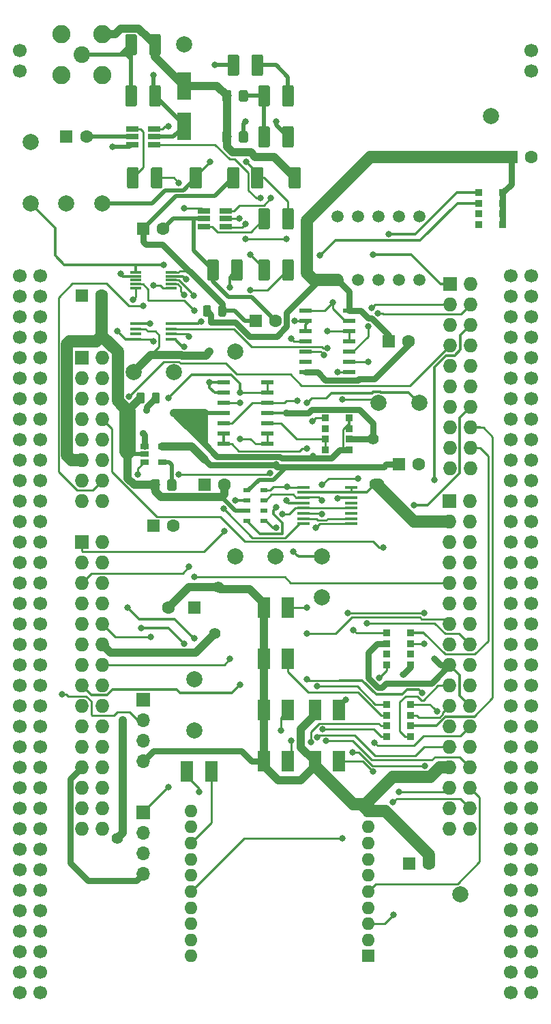
<source format=gbr>
G04 #@! TF.GenerationSoftware,KiCad,Pcbnew,(5.0.1)-3*
G04 #@! TF.CreationDate,2019-01-05T12:05:47+10:00*
G04 #@! TF.ProjectId,stmsplat1,73746D73706C6174312E6B696361645F,rev?*
G04 #@! TF.SameCoordinates,Original*
G04 #@! TF.FileFunction,Copper,L1,Top,Signal*
G04 #@! TF.FilePolarity,Positive*
%FSLAX46Y46*%
G04 Gerber Fmt 4.6, Leading zero omitted, Abs format (unit mm)*
G04 Created by KiCad (PCBNEW (5.0.1)-3) date 05/01/2019 12:05:47*
%MOMM*%
%LPD*%
G01*
G04 APERTURE LIST*
G04 #@! TA.AperFunction,ComponentPad*
%ADD10C,1.520000*%
G04 #@! TD*
G04 #@! TA.AperFunction,ComponentPad*
%ADD11R,1.600000X1.600000*%
G04 #@! TD*
G04 #@! TA.AperFunction,ComponentPad*
%ADD12O,1.600000X1.600000*%
G04 #@! TD*
G04 #@! TA.AperFunction,SMDPad,CuDef*
%ADD13R,1.560000X0.650000*%
G04 #@! TD*
G04 #@! TA.AperFunction,ComponentPad*
%ADD14C,1.700000*%
G04 #@! TD*
G04 #@! TA.AperFunction,ComponentPad*
%ADD15C,2.000000*%
G04 #@! TD*
G04 #@! TA.AperFunction,ComponentPad*
%ADD16C,1.600000*%
G04 #@! TD*
G04 #@! TA.AperFunction,SMDPad,CuDef*
%ADD17R,1.450000X0.450000*%
G04 #@! TD*
G04 #@! TA.AperFunction,ComponentPad*
%ADD18R,1.700000X1.700000*%
G04 #@! TD*
G04 #@! TA.AperFunction,ComponentPad*
%ADD19O,1.700000X1.700000*%
G04 #@! TD*
G04 #@! TA.AperFunction,Conductor*
%ADD20C,0.100000*%
G04 #@! TD*
G04 #@! TA.AperFunction,SMDPad,CuDef*
%ADD21C,1.425000*%
G04 #@! TD*
G04 #@! TA.AperFunction,SMDPad,CuDef*
%ADD22C,1.525000*%
G04 #@! TD*
G04 #@! TA.AperFunction,SMDPad,CuDef*
%ADD23C,1.150000*%
G04 #@! TD*
G04 #@! TA.AperFunction,SMDPad,CuDef*
%ADD24R,1.060000X0.650000*%
G04 #@! TD*
G04 #@! TA.AperFunction,SMDPad,CuDef*
%ADD25R,0.900000X0.900000*%
G04 #@! TD*
G04 #@! TA.AperFunction,SMDPad,CuDef*
%ADD26R,1.500000X2.600000*%
G04 #@! TD*
G04 #@! TA.AperFunction,SMDPad,CuDef*
%ADD27R,1.800000X3.500000*%
G04 #@! TD*
G04 #@! TA.AperFunction,SMDPad,CuDef*
%ADD28R,0.950000X0.550000*%
G04 #@! TD*
G04 #@! TA.AperFunction,SMDPad,CuDef*
%ADD29R,1.500000X0.600000*%
G04 #@! TD*
G04 #@! TA.AperFunction,SMDPad,CuDef*
%ADD30R,1.500000X0.450000*%
G04 #@! TD*
G04 #@! TA.AperFunction,SMDPad,CuDef*
%ADD31R,1.400000X0.300000*%
G04 #@! TD*
G04 #@! TA.AperFunction,ComponentPad*
%ADD32C,2.050000*%
G04 #@! TD*
G04 #@! TA.AperFunction,ComponentPad*
%ADD33C,2.250000*%
G04 #@! TD*
G04 #@! TA.AperFunction,SMDPad,CuDef*
%ADD34C,0.975000*%
G04 #@! TD*
G04 #@! TA.AperFunction,ComponentPad*
%ADD35R,1.727200X1.727200*%
G04 #@! TD*
G04 #@! TA.AperFunction,ComponentPad*
%ADD36O,1.727200X1.727200*%
G04 #@! TD*
G04 #@! TA.AperFunction,ViaPad*
%ADD37C,0.800000*%
G04 #@! TD*
G04 #@! TA.AperFunction,ViaPad*
%ADD38C,1.400000*%
G04 #@! TD*
G04 #@! TA.AperFunction,ViaPad*
%ADD39C,0.900000*%
G04 #@! TD*
G04 #@! TA.AperFunction,Conductor*
%ADD40C,0.250000*%
G04 #@! TD*
G04 #@! TA.AperFunction,Conductor*
%ADD41C,0.750000*%
G04 #@! TD*
G04 #@! TA.AperFunction,Conductor*
%ADD42C,1.000000*%
G04 #@! TD*
G04 #@! TA.AperFunction,Conductor*
%ADD43C,0.300000*%
G04 #@! TD*
G04 #@! TA.AperFunction,Conductor*
%ADD44C,1.500000*%
G04 #@! TD*
G04 #@! TA.AperFunction,Conductor*
%ADD45C,0.500000*%
G04 #@! TD*
G04 #@! TA.AperFunction,Conductor*
%ADD46C,2.000000*%
G04 #@! TD*
G04 #@! TA.AperFunction,Conductor*
%ADD47C,0.254000*%
G04 #@! TD*
G04 APERTURE END LIST*
D10*
G04 #@! TO.P,U2,8*
G04 #@! TO.N,N/C*
X105410000Y-58170000D03*
G04 #@! TO.P,U2,2*
G04 #@! TO.N,GND*
X97790000Y-58170000D03*
G04 #@! TO.P,U2,4*
G04 #@! TO.N,/PC6*
X100330000Y-58170000D03*
G04 #@! TO.P,U2,10*
G04 #@! TO.N,N/C*
X107950000Y-58170000D03*
G04 #@! TO.P,U2,6*
X102870000Y-58170000D03*
G04 #@! TO.P,U2,9*
X107950000Y-66040000D03*
G04 #@! TO.P,U2,7*
X105410000Y-66040000D03*
G04 #@! TO.P,U2,5*
G04 #@! TO.N,/PB10*
X102870000Y-66040000D03*
G04 #@! TO.P,U2,3*
G04 #@! TO.N,/PG9*
X100330000Y-66040000D03*
G04 #@! TO.P,U2,1*
G04 #@! TO.N,/P3V3*
X97790000Y-66040000D03*
G04 #@! TD*
D11*
G04 #@! TO.P,U11,1*
G04 #@! TO.N,/P3V3*
X101600000Y-149860000D03*
D12*
G04 #@! TO.P,U11,11*
G04 #@! TO.N,Net-(U11-Pad11)*
X79600000Y-131860000D03*
G04 #@! TO.P,U11,2*
G04 #@! TO.N,/PC11*
X101600000Y-147860000D03*
G04 #@! TO.P,U11,12*
G04 #@! TO.N,/PA15*
X79600000Y-133860000D03*
G04 #@! TO.P,U11,3*
G04 #@! TO.N,/PA0*
X101600000Y-145860000D03*
G04 #@! TO.P,U11,13*
G04 #@! TO.N,Net-(D8-Pad2)*
X79600000Y-135860000D03*
G04 #@! TO.P,U11,4*
G04 #@! TO.N,Net-(U11-Pad4)*
X101600000Y-143860000D03*
G04 #@! TO.P,U11,14*
G04 #@! TO.N,Net-(U11-Pad14)*
X79600000Y-137860000D03*
G04 #@! TO.P,U11,5*
G04 #@! TO.N,/PE15*
X101600000Y-141860000D03*
G04 #@! TO.P,U11,15*
G04 #@! TO.N,Net-(U11-Pad15)*
X79600000Y-139860000D03*
G04 #@! TO.P,U11,6*
G04 #@! TO.N,Net-(U11-Pad6)*
X101600000Y-139860000D03*
G04 #@! TO.P,U11,16*
G04 #@! TO.N,/PB15*
X79600000Y-141860000D03*
G04 #@! TO.P,U11,7*
G04 #@! TO.N,Net-(U11-Pad7)*
X101600000Y-137860000D03*
G04 #@! TO.P,U11,17*
G04 #@! TO.N,Net-(U11-Pad17)*
X79600000Y-143860000D03*
G04 #@! TO.P,U11,8*
G04 #@! TO.N,Net-(U11-Pad8)*
X101600000Y-135860000D03*
G04 #@! TO.P,U11,18*
G04 #@! TO.N,Net-(U11-Pad18)*
X79600000Y-145860000D03*
G04 #@! TO.P,U11,9*
G04 #@! TO.N,/PE10*
X101600000Y-133860000D03*
G04 #@! TO.P,U11,19*
G04 #@! TO.N,Net-(TP12-Pad1)*
X79600000Y-147860000D03*
G04 #@! TO.P,U11,10*
G04 #@! TO.N,GND*
X101600000Y-131860000D03*
G04 #@! TO.P,U11,20*
G04 #@! TO.N,Net-(TP11-Pad1)*
X79600000Y-149860000D03*
G04 #@! TD*
D13*
G04 #@! TO.P,U9,1*
G04 #@! TO.N,Net-(C9-Pad1)*
X72310000Y-47310000D03*
G04 #@! TO.P,U9,2*
G04 #@! TO.N,AGND*
X72310000Y-48260000D03*
G04 #@! TO.P,U9,3*
G04 #@! TO.N,Net-(C10-Pad1)*
X72310000Y-49210000D03*
G04 #@! TO.P,U9,4*
G04 #@! TO.N,Net-(U8-Pad2)*
X75010000Y-49210000D03*
G04 #@! TO.P,U9,6*
G04 #@! TO.N,Net-(U8-Pad4)*
X75010000Y-47310000D03*
G04 #@! TO.P,U9,5*
G04 #@! TO.N,Net-(C5-Pad1)*
X75010000Y-48260000D03*
G04 #@! TD*
D14*
G04 #@! TO.P,U1,148*
G04 #@! TO.N,N/C*
X121885001Y-40115001D03*
G04 #@! TO.P,U1,147*
X121885001Y-37575001D03*
G04 #@! TO.P,U1,146*
X58385001Y-40115001D03*
G04 #@! TO.P,U1,145*
X58385001Y-37575001D03*
G04 #@! TO.P,U1,144*
G04 #@! TO.N,Net-(U1-Pad144)*
X121885001Y-154415001D03*
G04 #@! TO.P,U1,143*
G04 #@! TO.N,Net-(U1-Pad143)*
X119345001Y-154415001D03*
G04 #@! TO.P,U1,142*
G04 #@! TO.N,Net-(U1-Pad142)*
X121885001Y-151875001D03*
G04 #@! TO.P,U1,141*
G04 #@! TO.N,Net-(U1-Pad141)*
X119345001Y-151875001D03*
G04 #@! TO.P,U1,140*
G04 #@! TO.N,Net-(U1-Pad140)*
X121885001Y-149335001D03*
G04 #@! TO.P,U1,139*
G04 #@! TO.N,Net-(U1-Pad139)*
X119345001Y-149335001D03*
G04 #@! TO.P,U1,138*
G04 #@! TO.N,Net-(U1-Pad138)*
X121885001Y-146795001D03*
G04 #@! TO.P,U1,137*
G04 #@! TO.N,Net-(U1-Pad137)*
X119345001Y-146795001D03*
G04 #@! TO.P,U1,136*
G04 #@! TO.N,Net-(U1-Pad136)*
X121885001Y-144255001D03*
G04 #@! TO.P,U1,135*
G04 #@! TO.N,Net-(U1-Pad135)*
X119345001Y-144255001D03*
G04 #@! TO.P,U1,134*
G04 #@! TO.N,Net-(U1-Pad134)*
X121885001Y-141715001D03*
G04 #@! TO.P,U1,133*
G04 #@! TO.N,Net-(U1-Pad133)*
X119345001Y-141715001D03*
G04 #@! TO.P,U1,132*
G04 #@! TO.N,Net-(U1-Pad132)*
X121885001Y-139175001D03*
G04 #@! TO.P,U1,131*
G04 #@! TO.N,Net-(U1-Pad131)*
X119345001Y-139175001D03*
G04 #@! TO.P,U1,130*
G04 #@! TO.N,Net-(U1-Pad130)*
X121885001Y-136635001D03*
G04 #@! TO.P,U1,129*
G04 #@! TO.N,Net-(U1-Pad129)*
X119345001Y-136635001D03*
G04 #@! TO.P,U1,128*
G04 #@! TO.N,Net-(U1-Pad128)*
X121885001Y-134095001D03*
G04 #@! TO.P,U1,127*
G04 #@! TO.N,Net-(U1-Pad127)*
X119345001Y-134095001D03*
G04 #@! TO.P,U1,126*
G04 #@! TO.N,Net-(U1-Pad126)*
X121885001Y-131555001D03*
G04 #@! TO.P,U1,125*
G04 #@! TO.N,Net-(U1-Pad125)*
X119345001Y-131555001D03*
G04 #@! TO.P,U1,124*
G04 #@! TO.N,Net-(U1-Pad124)*
X121885001Y-129015001D03*
G04 #@! TO.P,U1,123*
G04 #@! TO.N,Net-(U1-Pad123)*
X119345001Y-129015001D03*
G04 #@! TO.P,U1,122*
G04 #@! TO.N,Net-(U1-Pad122)*
X121885001Y-126475001D03*
G04 #@! TO.P,U1,121*
G04 #@! TO.N,Net-(U1-Pad121)*
X119345001Y-126475001D03*
G04 #@! TO.P,U1,120*
G04 #@! TO.N,Net-(U1-Pad120)*
X121885001Y-123935001D03*
G04 #@! TO.P,U1,119*
G04 #@! TO.N,Net-(U1-Pad119)*
X119345001Y-123935001D03*
G04 #@! TO.P,U1,118*
G04 #@! TO.N,Net-(U1-Pad118)*
X121885001Y-121395001D03*
G04 #@! TO.P,U1,117*
G04 #@! TO.N,Net-(U1-Pad117)*
X119345001Y-121395001D03*
G04 #@! TO.P,U1,116*
G04 #@! TO.N,Net-(U1-Pad116)*
X121885001Y-118855001D03*
G04 #@! TO.P,U1,115*
G04 #@! TO.N,Net-(U1-Pad115)*
X119345001Y-118855001D03*
G04 #@! TO.P,U1,114*
G04 #@! TO.N,Net-(U1-Pad114)*
X121885001Y-116315001D03*
G04 #@! TO.P,U1,113*
G04 #@! TO.N,Net-(U1-Pad113)*
X119345001Y-116315001D03*
G04 #@! TO.P,U1,112*
G04 #@! TO.N,Net-(U1-Pad112)*
X121885001Y-113775001D03*
G04 #@! TO.P,U1,111*
G04 #@! TO.N,Net-(U1-Pad111)*
X119345001Y-113775001D03*
G04 #@! TO.P,U1,110*
G04 #@! TO.N,Net-(U1-Pad110)*
X121885001Y-111235001D03*
G04 #@! TO.P,U1,109*
G04 #@! TO.N,Net-(U1-Pad109)*
X119345001Y-111235001D03*
G04 #@! TO.P,U1,108*
G04 #@! TO.N,Net-(U1-Pad108)*
X121885001Y-108695001D03*
G04 #@! TO.P,U1,107*
G04 #@! TO.N,Net-(U1-Pad107)*
X119345001Y-108695001D03*
G04 #@! TO.P,U1,106*
G04 #@! TO.N,Net-(U1-Pad106)*
X121885001Y-106155001D03*
G04 #@! TO.P,U1,105*
G04 #@! TO.N,Net-(U1-Pad105)*
X119345001Y-106155001D03*
G04 #@! TO.P,U1,104*
G04 #@! TO.N,Net-(U1-Pad104)*
X121885001Y-103615001D03*
G04 #@! TO.P,U1,103*
G04 #@! TO.N,Net-(U1-Pad103)*
X119345001Y-103615001D03*
G04 #@! TO.P,U1,102*
G04 #@! TO.N,Net-(U1-Pad102)*
X121885001Y-101075001D03*
G04 #@! TO.P,U1,101*
G04 #@! TO.N,Net-(U1-Pad101)*
X119345001Y-101075001D03*
G04 #@! TO.P,U1,100*
G04 #@! TO.N,Net-(U1-Pad100)*
X121885001Y-98535001D03*
G04 #@! TO.P,U1,99*
G04 #@! TO.N,Net-(U1-Pad99)*
X119345001Y-98535001D03*
G04 #@! TO.P,U1,98*
G04 #@! TO.N,Net-(U1-Pad98)*
X121885001Y-95995001D03*
G04 #@! TO.P,U1,97*
G04 #@! TO.N,Net-(U1-Pad97)*
X119345001Y-95995001D03*
G04 #@! TO.P,U1,96*
G04 #@! TO.N,Net-(U1-Pad96)*
X121885001Y-93455001D03*
G04 #@! TO.P,U1,95*
G04 #@! TO.N,Net-(U1-Pad95)*
X119345001Y-93455001D03*
G04 #@! TO.P,U1,94*
G04 #@! TO.N,Net-(U1-Pad94)*
X121885001Y-90915001D03*
G04 #@! TO.P,U1,93*
G04 #@! TO.N,Net-(U1-Pad93)*
X119345001Y-90915001D03*
G04 #@! TO.P,U1,92*
G04 #@! TO.N,Net-(U1-Pad92)*
X121885001Y-88375001D03*
G04 #@! TO.P,U1,91*
G04 #@! TO.N,Net-(U1-Pad91)*
X119345001Y-88375001D03*
G04 #@! TO.P,U1,90*
G04 #@! TO.N,Net-(U1-Pad90)*
X121885001Y-85835001D03*
G04 #@! TO.P,U1,89*
G04 #@! TO.N,Net-(U1-Pad89)*
X119345001Y-85835001D03*
G04 #@! TO.P,U1,88*
G04 #@! TO.N,Net-(U1-Pad88)*
X121885001Y-83295001D03*
G04 #@! TO.P,U1,87*
G04 #@! TO.N,Net-(U1-Pad87)*
X119345001Y-83295001D03*
G04 #@! TO.P,U1,86*
G04 #@! TO.N,Net-(U1-Pad86)*
X121885001Y-80755001D03*
G04 #@! TO.P,U1,85*
G04 #@! TO.N,Net-(U1-Pad85)*
X119345001Y-80755001D03*
G04 #@! TO.P,U1,84*
G04 #@! TO.N,Net-(U1-Pad84)*
X121885001Y-78215001D03*
G04 #@! TO.P,U1,83*
G04 #@! TO.N,Net-(U1-Pad83)*
X119345001Y-78215001D03*
G04 #@! TO.P,U1,82*
G04 #@! TO.N,Net-(U1-Pad82)*
X121885001Y-75675001D03*
G04 #@! TO.P,U1,81*
G04 #@! TO.N,Net-(U1-Pad81)*
X119345001Y-75675001D03*
G04 #@! TO.P,U1,80*
G04 #@! TO.N,Net-(U1-Pad80)*
X121885001Y-73135001D03*
G04 #@! TO.P,U1,79*
G04 #@! TO.N,Net-(U1-Pad79)*
X119345001Y-73135001D03*
G04 #@! TO.P,U1,78*
G04 #@! TO.N,Net-(U1-Pad78)*
X121885001Y-70595001D03*
G04 #@! TO.P,U1,77*
G04 #@! TO.N,Net-(U1-Pad77)*
X119345001Y-70595001D03*
G04 #@! TO.P,U1,76*
G04 #@! TO.N,Net-(U1-Pad76)*
X121885001Y-68055001D03*
G04 #@! TO.P,U1,75*
G04 #@! TO.N,Net-(U1-Pad75)*
X119345001Y-68055001D03*
G04 #@! TO.P,U1,74*
G04 #@! TO.N,Net-(U1-Pad74)*
X121885001Y-65515001D03*
G04 #@! TO.P,U1,73*
G04 #@! TO.N,Net-(U1-Pad73)*
X119345001Y-65515001D03*
G04 #@! TO.P,U1,72*
G04 #@! TO.N,Net-(U1-Pad72)*
X60925001Y-154415001D03*
G04 #@! TO.P,U1,71*
G04 #@! TO.N,Net-(U1-Pad71)*
X58385001Y-154415001D03*
G04 #@! TO.P,U1,70*
G04 #@! TO.N,Net-(U1-Pad70)*
X60925001Y-151875001D03*
G04 #@! TO.P,U1,69*
G04 #@! TO.N,Net-(U1-Pad69)*
X58385001Y-151875001D03*
G04 #@! TO.P,U1,68*
G04 #@! TO.N,Net-(U1-Pad68)*
X60925001Y-149335001D03*
G04 #@! TO.P,U1,67*
G04 #@! TO.N,Net-(U1-Pad67)*
X58385001Y-149335001D03*
G04 #@! TO.P,U1,66*
G04 #@! TO.N,Net-(U1-Pad66)*
X60925001Y-146795001D03*
G04 #@! TO.P,U1,65*
G04 #@! TO.N,Net-(U1-Pad65)*
X58385001Y-146795001D03*
G04 #@! TO.P,U1,64*
G04 #@! TO.N,Net-(U1-Pad64)*
X60925001Y-144255001D03*
G04 #@! TO.P,U1,63*
G04 #@! TO.N,Net-(U1-Pad63)*
X58385001Y-144255001D03*
G04 #@! TO.P,U1,62*
G04 #@! TO.N,Net-(U1-Pad62)*
X60925001Y-141715001D03*
G04 #@! TO.P,U1,61*
G04 #@! TO.N,Net-(U1-Pad61)*
X58385001Y-141715001D03*
G04 #@! TO.P,U1,60*
G04 #@! TO.N,Net-(U1-Pad60)*
X60925001Y-139175001D03*
G04 #@! TO.P,U1,59*
G04 #@! TO.N,Net-(U1-Pad59)*
X58385001Y-139175001D03*
G04 #@! TO.P,U1,58*
G04 #@! TO.N,Net-(U1-Pad58)*
X60925001Y-136635001D03*
G04 #@! TO.P,U1,57*
G04 #@! TO.N,Net-(U1-Pad57)*
X58385001Y-136635001D03*
G04 #@! TO.P,U1,56*
G04 #@! TO.N,Net-(U1-Pad56)*
X60925001Y-134095001D03*
G04 #@! TO.P,U1,55*
G04 #@! TO.N,Net-(U1-Pad55)*
X58385001Y-134095001D03*
G04 #@! TO.P,U1,54*
G04 #@! TO.N,Net-(U1-Pad54)*
X60925001Y-131555001D03*
G04 #@! TO.P,U1,53*
G04 #@! TO.N,Net-(U1-Pad53)*
X58385001Y-131555001D03*
G04 #@! TO.P,U1,52*
G04 #@! TO.N,Net-(U1-Pad52)*
X60925001Y-129015001D03*
G04 #@! TO.P,U1,51*
G04 #@! TO.N,Net-(U1-Pad51)*
X58385001Y-129015001D03*
G04 #@! TO.P,U1,50*
G04 #@! TO.N,Net-(U1-Pad50)*
X60925001Y-126475001D03*
G04 #@! TO.P,U1,49*
G04 #@! TO.N,Net-(U1-Pad49)*
X58385001Y-126475001D03*
G04 #@! TO.P,U1,48*
G04 #@! TO.N,Net-(U1-Pad48)*
X60925001Y-123935001D03*
G04 #@! TO.P,U1,47*
G04 #@! TO.N,Net-(U1-Pad47)*
X58385001Y-123935001D03*
G04 #@! TO.P,U1,46*
G04 #@! TO.N,Net-(U1-Pad46)*
X60925001Y-121395001D03*
G04 #@! TO.P,U1,45*
G04 #@! TO.N,Net-(U1-Pad45)*
X58385001Y-121395001D03*
G04 #@! TO.P,U1,44*
G04 #@! TO.N,Net-(U1-Pad44)*
X60925001Y-118855001D03*
G04 #@! TO.P,U1,43*
G04 #@! TO.N,Net-(U1-Pad43)*
X58385001Y-118855001D03*
G04 #@! TO.P,U1,42*
G04 #@! TO.N,Net-(U1-Pad42)*
X60925001Y-116315001D03*
G04 #@! TO.P,U1,41*
G04 #@! TO.N,Net-(U1-Pad41)*
X58385001Y-116315001D03*
G04 #@! TO.P,U1,40*
G04 #@! TO.N,Net-(U1-Pad40)*
X60925001Y-113775001D03*
G04 #@! TO.P,U1,39*
G04 #@! TO.N,Net-(U1-Pad39)*
X58385001Y-113775001D03*
G04 #@! TO.P,U1,38*
G04 #@! TO.N,Net-(U1-Pad38)*
X60925001Y-111235001D03*
G04 #@! TO.P,U1,37*
G04 #@! TO.N,Net-(U1-Pad37)*
X58385001Y-111235001D03*
G04 #@! TO.P,U1,36*
G04 #@! TO.N,Net-(U1-Pad36)*
X60925001Y-108695001D03*
G04 #@! TO.P,U1,35*
G04 #@! TO.N,Net-(U1-Pad35)*
X58385001Y-108695001D03*
G04 #@! TO.P,U1,34*
G04 #@! TO.N,Net-(U1-Pad34)*
X60925001Y-106155001D03*
G04 #@! TO.P,U1,33*
G04 #@! TO.N,Net-(U1-Pad33)*
X58385001Y-106155001D03*
G04 #@! TO.P,U1,32*
G04 #@! TO.N,Net-(U1-Pad32)*
X60925001Y-103615001D03*
G04 #@! TO.P,U1,31*
G04 #@! TO.N,Net-(U1-Pad31)*
X58385001Y-103615001D03*
G04 #@! TO.P,U1,30*
G04 #@! TO.N,Net-(U1-Pad30)*
X60925001Y-101075001D03*
G04 #@! TO.P,U1,29*
G04 #@! TO.N,Net-(U1-Pad29)*
X58385001Y-101075001D03*
G04 #@! TO.P,U1,28*
G04 #@! TO.N,Net-(U1-Pad28)*
X60925001Y-98535001D03*
G04 #@! TO.P,U1,27*
G04 #@! TO.N,Net-(U1-Pad27)*
X58385001Y-98535001D03*
G04 #@! TO.P,U1,26*
G04 #@! TO.N,Net-(U1-Pad26)*
X60925001Y-95995001D03*
G04 #@! TO.P,U1,25*
G04 #@! TO.N,Net-(U1-Pad25)*
X58385001Y-95995001D03*
G04 #@! TO.P,U1,24*
G04 #@! TO.N,Net-(U1-Pad24)*
X60925001Y-93455001D03*
G04 #@! TO.P,U1,23*
G04 #@! TO.N,Net-(U1-Pad23)*
X58385001Y-93455001D03*
G04 #@! TO.P,U1,22*
G04 #@! TO.N,Net-(U1-Pad22)*
X60925001Y-90915001D03*
G04 #@! TO.P,U1,21*
G04 #@! TO.N,Net-(U1-Pad21)*
X58385001Y-90915001D03*
G04 #@! TO.P,U1,20*
G04 #@! TO.N,Net-(U1-Pad20)*
X60925001Y-88375001D03*
G04 #@! TO.P,U1,19*
G04 #@! TO.N,Net-(U1-Pad19)*
X58385001Y-88375001D03*
G04 #@! TO.P,U1,18*
G04 #@! TO.N,Net-(U1-Pad18)*
X60925001Y-85835001D03*
G04 #@! TO.P,U1,17*
G04 #@! TO.N,Net-(U1-Pad17)*
X58385001Y-85835001D03*
G04 #@! TO.P,U1,16*
G04 #@! TO.N,Net-(U1-Pad16)*
X60925001Y-83295001D03*
G04 #@! TO.P,U1,15*
G04 #@! TO.N,Net-(U1-Pad15)*
X58385001Y-83295001D03*
G04 #@! TO.P,U1,14*
G04 #@! TO.N,Net-(U1-Pad14)*
X60925001Y-80755001D03*
G04 #@! TO.P,U1,13*
G04 #@! TO.N,Net-(U1-Pad13)*
X58385001Y-80755001D03*
G04 #@! TO.P,U1,12*
G04 #@! TO.N,Net-(U1-Pad12)*
X60925001Y-78215001D03*
G04 #@! TO.P,U1,11*
G04 #@! TO.N,Net-(U1-Pad11)*
X58385001Y-78215001D03*
G04 #@! TO.P,U1,10*
G04 #@! TO.N,Net-(U1-Pad10)*
X60925001Y-75675001D03*
G04 #@! TO.P,U1,9*
G04 #@! TO.N,Net-(U1-Pad9)*
X58385001Y-75675001D03*
G04 #@! TO.P,U1,8*
G04 #@! TO.N,Net-(U1-Pad8)*
X60925001Y-73135001D03*
G04 #@! TO.P,U1,7*
G04 #@! TO.N,Net-(U1-Pad7)*
X58385001Y-73135001D03*
G04 #@! TO.P,U1,6*
G04 #@! TO.N,Net-(U1-Pad6)*
X60925001Y-70595001D03*
G04 #@! TO.P,U1,5*
G04 #@! TO.N,Net-(U1-Pad5)*
X58385001Y-70595001D03*
G04 #@! TO.P,U1,4*
G04 #@! TO.N,Net-(U1-Pad4)*
X60925001Y-68055001D03*
G04 #@! TO.P,U1,3*
G04 #@! TO.N,Net-(U1-Pad3)*
X58385001Y-68055001D03*
G04 #@! TO.P,U1,2*
G04 #@! TO.N,Net-(U1-Pad2)*
X60925001Y-65515001D03*
G04 #@! TO.P,U1,1*
G04 #@! TO.N,Net-(U1-Pad1)*
X58385001Y-65515001D03*
G04 #@! TD*
D15*
G04 #@! TO.P,TP14,1*
G04 #@! TO.N,Net-(TP14-Pad1)*
X95885000Y-100330000D03*
G04 #@! TD*
D11*
G04 #@! TO.P,C21,1*
G04 #@! TO.N,/+5V*
X66040000Y-67945000D03*
D16*
G04 #@! TO.P,C21,2*
G04 #@! TO.N,GND*
X68540000Y-67945000D03*
G04 #@! TD*
D17*
G04 #@! TO.P,U5,8*
G04 #@! TO.N,Net-(C6-Pad2)*
X77130000Y-71415000D03*
G04 #@! TO.P,U5,7*
G04 #@! TO.N,Net-(RN1-Pad1)*
X77130000Y-72065000D03*
G04 #@! TO.P,U5,6*
G04 #@! TO.N,Net-(C8-Pad1)*
X77130000Y-72715000D03*
G04 #@! TO.P,U5,5*
G04 #@! TO.N,/A3V3*
X77130000Y-73365000D03*
G04 #@! TO.P,U5,4*
G04 #@! TO.N,/LOGOUT*
X72730000Y-73365000D03*
G04 #@! TO.P,U5,3*
G04 #@! TO.N,Net-(U5-Pad3)*
X72730000Y-72715000D03*
G04 #@! TO.P,U5,2*
G04 #@! TO.N,AGND*
X72730000Y-72065000D03*
G04 #@! TO.P,U5,1*
G04 #@! TO.N,Net-(C7-Pad2)*
X72730000Y-71415000D03*
G04 #@! TD*
D18*
G04 #@! TO.P,J3,1*
G04 #@! TO.N,/+3V3*
X73660000Y-132080000D03*
D19*
G04 #@! TO.P,J3,2*
G04 #@! TO.N,/PD6*
X73660000Y-134620000D03*
G04 #@! TO.P,J3,3*
G04 #@! TO.N,/PD5*
X73660000Y-137160000D03*
G04 #@! TO.P,J3,4*
G04 #@! TO.N,GND*
X73660000Y-139700000D03*
G04 #@! TD*
D20*
G04 #@! TO.N,Net-(C5-Pad2)*
G04 #@! TO.C,R1*
G36*
X72659504Y-35506204D02*
X72683773Y-35509804D01*
X72707571Y-35515765D01*
X72730671Y-35524030D01*
X72752849Y-35534520D01*
X72773893Y-35547133D01*
X72793598Y-35561747D01*
X72811777Y-35578223D01*
X72828253Y-35596402D01*
X72842867Y-35616107D01*
X72855480Y-35637151D01*
X72865970Y-35659329D01*
X72874235Y-35682429D01*
X72880196Y-35706227D01*
X72883796Y-35730496D01*
X72885000Y-35755000D01*
X72885000Y-37905000D01*
X72883796Y-37929504D01*
X72880196Y-37953773D01*
X72874235Y-37977571D01*
X72865970Y-38000671D01*
X72855480Y-38022849D01*
X72842867Y-38043893D01*
X72828253Y-38063598D01*
X72811777Y-38081777D01*
X72793598Y-38098253D01*
X72773893Y-38112867D01*
X72752849Y-38125480D01*
X72730671Y-38135970D01*
X72707571Y-38144235D01*
X72683773Y-38150196D01*
X72659504Y-38153796D01*
X72635000Y-38155000D01*
X71710000Y-38155000D01*
X71685496Y-38153796D01*
X71661227Y-38150196D01*
X71637429Y-38144235D01*
X71614329Y-38135970D01*
X71592151Y-38125480D01*
X71571107Y-38112867D01*
X71551402Y-38098253D01*
X71533223Y-38081777D01*
X71516747Y-38063598D01*
X71502133Y-38043893D01*
X71489520Y-38022849D01*
X71479030Y-38000671D01*
X71470765Y-37977571D01*
X71464804Y-37953773D01*
X71461204Y-37929504D01*
X71460000Y-37905000D01*
X71460000Y-35755000D01*
X71461204Y-35730496D01*
X71464804Y-35706227D01*
X71470765Y-35682429D01*
X71479030Y-35659329D01*
X71489520Y-35637151D01*
X71502133Y-35616107D01*
X71516747Y-35596402D01*
X71533223Y-35578223D01*
X71551402Y-35561747D01*
X71571107Y-35547133D01*
X71592151Y-35534520D01*
X71614329Y-35524030D01*
X71637429Y-35515765D01*
X71661227Y-35509804D01*
X71685496Y-35506204D01*
X71710000Y-35505000D01*
X72635000Y-35505000D01*
X72659504Y-35506204D01*
X72659504Y-35506204D01*
G37*
D21*
G04 #@! TD*
G04 #@! TO.P,R1,1*
G04 #@! TO.N,Net-(C5-Pad2)*
X72172500Y-36830000D03*
D20*
G04 #@! TO.N,AGND*
G04 #@! TO.C,R1*
G36*
X75634504Y-35506204D02*
X75658773Y-35509804D01*
X75682571Y-35515765D01*
X75705671Y-35524030D01*
X75727849Y-35534520D01*
X75748893Y-35547133D01*
X75768598Y-35561747D01*
X75786777Y-35578223D01*
X75803253Y-35596402D01*
X75817867Y-35616107D01*
X75830480Y-35637151D01*
X75840970Y-35659329D01*
X75849235Y-35682429D01*
X75855196Y-35706227D01*
X75858796Y-35730496D01*
X75860000Y-35755000D01*
X75860000Y-37905000D01*
X75858796Y-37929504D01*
X75855196Y-37953773D01*
X75849235Y-37977571D01*
X75840970Y-38000671D01*
X75830480Y-38022849D01*
X75817867Y-38043893D01*
X75803253Y-38063598D01*
X75786777Y-38081777D01*
X75768598Y-38098253D01*
X75748893Y-38112867D01*
X75727849Y-38125480D01*
X75705671Y-38135970D01*
X75682571Y-38144235D01*
X75658773Y-38150196D01*
X75634504Y-38153796D01*
X75610000Y-38155000D01*
X74685000Y-38155000D01*
X74660496Y-38153796D01*
X74636227Y-38150196D01*
X74612429Y-38144235D01*
X74589329Y-38135970D01*
X74567151Y-38125480D01*
X74546107Y-38112867D01*
X74526402Y-38098253D01*
X74508223Y-38081777D01*
X74491747Y-38063598D01*
X74477133Y-38043893D01*
X74464520Y-38022849D01*
X74454030Y-38000671D01*
X74445765Y-37977571D01*
X74439804Y-37953773D01*
X74436204Y-37929504D01*
X74435000Y-37905000D01*
X74435000Y-35755000D01*
X74436204Y-35730496D01*
X74439804Y-35706227D01*
X74445765Y-35682429D01*
X74454030Y-35659329D01*
X74464520Y-35637151D01*
X74477133Y-35616107D01*
X74491747Y-35596402D01*
X74508223Y-35578223D01*
X74526402Y-35561747D01*
X74546107Y-35547133D01*
X74567151Y-35534520D01*
X74589329Y-35524030D01*
X74612429Y-35515765D01*
X74636227Y-35509804D01*
X74660496Y-35506204D01*
X74685000Y-35505000D01*
X75610000Y-35505000D01*
X75634504Y-35506204D01*
X75634504Y-35506204D01*
G37*
D21*
G04 #@! TD*
G04 #@! TO.P,R1,2*
G04 #@! TO.N,AGND*
X75147500Y-36830000D03*
D20*
G04 #@! TO.N,Net-(C11-Pad1)*
G04 #@! TO.C,R4*
G36*
X80749505Y-52016204D02*
X80773773Y-52019804D01*
X80797572Y-52025765D01*
X80820671Y-52034030D01*
X80842850Y-52044520D01*
X80863893Y-52057132D01*
X80883599Y-52071747D01*
X80901777Y-52088223D01*
X80918253Y-52106401D01*
X80932868Y-52126107D01*
X80945480Y-52147150D01*
X80955970Y-52169329D01*
X80964235Y-52192428D01*
X80970196Y-52216227D01*
X80973796Y-52240495D01*
X80975000Y-52264999D01*
X80975000Y-54415001D01*
X80973796Y-54439505D01*
X80970196Y-54463773D01*
X80964235Y-54487572D01*
X80955970Y-54510671D01*
X80945480Y-54532850D01*
X80932868Y-54553893D01*
X80918253Y-54573599D01*
X80901777Y-54591777D01*
X80883599Y-54608253D01*
X80863893Y-54622868D01*
X80842850Y-54635480D01*
X80820671Y-54645970D01*
X80797572Y-54654235D01*
X80773773Y-54660196D01*
X80749505Y-54663796D01*
X80725001Y-54665000D01*
X79699999Y-54665000D01*
X79675495Y-54663796D01*
X79651227Y-54660196D01*
X79627428Y-54654235D01*
X79604329Y-54645970D01*
X79582150Y-54635480D01*
X79561107Y-54622868D01*
X79541401Y-54608253D01*
X79523223Y-54591777D01*
X79506747Y-54573599D01*
X79492132Y-54553893D01*
X79479520Y-54532850D01*
X79469030Y-54510671D01*
X79460765Y-54487572D01*
X79454804Y-54463773D01*
X79451204Y-54439505D01*
X79450000Y-54415001D01*
X79450000Y-52264999D01*
X79451204Y-52240495D01*
X79454804Y-52216227D01*
X79460765Y-52192428D01*
X79469030Y-52169329D01*
X79479520Y-52147150D01*
X79492132Y-52126107D01*
X79506747Y-52106401D01*
X79523223Y-52088223D01*
X79541401Y-52071747D01*
X79561107Y-52057132D01*
X79582150Y-52044520D01*
X79604329Y-52034030D01*
X79627428Y-52025765D01*
X79651227Y-52019804D01*
X79675495Y-52016204D01*
X79699999Y-52015000D01*
X80725001Y-52015000D01*
X80749505Y-52016204D01*
X80749505Y-52016204D01*
G37*
D22*
G04 #@! TD*
G04 #@! TO.P,R4,2*
G04 #@! TO.N,Net-(C11-Pad1)*
X80212500Y-53340000D03*
D20*
G04 #@! TO.N,/A3V3*
G04 #@! TO.C,R4*
G36*
X85424505Y-52016204D02*
X85448773Y-52019804D01*
X85472572Y-52025765D01*
X85495671Y-52034030D01*
X85517850Y-52044520D01*
X85538893Y-52057132D01*
X85558599Y-52071747D01*
X85576777Y-52088223D01*
X85593253Y-52106401D01*
X85607868Y-52126107D01*
X85620480Y-52147150D01*
X85630970Y-52169329D01*
X85639235Y-52192428D01*
X85645196Y-52216227D01*
X85648796Y-52240495D01*
X85650000Y-52264999D01*
X85650000Y-54415001D01*
X85648796Y-54439505D01*
X85645196Y-54463773D01*
X85639235Y-54487572D01*
X85630970Y-54510671D01*
X85620480Y-54532850D01*
X85607868Y-54553893D01*
X85593253Y-54573599D01*
X85576777Y-54591777D01*
X85558599Y-54608253D01*
X85538893Y-54622868D01*
X85517850Y-54635480D01*
X85495671Y-54645970D01*
X85472572Y-54654235D01*
X85448773Y-54660196D01*
X85424505Y-54663796D01*
X85400001Y-54665000D01*
X84374999Y-54665000D01*
X84350495Y-54663796D01*
X84326227Y-54660196D01*
X84302428Y-54654235D01*
X84279329Y-54645970D01*
X84257150Y-54635480D01*
X84236107Y-54622868D01*
X84216401Y-54608253D01*
X84198223Y-54591777D01*
X84181747Y-54573599D01*
X84167132Y-54553893D01*
X84154520Y-54532850D01*
X84144030Y-54510671D01*
X84135765Y-54487572D01*
X84129804Y-54463773D01*
X84126204Y-54439505D01*
X84125000Y-54415001D01*
X84125000Y-52264999D01*
X84126204Y-52240495D01*
X84129804Y-52216227D01*
X84135765Y-52192428D01*
X84144030Y-52169329D01*
X84154520Y-52147150D01*
X84167132Y-52126107D01*
X84181747Y-52106401D01*
X84198223Y-52088223D01*
X84216401Y-52071747D01*
X84236107Y-52057132D01*
X84257150Y-52044520D01*
X84279329Y-52034030D01*
X84302428Y-52025765D01*
X84326227Y-52019804D01*
X84350495Y-52016204D01*
X84374999Y-52015000D01*
X85400001Y-52015000D01*
X85424505Y-52016204D01*
X85424505Y-52016204D01*
G37*
D22*
G04 #@! TD*
G04 #@! TO.P,R4,1*
G04 #@! TO.N,/A3V3*
X84887500Y-53340000D03*
D20*
G04 #@! TO.N,Net-(C11-Pad1)*
G04 #@! TO.C,R5*
G36*
X88369505Y-52016204D02*
X88393773Y-52019804D01*
X88417572Y-52025765D01*
X88440671Y-52034030D01*
X88462850Y-52044520D01*
X88483893Y-52057132D01*
X88503599Y-52071747D01*
X88521777Y-52088223D01*
X88538253Y-52106401D01*
X88552868Y-52126107D01*
X88565480Y-52147150D01*
X88575970Y-52169329D01*
X88584235Y-52192428D01*
X88590196Y-52216227D01*
X88593796Y-52240495D01*
X88595000Y-52264999D01*
X88595000Y-54415001D01*
X88593796Y-54439505D01*
X88590196Y-54463773D01*
X88584235Y-54487572D01*
X88575970Y-54510671D01*
X88565480Y-54532850D01*
X88552868Y-54553893D01*
X88538253Y-54573599D01*
X88521777Y-54591777D01*
X88503599Y-54608253D01*
X88483893Y-54622868D01*
X88462850Y-54635480D01*
X88440671Y-54645970D01*
X88417572Y-54654235D01*
X88393773Y-54660196D01*
X88369505Y-54663796D01*
X88345001Y-54665000D01*
X87319999Y-54665000D01*
X87295495Y-54663796D01*
X87271227Y-54660196D01*
X87247428Y-54654235D01*
X87224329Y-54645970D01*
X87202150Y-54635480D01*
X87181107Y-54622868D01*
X87161401Y-54608253D01*
X87143223Y-54591777D01*
X87126747Y-54573599D01*
X87112132Y-54553893D01*
X87099520Y-54532850D01*
X87089030Y-54510671D01*
X87080765Y-54487572D01*
X87074804Y-54463773D01*
X87071204Y-54439505D01*
X87070000Y-54415001D01*
X87070000Y-52264999D01*
X87071204Y-52240495D01*
X87074804Y-52216227D01*
X87080765Y-52192428D01*
X87089030Y-52169329D01*
X87099520Y-52147150D01*
X87112132Y-52126107D01*
X87126747Y-52106401D01*
X87143223Y-52088223D01*
X87161401Y-52071747D01*
X87181107Y-52057132D01*
X87202150Y-52044520D01*
X87224329Y-52034030D01*
X87247428Y-52025765D01*
X87271227Y-52019804D01*
X87295495Y-52016204D01*
X87319999Y-52015000D01*
X88345001Y-52015000D01*
X88369505Y-52016204D01*
X88369505Y-52016204D01*
G37*
D22*
G04 #@! TD*
G04 #@! TO.P,R5,1*
G04 #@! TO.N,Net-(C11-Pad1)*
X87832500Y-53340000D03*
D20*
G04 #@! TO.N,AGND*
G04 #@! TO.C,R5*
G36*
X93044505Y-52016204D02*
X93068773Y-52019804D01*
X93092572Y-52025765D01*
X93115671Y-52034030D01*
X93137850Y-52044520D01*
X93158893Y-52057132D01*
X93178599Y-52071747D01*
X93196777Y-52088223D01*
X93213253Y-52106401D01*
X93227868Y-52126107D01*
X93240480Y-52147150D01*
X93250970Y-52169329D01*
X93259235Y-52192428D01*
X93265196Y-52216227D01*
X93268796Y-52240495D01*
X93270000Y-52264999D01*
X93270000Y-54415001D01*
X93268796Y-54439505D01*
X93265196Y-54463773D01*
X93259235Y-54487572D01*
X93250970Y-54510671D01*
X93240480Y-54532850D01*
X93227868Y-54553893D01*
X93213253Y-54573599D01*
X93196777Y-54591777D01*
X93178599Y-54608253D01*
X93158893Y-54622868D01*
X93137850Y-54635480D01*
X93115671Y-54645970D01*
X93092572Y-54654235D01*
X93068773Y-54660196D01*
X93044505Y-54663796D01*
X93020001Y-54665000D01*
X91994999Y-54665000D01*
X91970495Y-54663796D01*
X91946227Y-54660196D01*
X91922428Y-54654235D01*
X91899329Y-54645970D01*
X91877150Y-54635480D01*
X91856107Y-54622868D01*
X91836401Y-54608253D01*
X91818223Y-54591777D01*
X91801747Y-54573599D01*
X91787132Y-54553893D01*
X91774520Y-54532850D01*
X91764030Y-54510671D01*
X91755765Y-54487572D01*
X91749804Y-54463773D01*
X91746204Y-54439505D01*
X91745000Y-54415001D01*
X91745000Y-52264999D01*
X91746204Y-52240495D01*
X91749804Y-52216227D01*
X91755765Y-52192428D01*
X91764030Y-52169329D01*
X91774520Y-52147150D01*
X91787132Y-52126107D01*
X91801747Y-52106401D01*
X91818223Y-52088223D01*
X91836401Y-52071747D01*
X91856107Y-52057132D01*
X91877150Y-52044520D01*
X91899329Y-52034030D01*
X91922428Y-52025765D01*
X91946227Y-52019804D01*
X91970495Y-52016204D01*
X91994999Y-52015000D01*
X93020001Y-52015000D01*
X93044505Y-52016204D01*
X93044505Y-52016204D01*
G37*
D22*
G04 #@! TD*
G04 #@! TO.P,R5,2*
G04 #@! TO.N,AGND*
X92507500Y-53340000D03*
D20*
G04 #@! TO.N,Net-(C20-Pad1)*
G04 #@! TO.C,C20*
G36*
X77574505Y-90741204D02*
X77598773Y-90744804D01*
X77622572Y-90750765D01*
X77645671Y-90759030D01*
X77667850Y-90769520D01*
X77688893Y-90782132D01*
X77708599Y-90796747D01*
X77726777Y-90813223D01*
X77743253Y-90831401D01*
X77757868Y-90851107D01*
X77770480Y-90872150D01*
X77780970Y-90894329D01*
X77789235Y-90917428D01*
X77795196Y-90941227D01*
X77798796Y-90965495D01*
X77800000Y-90989999D01*
X77800000Y-91890001D01*
X77798796Y-91914505D01*
X77795196Y-91938773D01*
X77789235Y-91962572D01*
X77780970Y-91985671D01*
X77770480Y-92007850D01*
X77757868Y-92028893D01*
X77743253Y-92048599D01*
X77726777Y-92066777D01*
X77708599Y-92083253D01*
X77688893Y-92097868D01*
X77667850Y-92110480D01*
X77645671Y-92120970D01*
X77622572Y-92129235D01*
X77598773Y-92135196D01*
X77574505Y-92138796D01*
X77550001Y-92140000D01*
X76899999Y-92140000D01*
X76875495Y-92138796D01*
X76851227Y-92135196D01*
X76827428Y-92129235D01*
X76804329Y-92120970D01*
X76782150Y-92110480D01*
X76761107Y-92097868D01*
X76741401Y-92083253D01*
X76723223Y-92066777D01*
X76706747Y-92048599D01*
X76692132Y-92028893D01*
X76679520Y-92007850D01*
X76669030Y-91985671D01*
X76660765Y-91962572D01*
X76654804Y-91938773D01*
X76651204Y-91914505D01*
X76650000Y-91890001D01*
X76650000Y-90989999D01*
X76651204Y-90965495D01*
X76654804Y-90941227D01*
X76660765Y-90917428D01*
X76669030Y-90894329D01*
X76679520Y-90872150D01*
X76692132Y-90851107D01*
X76706747Y-90831401D01*
X76723223Y-90813223D01*
X76741401Y-90796747D01*
X76761107Y-90782132D01*
X76782150Y-90769520D01*
X76804329Y-90759030D01*
X76827428Y-90750765D01*
X76851227Y-90744804D01*
X76875495Y-90741204D01*
X76899999Y-90740000D01*
X77550001Y-90740000D01*
X77574505Y-90741204D01*
X77574505Y-90741204D01*
G37*
D23*
G04 #@! TD*
G04 #@! TO.P,C20,1*
G04 #@! TO.N,Net-(C20-Pad1)*
X77225000Y-91440000D03*
D20*
G04 #@! TO.N,GND*
G04 #@! TO.C,C20*
G36*
X75524505Y-90741204D02*
X75548773Y-90744804D01*
X75572572Y-90750765D01*
X75595671Y-90759030D01*
X75617850Y-90769520D01*
X75638893Y-90782132D01*
X75658599Y-90796747D01*
X75676777Y-90813223D01*
X75693253Y-90831401D01*
X75707868Y-90851107D01*
X75720480Y-90872150D01*
X75730970Y-90894329D01*
X75739235Y-90917428D01*
X75745196Y-90941227D01*
X75748796Y-90965495D01*
X75750000Y-90989999D01*
X75750000Y-91890001D01*
X75748796Y-91914505D01*
X75745196Y-91938773D01*
X75739235Y-91962572D01*
X75730970Y-91985671D01*
X75720480Y-92007850D01*
X75707868Y-92028893D01*
X75693253Y-92048599D01*
X75676777Y-92066777D01*
X75658599Y-92083253D01*
X75638893Y-92097868D01*
X75617850Y-92110480D01*
X75595671Y-92120970D01*
X75572572Y-92129235D01*
X75548773Y-92135196D01*
X75524505Y-92138796D01*
X75500001Y-92140000D01*
X74849999Y-92140000D01*
X74825495Y-92138796D01*
X74801227Y-92135196D01*
X74777428Y-92129235D01*
X74754329Y-92120970D01*
X74732150Y-92110480D01*
X74711107Y-92097868D01*
X74691401Y-92083253D01*
X74673223Y-92066777D01*
X74656747Y-92048599D01*
X74642132Y-92028893D01*
X74629520Y-92007850D01*
X74619030Y-91985671D01*
X74610765Y-91962572D01*
X74604804Y-91938773D01*
X74601204Y-91914505D01*
X74600000Y-91890001D01*
X74600000Y-90989999D01*
X74601204Y-90965495D01*
X74604804Y-90941227D01*
X74610765Y-90917428D01*
X74619030Y-90894329D01*
X74629520Y-90872150D01*
X74642132Y-90851107D01*
X74656747Y-90831401D01*
X74673223Y-90813223D01*
X74691401Y-90796747D01*
X74711107Y-90782132D01*
X74732150Y-90769520D01*
X74754329Y-90759030D01*
X74777428Y-90750765D01*
X74801227Y-90744804D01*
X74825495Y-90741204D01*
X74849999Y-90740000D01*
X75500001Y-90740000D01*
X75524505Y-90741204D01*
X75524505Y-90741204D01*
G37*
D23*
G04 #@! TD*
G04 #@! TO.P,C20,2*
G04 #@! TO.N,GND*
X75175000Y-91440000D03*
D24*
G04 #@! TO.P,U12,1*
G04 #@! TO.N,/+5V*
X73830000Y-86680000D03*
G04 #@! TO.P,U12,2*
G04 #@! TO.N,GND*
X73830000Y-87630000D03*
G04 #@! TO.P,U12,3*
G04 #@! TO.N,/+3V3*
X73830000Y-88580000D03*
G04 #@! TO.P,U12,4*
G04 #@! TO.N,Net-(C20-Pad1)*
X76030000Y-88580000D03*
G04 #@! TO.P,U12,5*
G04 #@! TO.N,/P3V3*
X76030000Y-86680000D03*
G04 #@! TD*
D15*
G04 #@! TO.P,TP7,1*
G04 #@! TO.N,Net-(TP7-Pad1)*
X102870000Y-81280000D03*
G04 #@! TD*
D11*
G04 #@! TO.P,LS1,1*
G04 #@! TO.N,Net-(C19-Pad2)*
X80010000Y-106680000D03*
D16*
G04 #@! TO.P,LS1,2*
G04 #@! TO.N,GND*
X76810000Y-106680000D03*
G04 #@! TD*
D11*
G04 #@! TO.P,C19,1*
G04 #@! TO.N,Net-(C19-Pad1)*
X74930000Y-96520000D03*
D16*
G04 #@! TO.P,C19,2*
G04 #@! TO.N,Net-(C19-Pad2)*
X77430000Y-96520000D03*
G04 #@! TD*
D25*
G04 #@! TO.P,RN4,1*
G04 #@! TO.N,/PB10*
X115340000Y-55150000D03*
G04 #@! TO.P,RN4,4*
G04 #@! TO.N,Net-(RN4-Pad4)*
X115340000Y-59150000D03*
G04 #@! TO.P,RN4,2*
G04 #@! TO.N,Net-(RN4-Pad2)*
X115340000Y-56490000D03*
G04 #@! TO.P,RN4,3*
G04 #@! TO.N,Net-(RN4-Pad3)*
X115340000Y-57810000D03*
G04 #@! TO.P,RN4,7*
G04 #@! TO.N,/P3V3*
X118340000Y-56490000D03*
G04 #@! TO.P,RN4,8*
X118340000Y-55150000D03*
G04 #@! TO.P,RN4,5*
X118340000Y-59150000D03*
G04 #@! TO.P,RN4,6*
X118340000Y-57810000D03*
G04 #@! TD*
D15*
G04 #@! TO.P,TP1,1*
G04 #@! TO.N,GND*
X113030000Y-142240000D03*
G04 #@! TD*
G04 #@! TO.P,TP2,1*
G04 #@! TO.N,AGND*
X59690000Y-48895000D03*
G04 #@! TD*
D26*
G04 #@! TO.P,D8,1*
G04 #@! TO.N,/XB_PIO4*
X79145000Y-127000000D03*
G04 #@! TO.P,D8,2*
G04 #@! TO.N,Net-(D8-Pad2)*
X82145000Y-127000000D03*
G04 #@! TD*
D27*
G04 #@! TO.P,D7,1*
G04 #@! TO.N,Net-(C5-Pad1)*
X78740000Y-46950000D03*
G04 #@! TO.P,D7,2*
G04 #@! TO.N,AGND*
X78740000Y-41950000D03*
G04 #@! TD*
D26*
G04 #@! TO.P,D1,1*
G04 #@! TO.N,GND*
X88670000Y-106680000D03*
G04 #@! TO.P,D1,2*
G04 #@! TO.N,Net-(D1-Pad2)*
X91670000Y-106680000D03*
G04 #@! TD*
D11*
G04 #@! TO.P,C18,1*
G04 #@! TO.N,/P3V3*
X106680000Y-138430000D03*
D16*
G04 #@! TO.P,C18,2*
G04 #@! TO.N,GND*
X109180000Y-138430000D03*
G04 #@! TD*
G04 #@! TO.P,C16,2*
G04 #@! TO.N,GND*
X83780000Y-91440000D03*
D11*
G04 #@! TO.P,C16,1*
G04 #@! TO.N,/P3V3*
X81280000Y-91440000D03*
G04 #@! TD*
G04 #@! TO.P,C17,1*
G04 #@! TO.N,/A3V3*
X64135000Y-48260000D03*
D16*
G04 #@! TO.P,C17,2*
G04 #@! TO.N,AGND*
X66635000Y-48260000D03*
G04 #@! TD*
D15*
G04 #@! TO.P,C15,1*
G04 #@! TO.N,Net-(C15-Pad1)*
X85090000Y-100330000D03*
G04 #@! TO.P,C15,2*
G04 #@! TO.N,GND*
X90090000Y-100330000D03*
G04 #@! TD*
D26*
G04 #@! TO.P,D2,2*
G04 #@! TO.N,Net-(D2-Pad2)*
X91670000Y-113030000D03*
G04 #@! TO.P,D2,1*
G04 #@! TO.N,GND*
X88670000Y-113030000D03*
G04 #@! TD*
G04 #@! TO.P,D5,1*
G04 #@! TO.N,GND*
X95020000Y-119380000D03*
G04 #@! TO.P,D5,2*
G04 #@! TO.N,Net-(D5-Pad2)*
X98020000Y-119380000D03*
G04 #@! TD*
G04 #@! TO.P,D6,2*
G04 #@! TO.N,Net-(D6-Pad2)*
X98020000Y-125730000D03*
G04 #@! TO.P,D6,1*
G04 #@! TO.N,GND*
X95020000Y-125730000D03*
G04 #@! TD*
D25*
G04 #@! TO.P,RN2,6*
G04 #@! TO.N,/PD14*
X106910000Y-121310000D03*
G04 #@! TO.P,RN2,5*
G04 #@! TO.N,/PD13*
X106910000Y-122650000D03*
G04 #@! TO.P,RN2,8*
G04 #@! TO.N,/PD11*
X106910000Y-118650000D03*
G04 #@! TO.P,RN2,7*
G04 #@! TO.N,/PD12*
X106910000Y-119990000D03*
G04 #@! TO.P,RN2,3*
G04 #@! TO.N,Net-(D4-Pad2)*
X103910000Y-121310000D03*
G04 #@! TO.P,RN2,2*
G04 #@! TO.N,Net-(D2-Pad2)*
X103910000Y-119990000D03*
G04 #@! TO.P,RN2,4*
G04 #@! TO.N,Net-(D3-Pad2)*
X103910000Y-122650000D03*
G04 #@! TO.P,RN2,1*
G04 #@! TO.N,Net-(D1-Pad2)*
X103910000Y-118650000D03*
G04 #@! TD*
G04 #@! TO.P,RN3,1*
G04 #@! TO.N,Net-(D5-Pad2)*
X103910000Y-109760000D03*
G04 #@! TO.P,RN3,4*
G04 #@! TO.N,Net-(D6-Pad2)*
X103910000Y-113760000D03*
G04 #@! TO.P,RN3,2*
G04 #@! TO.N,GND*
X103910000Y-111100000D03*
G04 #@! TO.P,RN3,3*
G04 #@! TO.N,Net-(RN3-Pad3)*
X103910000Y-112420000D03*
G04 #@! TO.P,RN3,7*
G04 #@! TO.N,/XB_PIO4*
X106910000Y-111100000D03*
G04 #@! TO.P,RN3,8*
G04 #@! TO.N,/PD15*
X106910000Y-109760000D03*
G04 #@! TO.P,RN3,5*
G04 #@! TO.N,/P3V3*
X106910000Y-113760000D03*
G04 #@! TO.P,RN3,6*
G04 #@! TO.N,Net-(RN3-Pad6)*
X106910000Y-112420000D03*
G04 #@! TD*
D18*
G04 #@! TO.P,J2,1*
G04 #@! TO.N,/+5V*
X73660000Y-118110000D03*
D19*
G04 #@! TO.P,J2,2*
G04 #@! TO.N,/PC12*
X73660000Y-120650000D03*
G04 #@! TO.P,J2,3*
G04 #@! TO.N,/PB12*
X73660000Y-123190000D03*
G04 #@! TO.P,J2,4*
G04 #@! TO.N,GND*
X73660000Y-125730000D03*
G04 #@! TD*
D26*
G04 #@! TO.P,D4,2*
G04 #@! TO.N,Net-(D4-Pad2)*
X91670000Y-125730000D03*
G04 #@! TO.P,D4,1*
G04 #@! TO.N,GND*
X88670000Y-125730000D03*
G04 #@! TD*
G04 #@! TO.P,D3,1*
G04 #@! TO.N,GND*
X88670000Y-119380000D03*
G04 #@! TO.P,D3,2*
G04 #@! TO.N,Net-(D3-Pad2)*
X91670000Y-119380000D03*
G04 #@! TD*
D11*
G04 #@! TO.P,C13,1*
G04 #@! TO.N,/P3V3*
X105410000Y-88900000D03*
D16*
G04 #@! TO.P,C13,2*
G04 #@! TO.N,GND*
X107910000Y-88900000D03*
G04 #@! TD*
G04 #@! TO.P,C12,2*
G04 #@! TO.N,GND*
X121880000Y-50800000D03*
D11*
G04 #@! TO.P,C12,1*
G04 #@! TO.N,/P3V3*
X119380000Y-50800000D03*
G04 #@! TD*
G04 #@! TO.P,C14,1*
G04 #@! TO.N,/A3V3*
X73660000Y-59690000D03*
D16*
G04 #@! TO.P,C14,2*
G04 #@! TO.N,AGND*
X76160000Y-59690000D03*
G04 #@! TD*
D28*
G04 #@! TO.P,U10,4*
G04 #@! TO.N,/P3V3*
X86555000Y-95855000D03*
G04 #@! TO.P,U10,1*
X86555000Y-92105000D03*
G04 #@! TO.P,U10,2*
G04 #@! TO.N,Net-(C15-Pad1)*
X86555000Y-93355000D03*
G04 #@! TO.P,U10,3*
G04 #@! TO.N,GND*
X86555000Y-94605000D03*
G04 #@! TO.P,U10,8*
G04 #@! TO.N,/PB6*
X88705000Y-92105000D03*
G04 #@! TO.P,U10,7*
G04 #@! TO.N,/PB9*
X88705000Y-93355000D03*
G04 #@! TO.P,U10,6*
G04 #@! TO.N,Net-(U10-Pad6)*
X88705000Y-94605000D03*
G04 #@! TO.P,U10,5*
G04 #@! TO.N,Net-(TP14-Pad1)*
X88705000Y-95855000D03*
G04 #@! TD*
D15*
G04 #@! TO.P,C8,1*
G04 #@! TO.N,Net-(C8-Pad1)*
X77470000Y-77470000D03*
G04 #@! TO.P,C8,2*
G04 #@! TO.N,AGND*
X72470000Y-77470000D03*
G04 #@! TD*
D20*
G04 #@! TO.N,Net-(C11-Pad1)*
G04 #@! TO.C,C11*
G36*
X92144504Y-57096204D02*
X92168773Y-57099804D01*
X92192571Y-57105765D01*
X92215671Y-57114030D01*
X92237849Y-57124520D01*
X92258893Y-57137133D01*
X92278598Y-57151747D01*
X92296777Y-57168223D01*
X92313253Y-57186402D01*
X92327867Y-57206107D01*
X92340480Y-57227151D01*
X92350970Y-57249329D01*
X92359235Y-57272429D01*
X92365196Y-57296227D01*
X92368796Y-57320496D01*
X92370000Y-57345000D01*
X92370000Y-59495000D01*
X92368796Y-59519504D01*
X92365196Y-59543773D01*
X92359235Y-59567571D01*
X92350970Y-59590671D01*
X92340480Y-59612849D01*
X92327867Y-59633893D01*
X92313253Y-59653598D01*
X92296777Y-59671777D01*
X92278598Y-59688253D01*
X92258893Y-59702867D01*
X92237849Y-59715480D01*
X92215671Y-59725970D01*
X92192571Y-59734235D01*
X92168773Y-59740196D01*
X92144504Y-59743796D01*
X92120000Y-59745000D01*
X91195000Y-59745000D01*
X91170496Y-59743796D01*
X91146227Y-59740196D01*
X91122429Y-59734235D01*
X91099329Y-59725970D01*
X91077151Y-59715480D01*
X91056107Y-59702867D01*
X91036402Y-59688253D01*
X91018223Y-59671777D01*
X91001747Y-59653598D01*
X90987133Y-59633893D01*
X90974520Y-59612849D01*
X90964030Y-59590671D01*
X90955765Y-59567571D01*
X90949804Y-59543773D01*
X90946204Y-59519504D01*
X90945000Y-59495000D01*
X90945000Y-57345000D01*
X90946204Y-57320496D01*
X90949804Y-57296227D01*
X90955765Y-57272429D01*
X90964030Y-57249329D01*
X90974520Y-57227151D01*
X90987133Y-57206107D01*
X91001747Y-57186402D01*
X91018223Y-57168223D01*
X91036402Y-57151747D01*
X91056107Y-57137133D01*
X91077151Y-57124520D01*
X91099329Y-57114030D01*
X91122429Y-57105765D01*
X91146227Y-57099804D01*
X91170496Y-57096204D01*
X91195000Y-57095000D01*
X92120000Y-57095000D01*
X92144504Y-57096204D01*
X92144504Y-57096204D01*
G37*
D21*
G04 #@! TD*
G04 #@! TO.P,C11,1*
G04 #@! TO.N,Net-(C11-Pad1)*
X91657500Y-58420000D03*
D20*
G04 #@! TO.N,Net-(C11-Pad2)*
G04 #@! TO.C,C11*
G36*
X89169504Y-57096204D02*
X89193773Y-57099804D01*
X89217571Y-57105765D01*
X89240671Y-57114030D01*
X89262849Y-57124520D01*
X89283893Y-57137133D01*
X89303598Y-57151747D01*
X89321777Y-57168223D01*
X89338253Y-57186402D01*
X89352867Y-57206107D01*
X89365480Y-57227151D01*
X89375970Y-57249329D01*
X89384235Y-57272429D01*
X89390196Y-57296227D01*
X89393796Y-57320496D01*
X89395000Y-57345000D01*
X89395000Y-59495000D01*
X89393796Y-59519504D01*
X89390196Y-59543773D01*
X89384235Y-59567571D01*
X89375970Y-59590671D01*
X89365480Y-59612849D01*
X89352867Y-59633893D01*
X89338253Y-59653598D01*
X89321777Y-59671777D01*
X89303598Y-59688253D01*
X89283893Y-59702867D01*
X89262849Y-59715480D01*
X89240671Y-59725970D01*
X89217571Y-59734235D01*
X89193773Y-59740196D01*
X89169504Y-59743796D01*
X89145000Y-59745000D01*
X88220000Y-59745000D01*
X88195496Y-59743796D01*
X88171227Y-59740196D01*
X88147429Y-59734235D01*
X88124329Y-59725970D01*
X88102151Y-59715480D01*
X88081107Y-59702867D01*
X88061402Y-59688253D01*
X88043223Y-59671777D01*
X88026747Y-59653598D01*
X88012133Y-59633893D01*
X87999520Y-59612849D01*
X87989030Y-59590671D01*
X87980765Y-59567571D01*
X87974804Y-59543773D01*
X87971204Y-59519504D01*
X87970000Y-59495000D01*
X87970000Y-57345000D01*
X87971204Y-57320496D01*
X87974804Y-57296227D01*
X87980765Y-57272429D01*
X87989030Y-57249329D01*
X87999520Y-57227151D01*
X88012133Y-57206107D01*
X88026747Y-57186402D01*
X88043223Y-57168223D01*
X88061402Y-57151747D01*
X88081107Y-57137133D01*
X88102151Y-57124520D01*
X88124329Y-57114030D01*
X88147429Y-57105765D01*
X88171227Y-57099804D01*
X88195496Y-57096204D01*
X88220000Y-57095000D01*
X89145000Y-57095000D01*
X89169504Y-57096204D01*
X89169504Y-57096204D01*
G37*
D21*
G04 #@! TD*
G04 #@! TO.P,C11,2*
G04 #@! TO.N,Net-(C11-Pad2)*
X88682500Y-58420000D03*
D20*
G04 #@! TO.N,Net-(C10-Pad2)*
G04 #@! TO.C,C10*
G36*
X88334504Y-38046204D02*
X88358773Y-38049804D01*
X88382571Y-38055765D01*
X88405671Y-38064030D01*
X88427849Y-38074520D01*
X88448893Y-38087133D01*
X88468598Y-38101747D01*
X88486777Y-38118223D01*
X88503253Y-38136402D01*
X88517867Y-38156107D01*
X88530480Y-38177151D01*
X88540970Y-38199329D01*
X88549235Y-38222429D01*
X88555196Y-38246227D01*
X88558796Y-38270496D01*
X88560000Y-38295000D01*
X88560000Y-40445000D01*
X88558796Y-40469504D01*
X88555196Y-40493773D01*
X88549235Y-40517571D01*
X88540970Y-40540671D01*
X88530480Y-40562849D01*
X88517867Y-40583893D01*
X88503253Y-40603598D01*
X88486777Y-40621777D01*
X88468598Y-40638253D01*
X88448893Y-40652867D01*
X88427849Y-40665480D01*
X88405671Y-40675970D01*
X88382571Y-40684235D01*
X88358773Y-40690196D01*
X88334504Y-40693796D01*
X88310000Y-40695000D01*
X87385000Y-40695000D01*
X87360496Y-40693796D01*
X87336227Y-40690196D01*
X87312429Y-40684235D01*
X87289329Y-40675970D01*
X87267151Y-40665480D01*
X87246107Y-40652867D01*
X87226402Y-40638253D01*
X87208223Y-40621777D01*
X87191747Y-40603598D01*
X87177133Y-40583893D01*
X87164520Y-40562849D01*
X87154030Y-40540671D01*
X87145765Y-40517571D01*
X87139804Y-40493773D01*
X87136204Y-40469504D01*
X87135000Y-40445000D01*
X87135000Y-38295000D01*
X87136204Y-38270496D01*
X87139804Y-38246227D01*
X87145765Y-38222429D01*
X87154030Y-38199329D01*
X87164520Y-38177151D01*
X87177133Y-38156107D01*
X87191747Y-38136402D01*
X87208223Y-38118223D01*
X87226402Y-38101747D01*
X87246107Y-38087133D01*
X87267151Y-38074520D01*
X87289329Y-38064030D01*
X87312429Y-38055765D01*
X87336227Y-38049804D01*
X87360496Y-38046204D01*
X87385000Y-38045000D01*
X88310000Y-38045000D01*
X88334504Y-38046204D01*
X88334504Y-38046204D01*
G37*
D21*
G04 #@! TD*
G04 #@! TO.P,C10,2*
G04 #@! TO.N,Net-(C10-Pad2)*
X87847500Y-39370000D03*
D20*
G04 #@! TO.N,Net-(C10-Pad1)*
G04 #@! TO.C,C10*
G36*
X85359504Y-38046204D02*
X85383773Y-38049804D01*
X85407571Y-38055765D01*
X85430671Y-38064030D01*
X85452849Y-38074520D01*
X85473893Y-38087133D01*
X85493598Y-38101747D01*
X85511777Y-38118223D01*
X85528253Y-38136402D01*
X85542867Y-38156107D01*
X85555480Y-38177151D01*
X85565970Y-38199329D01*
X85574235Y-38222429D01*
X85580196Y-38246227D01*
X85583796Y-38270496D01*
X85585000Y-38295000D01*
X85585000Y-40445000D01*
X85583796Y-40469504D01*
X85580196Y-40493773D01*
X85574235Y-40517571D01*
X85565970Y-40540671D01*
X85555480Y-40562849D01*
X85542867Y-40583893D01*
X85528253Y-40603598D01*
X85511777Y-40621777D01*
X85493598Y-40638253D01*
X85473893Y-40652867D01*
X85452849Y-40665480D01*
X85430671Y-40675970D01*
X85407571Y-40684235D01*
X85383773Y-40690196D01*
X85359504Y-40693796D01*
X85335000Y-40695000D01*
X84410000Y-40695000D01*
X84385496Y-40693796D01*
X84361227Y-40690196D01*
X84337429Y-40684235D01*
X84314329Y-40675970D01*
X84292151Y-40665480D01*
X84271107Y-40652867D01*
X84251402Y-40638253D01*
X84233223Y-40621777D01*
X84216747Y-40603598D01*
X84202133Y-40583893D01*
X84189520Y-40562849D01*
X84179030Y-40540671D01*
X84170765Y-40517571D01*
X84164804Y-40493773D01*
X84161204Y-40469504D01*
X84160000Y-40445000D01*
X84160000Y-38295000D01*
X84161204Y-38270496D01*
X84164804Y-38246227D01*
X84170765Y-38222429D01*
X84179030Y-38199329D01*
X84189520Y-38177151D01*
X84202133Y-38156107D01*
X84216747Y-38136402D01*
X84233223Y-38118223D01*
X84251402Y-38101747D01*
X84271107Y-38087133D01*
X84292151Y-38074520D01*
X84314329Y-38064030D01*
X84337429Y-38055765D01*
X84361227Y-38049804D01*
X84385496Y-38046204D01*
X84410000Y-38045000D01*
X85335000Y-38045000D01*
X85359504Y-38046204D01*
X85359504Y-38046204D01*
G37*
D21*
G04 #@! TD*
G04 #@! TO.P,C10,1*
G04 #@! TO.N,Net-(C10-Pad1)*
X84872500Y-39370000D03*
D20*
G04 #@! TO.N,Net-(C9-Pad1)*
G04 #@! TO.C,C9*
G36*
X72877004Y-52016204D02*
X72901273Y-52019804D01*
X72925071Y-52025765D01*
X72948171Y-52034030D01*
X72970349Y-52044520D01*
X72991393Y-52057133D01*
X73011098Y-52071747D01*
X73029277Y-52088223D01*
X73045753Y-52106402D01*
X73060367Y-52126107D01*
X73072980Y-52147151D01*
X73083470Y-52169329D01*
X73091735Y-52192429D01*
X73097696Y-52216227D01*
X73101296Y-52240496D01*
X73102500Y-52265000D01*
X73102500Y-54415000D01*
X73101296Y-54439504D01*
X73097696Y-54463773D01*
X73091735Y-54487571D01*
X73083470Y-54510671D01*
X73072980Y-54532849D01*
X73060367Y-54553893D01*
X73045753Y-54573598D01*
X73029277Y-54591777D01*
X73011098Y-54608253D01*
X72991393Y-54622867D01*
X72970349Y-54635480D01*
X72948171Y-54645970D01*
X72925071Y-54654235D01*
X72901273Y-54660196D01*
X72877004Y-54663796D01*
X72852500Y-54665000D01*
X71927500Y-54665000D01*
X71902996Y-54663796D01*
X71878727Y-54660196D01*
X71854929Y-54654235D01*
X71831829Y-54645970D01*
X71809651Y-54635480D01*
X71788607Y-54622867D01*
X71768902Y-54608253D01*
X71750723Y-54591777D01*
X71734247Y-54573598D01*
X71719633Y-54553893D01*
X71707020Y-54532849D01*
X71696530Y-54510671D01*
X71688265Y-54487571D01*
X71682304Y-54463773D01*
X71678704Y-54439504D01*
X71677500Y-54415000D01*
X71677500Y-52265000D01*
X71678704Y-52240496D01*
X71682304Y-52216227D01*
X71688265Y-52192429D01*
X71696530Y-52169329D01*
X71707020Y-52147151D01*
X71719633Y-52126107D01*
X71734247Y-52106402D01*
X71750723Y-52088223D01*
X71768902Y-52071747D01*
X71788607Y-52057133D01*
X71809651Y-52044520D01*
X71831829Y-52034030D01*
X71854929Y-52025765D01*
X71878727Y-52019804D01*
X71902996Y-52016204D01*
X71927500Y-52015000D01*
X72852500Y-52015000D01*
X72877004Y-52016204D01*
X72877004Y-52016204D01*
G37*
D21*
G04 #@! TD*
G04 #@! TO.P,C9,1*
G04 #@! TO.N,Net-(C9-Pad1)*
X72390000Y-53340000D03*
D20*
G04 #@! TO.N,Net-(C9-Pad2)*
G04 #@! TO.C,C9*
G36*
X75852004Y-52016204D02*
X75876273Y-52019804D01*
X75900071Y-52025765D01*
X75923171Y-52034030D01*
X75945349Y-52044520D01*
X75966393Y-52057133D01*
X75986098Y-52071747D01*
X76004277Y-52088223D01*
X76020753Y-52106402D01*
X76035367Y-52126107D01*
X76047980Y-52147151D01*
X76058470Y-52169329D01*
X76066735Y-52192429D01*
X76072696Y-52216227D01*
X76076296Y-52240496D01*
X76077500Y-52265000D01*
X76077500Y-54415000D01*
X76076296Y-54439504D01*
X76072696Y-54463773D01*
X76066735Y-54487571D01*
X76058470Y-54510671D01*
X76047980Y-54532849D01*
X76035367Y-54553893D01*
X76020753Y-54573598D01*
X76004277Y-54591777D01*
X75986098Y-54608253D01*
X75966393Y-54622867D01*
X75945349Y-54635480D01*
X75923171Y-54645970D01*
X75900071Y-54654235D01*
X75876273Y-54660196D01*
X75852004Y-54663796D01*
X75827500Y-54665000D01*
X74902500Y-54665000D01*
X74877996Y-54663796D01*
X74853727Y-54660196D01*
X74829929Y-54654235D01*
X74806829Y-54645970D01*
X74784651Y-54635480D01*
X74763607Y-54622867D01*
X74743902Y-54608253D01*
X74725723Y-54591777D01*
X74709247Y-54573598D01*
X74694633Y-54553893D01*
X74682020Y-54532849D01*
X74671530Y-54510671D01*
X74663265Y-54487571D01*
X74657304Y-54463773D01*
X74653704Y-54439504D01*
X74652500Y-54415000D01*
X74652500Y-52265000D01*
X74653704Y-52240496D01*
X74657304Y-52216227D01*
X74663265Y-52192429D01*
X74671530Y-52169329D01*
X74682020Y-52147151D01*
X74694633Y-52126107D01*
X74709247Y-52106402D01*
X74725723Y-52088223D01*
X74743902Y-52071747D01*
X74763607Y-52057133D01*
X74784651Y-52044520D01*
X74806829Y-52034030D01*
X74829929Y-52025765D01*
X74853727Y-52019804D01*
X74877996Y-52016204D01*
X74902500Y-52015000D01*
X75827500Y-52015000D01*
X75852004Y-52016204D01*
X75852004Y-52016204D01*
G37*
D21*
G04 #@! TD*
G04 #@! TO.P,C9,2*
G04 #@! TO.N,Net-(C9-Pad2)*
X75365000Y-53340000D03*
D20*
G04 #@! TO.N,AGND*
G04 #@! TO.C,C7*
G36*
X82819504Y-63446204D02*
X82843773Y-63449804D01*
X82867571Y-63455765D01*
X82890671Y-63464030D01*
X82912849Y-63474520D01*
X82933893Y-63487133D01*
X82953598Y-63501747D01*
X82971777Y-63518223D01*
X82988253Y-63536402D01*
X83002867Y-63556107D01*
X83015480Y-63577151D01*
X83025970Y-63599329D01*
X83034235Y-63622429D01*
X83040196Y-63646227D01*
X83043796Y-63670496D01*
X83045000Y-63695000D01*
X83045000Y-65845000D01*
X83043796Y-65869504D01*
X83040196Y-65893773D01*
X83034235Y-65917571D01*
X83025970Y-65940671D01*
X83015480Y-65962849D01*
X83002867Y-65983893D01*
X82988253Y-66003598D01*
X82971777Y-66021777D01*
X82953598Y-66038253D01*
X82933893Y-66052867D01*
X82912849Y-66065480D01*
X82890671Y-66075970D01*
X82867571Y-66084235D01*
X82843773Y-66090196D01*
X82819504Y-66093796D01*
X82795000Y-66095000D01*
X81870000Y-66095000D01*
X81845496Y-66093796D01*
X81821227Y-66090196D01*
X81797429Y-66084235D01*
X81774329Y-66075970D01*
X81752151Y-66065480D01*
X81731107Y-66052867D01*
X81711402Y-66038253D01*
X81693223Y-66021777D01*
X81676747Y-66003598D01*
X81662133Y-65983893D01*
X81649520Y-65962849D01*
X81639030Y-65940671D01*
X81630765Y-65917571D01*
X81624804Y-65893773D01*
X81621204Y-65869504D01*
X81620000Y-65845000D01*
X81620000Y-63695000D01*
X81621204Y-63670496D01*
X81624804Y-63646227D01*
X81630765Y-63622429D01*
X81639030Y-63599329D01*
X81649520Y-63577151D01*
X81662133Y-63556107D01*
X81676747Y-63536402D01*
X81693223Y-63518223D01*
X81711402Y-63501747D01*
X81731107Y-63487133D01*
X81752151Y-63474520D01*
X81774329Y-63464030D01*
X81797429Y-63455765D01*
X81821227Y-63449804D01*
X81845496Y-63446204D01*
X81870000Y-63445000D01*
X82795000Y-63445000D01*
X82819504Y-63446204D01*
X82819504Y-63446204D01*
G37*
D21*
G04 #@! TD*
G04 #@! TO.P,C7,1*
G04 #@! TO.N,AGND*
X82332500Y-64770000D03*
D20*
G04 #@! TO.N,Net-(C7-Pad2)*
G04 #@! TO.C,C7*
G36*
X85794504Y-63446204D02*
X85818773Y-63449804D01*
X85842571Y-63455765D01*
X85865671Y-63464030D01*
X85887849Y-63474520D01*
X85908893Y-63487133D01*
X85928598Y-63501747D01*
X85946777Y-63518223D01*
X85963253Y-63536402D01*
X85977867Y-63556107D01*
X85990480Y-63577151D01*
X86000970Y-63599329D01*
X86009235Y-63622429D01*
X86015196Y-63646227D01*
X86018796Y-63670496D01*
X86020000Y-63695000D01*
X86020000Y-65845000D01*
X86018796Y-65869504D01*
X86015196Y-65893773D01*
X86009235Y-65917571D01*
X86000970Y-65940671D01*
X85990480Y-65962849D01*
X85977867Y-65983893D01*
X85963253Y-66003598D01*
X85946777Y-66021777D01*
X85928598Y-66038253D01*
X85908893Y-66052867D01*
X85887849Y-66065480D01*
X85865671Y-66075970D01*
X85842571Y-66084235D01*
X85818773Y-66090196D01*
X85794504Y-66093796D01*
X85770000Y-66095000D01*
X84845000Y-66095000D01*
X84820496Y-66093796D01*
X84796227Y-66090196D01*
X84772429Y-66084235D01*
X84749329Y-66075970D01*
X84727151Y-66065480D01*
X84706107Y-66052867D01*
X84686402Y-66038253D01*
X84668223Y-66021777D01*
X84651747Y-66003598D01*
X84637133Y-65983893D01*
X84624520Y-65962849D01*
X84614030Y-65940671D01*
X84605765Y-65917571D01*
X84599804Y-65893773D01*
X84596204Y-65869504D01*
X84595000Y-65845000D01*
X84595000Y-63695000D01*
X84596204Y-63670496D01*
X84599804Y-63646227D01*
X84605765Y-63622429D01*
X84614030Y-63599329D01*
X84624520Y-63577151D01*
X84637133Y-63556107D01*
X84651747Y-63536402D01*
X84668223Y-63518223D01*
X84686402Y-63501747D01*
X84706107Y-63487133D01*
X84727151Y-63474520D01*
X84749329Y-63464030D01*
X84772429Y-63455765D01*
X84796227Y-63449804D01*
X84820496Y-63446204D01*
X84845000Y-63445000D01*
X85770000Y-63445000D01*
X85794504Y-63446204D01*
X85794504Y-63446204D01*
G37*
D21*
G04 #@! TD*
G04 #@! TO.P,C7,2*
G04 #@! TO.N,Net-(C7-Pad2)*
X85307500Y-64770000D03*
D20*
G04 #@! TO.N,Net-(C6-Pad2)*
G04 #@! TO.C,C6*
G36*
X92144504Y-63446204D02*
X92168773Y-63449804D01*
X92192571Y-63455765D01*
X92215671Y-63464030D01*
X92237849Y-63474520D01*
X92258893Y-63487133D01*
X92278598Y-63501747D01*
X92296777Y-63518223D01*
X92313253Y-63536402D01*
X92327867Y-63556107D01*
X92340480Y-63577151D01*
X92350970Y-63599329D01*
X92359235Y-63622429D01*
X92365196Y-63646227D01*
X92368796Y-63670496D01*
X92370000Y-63695000D01*
X92370000Y-65845000D01*
X92368796Y-65869504D01*
X92365196Y-65893773D01*
X92359235Y-65917571D01*
X92350970Y-65940671D01*
X92340480Y-65962849D01*
X92327867Y-65983893D01*
X92313253Y-66003598D01*
X92296777Y-66021777D01*
X92278598Y-66038253D01*
X92258893Y-66052867D01*
X92237849Y-66065480D01*
X92215671Y-66075970D01*
X92192571Y-66084235D01*
X92168773Y-66090196D01*
X92144504Y-66093796D01*
X92120000Y-66095000D01*
X91195000Y-66095000D01*
X91170496Y-66093796D01*
X91146227Y-66090196D01*
X91122429Y-66084235D01*
X91099329Y-66075970D01*
X91077151Y-66065480D01*
X91056107Y-66052867D01*
X91036402Y-66038253D01*
X91018223Y-66021777D01*
X91001747Y-66003598D01*
X90987133Y-65983893D01*
X90974520Y-65962849D01*
X90964030Y-65940671D01*
X90955765Y-65917571D01*
X90949804Y-65893773D01*
X90946204Y-65869504D01*
X90945000Y-65845000D01*
X90945000Y-63695000D01*
X90946204Y-63670496D01*
X90949804Y-63646227D01*
X90955765Y-63622429D01*
X90964030Y-63599329D01*
X90974520Y-63577151D01*
X90987133Y-63556107D01*
X91001747Y-63536402D01*
X91018223Y-63518223D01*
X91036402Y-63501747D01*
X91056107Y-63487133D01*
X91077151Y-63474520D01*
X91099329Y-63464030D01*
X91122429Y-63455765D01*
X91146227Y-63449804D01*
X91170496Y-63446204D01*
X91195000Y-63445000D01*
X92120000Y-63445000D01*
X92144504Y-63446204D01*
X92144504Y-63446204D01*
G37*
D21*
G04 #@! TD*
G04 #@! TO.P,C6,2*
G04 #@! TO.N,Net-(C6-Pad2)*
X91657500Y-64770000D03*
D20*
G04 #@! TO.N,Net-(C6-Pad1)*
G04 #@! TO.C,C6*
G36*
X89169504Y-63446204D02*
X89193773Y-63449804D01*
X89217571Y-63455765D01*
X89240671Y-63464030D01*
X89262849Y-63474520D01*
X89283893Y-63487133D01*
X89303598Y-63501747D01*
X89321777Y-63518223D01*
X89338253Y-63536402D01*
X89352867Y-63556107D01*
X89365480Y-63577151D01*
X89375970Y-63599329D01*
X89384235Y-63622429D01*
X89390196Y-63646227D01*
X89393796Y-63670496D01*
X89395000Y-63695000D01*
X89395000Y-65845000D01*
X89393796Y-65869504D01*
X89390196Y-65893773D01*
X89384235Y-65917571D01*
X89375970Y-65940671D01*
X89365480Y-65962849D01*
X89352867Y-65983893D01*
X89338253Y-66003598D01*
X89321777Y-66021777D01*
X89303598Y-66038253D01*
X89283893Y-66052867D01*
X89262849Y-66065480D01*
X89240671Y-66075970D01*
X89217571Y-66084235D01*
X89193773Y-66090196D01*
X89169504Y-66093796D01*
X89145000Y-66095000D01*
X88220000Y-66095000D01*
X88195496Y-66093796D01*
X88171227Y-66090196D01*
X88147429Y-66084235D01*
X88124329Y-66075970D01*
X88102151Y-66065480D01*
X88081107Y-66052867D01*
X88061402Y-66038253D01*
X88043223Y-66021777D01*
X88026747Y-66003598D01*
X88012133Y-65983893D01*
X87999520Y-65962849D01*
X87989030Y-65940671D01*
X87980765Y-65917571D01*
X87974804Y-65893773D01*
X87971204Y-65869504D01*
X87970000Y-65845000D01*
X87970000Y-63695000D01*
X87971204Y-63670496D01*
X87974804Y-63646227D01*
X87980765Y-63622429D01*
X87989030Y-63599329D01*
X87999520Y-63577151D01*
X88012133Y-63556107D01*
X88026747Y-63536402D01*
X88043223Y-63518223D01*
X88061402Y-63501747D01*
X88081107Y-63487133D01*
X88102151Y-63474520D01*
X88124329Y-63464030D01*
X88147429Y-63455765D01*
X88171227Y-63449804D01*
X88195496Y-63446204D01*
X88220000Y-63445000D01*
X89145000Y-63445000D01*
X89169504Y-63446204D01*
X89169504Y-63446204D01*
G37*
D21*
G04 #@! TD*
G04 #@! TO.P,C6,1*
G04 #@! TO.N,Net-(C6-Pad1)*
X88682500Y-64770000D03*
D20*
G04 #@! TO.N,Net-(C5-Pad1)*
G04 #@! TO.C,C5*
G36*
X75634504Y-41856204D02*
X75658773Y-41859804D01*
X75682571Y-41865765D01*
X75705671Y-41874030D01*
X75727849Y-41884520D01*
X75748893Y-41897133D01*
X75768598Y-41911747D01*
X75786777Y-41928223D01*
X75803253Y-41946402D01*
X75817867Y-41966107D01*
X75830480Y-41987151D01*
X75840970Y-42009329D01*
X75849235Y-42032429D01*
X75855196Y-42056227D01*
X75858796Y-42080496D01*
X75860000Y-42105000D01*
X75860000Y-44255000D01*
X75858796Y-44279504D01*
X75855196Y-44303773D01*
X75849235Y-44327571D01*
X75840970Y-44350671D01*
X75830480Y-44372849D01*
X75817867Y-44393893D01*
X75803253Y-44413598D01*
X75786777Y-44431777D01*
X75768598Y-44448253D01*
X75748893Y-44462867D01*
X75727849Y-44475480D01*
X75705671Y-44485970D01*
X75682571Y-44494235D01*
X75658773Y-44500196D01*
X75634504Y-44503796D01*
X75610000Y-44505000D01*
X74685000Y-44505000D01*
X74660496Y-44503796D01*
X74636227Y-44500196D01*
X74612429Y-44494235D01*
X74589329Y-44485970D01*
X74567151Y-44475480D01*
X74546107Y-44462867D01*
X74526402Y-44448253D01*
X74508223Y-44431777D01*
X74491747Y-44413598D01*
X74477133Y-44393893D01*
X74464520Y-44372849D01*
X74454030Y-44350671D01*
X74445765Y-44327571D01*
X74439804Y-44303773D01*
X74436204Y-44279504D01*
X74435000Y-44255000D01*
X74435000Y-42105000D01*
X74436204Y-42080496D01*
X74439804Y-42056227D01*
X74445765Y-42032429D01*
X74454030Y-42009329D01*
X74464520Y-41987151D01*
X74477133Y-41966107D01*
X74491747Y-41946402D01*
X74508223Y-41928223D01*
X74526402Y-41911747D01*
X74546107Y-41897133D01*
X74567151Y-41884520D01*
X74589329Y-41874030D01*
X74612429Y-41865765D01*
X74636227Y-41859804D01*
X74660496Y-41856204D01*
X74685000Y-41855000D01*
X75610000Y-41855000D01*
X75634504Y-41856204D01*
X75634504Y-41856204D01*
G37*
D21*
G04 #@! TD*
G04 #@! TO.P,C5,1*
G04 #@! TO.N,Net-(C5-Pad1)*
X75147500Y-43180000D03*
D20*
G04 #@! TO.N,Net-(C5-Pad2)*
G04 #@! TO.C,C5*
G36*
X72659504Y-41856204D02*
X72683773Y-41859804D01*
X72707571Y-41865765D01*
X72730671Y-41874030D01*
X72752849Y-41884520D01*
X72773893Y-41897133D01*
X72793598Y-41911747D01*
X72811777Y-41928223D01*
X72828253Y-41946402D01*
X72842867Y-41966107D01*
X72855480Y-41987151D01*
X72865970Y-42009329D01*
X72874235Y-42032429D01*
X72880196Y-42056227D01*
X72883796Y-42080496D01*
X72885000Y-42105000D01*
X72885000Y-44255000D01*
X72883796Y-44279504D01*
X72880196Y-44303773D01*
X72874235Y-44327571D01*
X72865970Y-44350671D01*
X72855480Y-44372849D01*
X72842867Y-44393893D01*
X72828253Y-44413598D01*
X72811777Y-44431777D01*
X72793598Y-44448253D01*
X72773893Y-44462867D01*
X72752849Y-44475480D01*
X72730671Y-44485970D01*
X72707571Y-44494235D01*
X72683773Y-44500196D01*
X72659504Y-44503796D01*
X72635000Y-44505000D01*
X71710000Y-44505000D01*
X71685496Y-44503796D01*
X71661227Y-44500196D01*
X71637429Y-44494235D01*
X71614329Y-44485970D01*
X71592151Y-44475480D01*
X71571107Y-44462867D01*
X71551402Y-44448253D01*
X71533223Y-44431777D01*
X71516747Y-44413598D01*
X71502133Y-44393893D01*
X71489520Y-44372849D01*
X71479030Y-44350671D01*
X71470765Y-44327571D01*
X71464804Y-44303773D01*
X71461204Y-44279504D01*
X71460000Y-44255000D01*
X71460000Y-42105000D01*
X71461204Y-42080496D01*
X71464804Y-42056227D01*
X71470765Y-42032429D01*
X71479030Y-42009329D01*
X71489520Y-41987151D01*
X71502133Y-41966107D01*
X71516747Y-41946402D01*
X71533223Y-41928223D01*
X71551402Y-41911747D01*
X71571107Y-41897133D01*
X71592151Y-41884520D01*
X71614329Y-41874030D01*
X71637429Y-41865765D01*
X71661227Y-41859804D01*
X71685496Y-41856204D01*
X71710000Y-41855000D01*
X72635000Y-41855000D01*
X72659504Y-41856204D01*
X72659504Y-41856204D01*
G37*
D21*
G04 #@! TD*
G04 #@! TO.P,C5,2*
G04 #@! TO.N,Net-(C5-Pad2)*
X72172500Y-43180000D03*
D29*
G04 #@! TO.P,U8,1*
G04 #@! TO.N,/PE14*
X93820000Y-69850000D03*
G04 #@! TO.P,U8,2*
G04 #@! TO.N,Net-(U8-Pad2)*
X93820000Y-71120000D03*
G04 #@! TO.P,U8,3*
X93820000Y-72390000D03*
G04 #@! TO.P,U8,4*
G04 #@! TO.N,Net-(U8-Pad4)*
X93820000Y-73660000D03*
G04 #@! TO.P,U8,5*
G04 #@! TO.N,Net-(RN4-Pad2)*
X93820000Y-74930000D03*
G04 #@! TO.P,U8,6*
G04 #@! TO.N,Net-(U8-Pad6)*
X93820000Y-76200000D03*
G04 #@! TO.P,U8,7*
G04 #@! TO.N,GND*
X93820000Y-77470000D03*
G04 #@! TO.P,U8,8*
G04 #@! TO.N,Net-(TP7-Pad1)*
X99220000Y-77470000D03*
G04 #@! TO.P,U8,9*
G04 #@! TO.N,Net-(U11-Pad7)*
X99220000Y-76200000D03*
G04 #@! TO.P,U8,10*
G04 #@! TO.N,Net-(U3-Pad6)*
X99220000Y-74930000D03*
G04 #@! TO.P,U8,11*
G04 #@! TO.N,Net-(U3-Pad4)*
X99220000Y-73660000D03*
G04 #@! TO.P,U8,12*
X99220000Y-72390000D03*
G04 #@! TO.P,U8,13*
G04 #@! TO.N,/PE14*
X99220000Y-71120000D03*
G04 #@! TO.P,U8,14*
G04 #@! TO.N,/P3V3*
X99220000Y-69850000D03*
G04 #@! TD*
D15*
G04 #@! TO.P,TP6,1*
G04 #@! TO.N,/LOGOUT*
X64135000Y-56515000D03*
G04 #@! TD*
G04 #@! TO.P,TP13,1*
G04 #@! TO.N,GND*
X116840000Y-45720000D03*
G04 #@! TD*
G04 #@! TO.P,TP12,1*
G04 #@! TO.N,Net-(TP12-Pad1)*
X80010000Y-115570000D03*
G04 #@! TD*
G04 #@! TO.P,TP11,1*
G04 #@! TO.N,Net-(TP11-Pad1)*
X80010000Y-121920000D03*
G04 #@! TD*
G04 #@! TO.P,TP10,1*
G04 #@! TO.N,Net-(TP10-Pad1)*
X95885000Y-105410000D03*
G04 #@! TD*
G04 #@! TO.P,TP8,1*
G04 #@! TO.N,/AMPOUT*
X59690000Y-56515000D03*
G04 #@! TD*
G04 #@! TO.P,TP5,1*
G04 #@! TO.N,Net-(C5-Pad1)*
X78740000Y-36830000D03*
G04 #@! TD*
G04 #@! TO.P,TP4,1*
G04 #@! TO.N,Net-(C11-Pad1)*
X68580000Y-56515000D03*
G04 #@! TD*
G04 #@! TO.P,TP3,1*
G04 #@! TO.N,Net-(TP3-Pad1)*
X85090000Y-74930000D03*
G04 #@! TD*
G04 #@! TO.P,TP9,1*
G04 #@! TO.N,Net-(TP9-Pad1)*
X107950000Y-81280000D03*
G04 #@! TD*
D13*
G04 #@! TO.P,U3,1*
G04 #@! TO.N,Net-(C9-Pad2)*
X81200000Y-57470000D03*
G04 #@! TO.P,U3,2*
G04 #@! TO.N,AGND*
X81200000Y-58420000D03*
G04 #@! TO.P,U3,3*
G04 #@! TO.N,Net-(C11-Pad2)*
X81200000Y-59370000D03*
G04 #@! TO.P,U3,4*
G04 #@! TO.N,Net-(U3-Pad4)*
X83900000Y-59370000D03*
G04 #@! TO.P,U3,6*
G04 #@! TO.N,Net-(U3-Pad6)*
X83900000Y-57470000D03*
G04 #@! TO.P,U3,5*
G04 #@! TO.N,Net-(C6-Pad1)*
X83900000Y-58420000D03*
G04 #@! TD*
D30*
G04 #@! TO.P,U7,1*
G04 #@! TO.N,/PB6*
X93570000Y-91705000D03*
G04 #@! TO.P,U7,2*
G04 #@! TO.N,AGND*
X93570000Y-92355000D03*
G04 #@! TO.P,U7,3*
G04 #@! TO.N,/PB9*
X93570000Y-93005000D03*
G04 #@! TO.P,U7,4*
G04 #@! TO.N,/AMPOUT*
X93570000Y-93655000D03*
G04 #@! TO.P,U7,5*
G04 #@! TO.N,/LOGOUT*
X93570000Y-94305000D03*
G04 #@! TO.P,U7,6*
G04 #@! TO.N,Net-(TP10-Pad1)*
X93570000Y-94955000D03*
G04 #@! TO.P,U7,7*
G04 #@! TO.N,/DAC1*
X93570000Y-95605000D03*
G04 #@! TO.P,U7,8*
G04 #@! TO.N,/PA3*
X93570000Y-96255000D03*
G04 #@! TO.P,U7,9*
G04 #@! TO.N,Net-(U4-Pad12)*
X99470000Y-96255000D03*
G04 #@! TO.P,U7,10*
G04 #@! TO.N,/DAC1*
X99470000Y-95605000D03*
G04 #@! TO.P,U7,11*
G04 #@! TO.N,/SPEAKER_TIM4CH3*
X99470000Y-94955000D03*
G04 #@! TO.P,U7,12*
G04 #@! TO.N,/LOGOUT*
X99470000Y-94305000D03*
G04 #@! TO.P,U7,13*
G04 #@! TO.N,Net-(U7-Pad13)*
X99470000Y-93655000D03*
G04 #@! TO.P,U7,14*
G04 #@! TO.N,/A3V3*
X99470000Y-93005000D03*
G04 #@! TO.P,U7,15*
G04 #@! TO.N,AGND*
X99470000Y-92355000D03*
G04 #@! TO.P,U7,16*
X99470000Y-91705000D03*
G04 #@! TD*
D31*
G04 #@! TO.P,U6,1*
G04 #@! TO.N,/AMPOUT*
X72730000Y-65040000D03*
G04 #@! TO.P,U6,2*
G04 #@! TO.N,Net-(C11-Pad1)*
X72730000Y-65540000D03*
G04 #@! TO.P,U6,3*
G04 #@! TO.N,Net-(U6-Pad3)*
X72730000Y-66040000D03*
G04 #@! TO.P,U6,4*
G04 #@! TO.N,/HALF3V3*
X72730000Y-66540000D03*
G04 #@! TO.P,U6,5*
G04 #@! TO.N,AGND*
X72730000Y-67040000D03*
G04 #@! TO.P,U6,6*
G04 #@! TO.N,/PG2*
X77130000Y-67040000D03*
G04 #@! TO.P,U6,7*
G04 #@! TO.N,/PC3*
X77130000Y-66540000D03*
G04 #@! TO.P,U6,8*
G04 #@! TO.N,/PC2*
X77130000Y-66040000D03*
G04 #@! TO.P,U6,9*
G04 #@! TO.N,/PD3*
X77130000Y-65540000D03*
G04 #@! TO.P,U6,10*
G04 #@! TO.N,/A3V3*
X77130000Y-65040000D03*
G04 #@! TD*
D29*
G04 #@! TO.P,U4,1*
G04 #@! TO.N,Net-(TP3-Pad1)*
X83660000Y-78740000D03*
G04 #@! TO.P,U4,2*
X83660000Y-80010000D03*
G04 #@! TO.P,U4,3*
G04 #@! TO.N,/PA3*
X83660000Y-81280000D03*
G04 #@! TO.P,U4,4*
G04 #@! TO.N,/A3V3*
X83660000Y-82550000D03*
G04 #@! TO.P,U4,5*
G04 #@! TO.N,Net-(U4-Pad12)*
X83660000Y-83820000D03*
G04 #@! TO.P,U4,6*
G04 #@! TO.N,Net-(TP9-Pad1)*
X83660000Y-85090000D03*
G04 #@! TO.P,U4,7*
X83660000Y-86360000D03*
G04 #@! TO.P,U4,8*
G04 #@! TO.N,/HALF3V3*
X89060000Y-86360000D03*
G04 #@! TO.P,U4,9*
X89060000Y-85090000D03*
G04 #@! TO.P,U4,10*
G04 #@! TO.N,Net-(RN1-Pad3)*
X89060000Y-83820000D03*
G04 #@! TO.P,U4,11*
G04 #@! TO.N,AGND*
X89060000Y-82550000D03*
G04 #@! TO.P,U4,12*
G04 #@! TO.N,Net-(U4-Pad12)*
X89060000Y-81280000D03*
G04 #@! TO.P,U4,13*
G04 #@! TO.N,Net-(C19-Pad1)*
X89060000Y-80010000D03*
G04 #@! TO.P,U4,14*
X89060000Y-78740000D03*
G04 #@! TD*
D20*
G04 #@! TO.N,Net-(C11-Pad1)*
G04 #@! TO.C,C3*
G36*
X86464505Y-47561204D02*
X86488773Y-47564804D01*
X86512572Y-47570765D01*
X86535671Y-47579030D01*
X86557850Y-47589520D01*
X86578893Y-47602132D01*
X86598599Y-47616747D01*
X86616777Y-47633223D01*
X86633253Y-47651401D01*
X86647868Y-47671107D01*
X86660480Y-47692150D01*
X86670970Y-47714329D01*
X86679235Y-47737428D01*
X86685196Y-47761227D01*
X86688796Y-47785495D01*
X86690000Y-47809999D01*
X86690000Y-48710001D01*
X86688796Y-48734505D01*
X86685196Y-48758773D01*
X86679235Y-48782572D01*
X86670970Y-48805671D01*
X86660480Y-48827850D01*
X86647868Y-48848893D01*
X86633253Y-48868599D01*
X86616777Y-48886777D01*
X86598599Y-48903253D01*
X86578893Y-48917868D01*
X86557850Y-48930480D01*
X86535671Y-48940970D01*
X86512572Y-48949235D01*
X86488773Y-48955196D01*
X86464505Y-48958796D01*
X86440001Y-48960000D01*
X85789999Y-48960000D01*
X85765495Y-48958796D01*
X85741227Y-48955196D01*
X85717428Y-48949235D01*
X85694329Y-48940970D01*
X85672150Y-48930480D01*
X85651107Y-48917868D01*
X85631401Y-48903253D01*
X85613223Y-48886777D01*
X85596747Y-48868599D01*
X85582132Y-48848893D01*
X85569520Y-48827850D01*
X85559030Y-48805671D01*
X85550765Y-48782572D01*
X85544804Y-48758773D01*
X85541204Y-48734505D01*
X85540000Y-48710001D01*
X85540000Y-47809999D01*
X85541204Y-47785495D01*
X85544804Y-47761227D01*
X85550765Y-47737428D01*
X85559030Y-47714329D01*
X85569520Y-47692150D01*
X85582132Y-47671107D01*
X85596747Y-47651401D01*
X85613223Y-47633223D01*
X85631401Y-47616747D01*
X85651107Y-47602132D01*
X85672150Y-47589520D01*
X85694329Y-47579030D01*
X85717428Y-47570765D01*
X85741227Y-47564804D01*
X85765495Y-47561204D01*
X85789999Y-47560000D01*
X86440001Y-47560000D01*
X86464505Y-47561204D01*
X86464505Y-47561204D01*
G37*
D23*
G04 #@! TD*
G04 #@! TO.P,C3,1*
G04 #@! TO.N,Net-(C11-Pad1)*
X86115000Y-48260000D03*
D20*
G04 #@! TO.N,AGND*
G04 #@! TO.C,C3*
G36*
X84414505Y-47561204D02*
X84438773Y-47564804D01*
X84462572Y-47570765D01*
X84485671Y-47579030D01*
X84507850Y-47589520D01*
X84528893Y-47602132D01*
X84548599Y-47616747D01*
X84566777Y-47633223D01*
X84583253Y-47651401D01*
X84597868Y-47671107D01*
X84610480Y-47692150D01*
X84620970Y-47714329D01*
X84629235Y-47737428D01*
X84635196Y-47761227D01*
X84638796Y-47785495D01*
X84640000Y-47809999D01*
X84640000Y-48710001D01*
X84638796Y-48734505D01*
X84635196Y-48758773D01*
X84629235Y-48782572D01*
X84620970Y-48805671D01*
X84610480Y-48827850D01*
X84597868Y-48848893D01*
X84583253Y-48868599D01*
X84566777Y-48886777D01*
X84548599Y-48903253D01*
X84528893Y-48917868D01*
X84507850Y-48930480D01*
X84485671Y-48940970D01*
X84462572Y-48949235D01*
X84438773Y-48955196D01*
X84414505Y-48958796D01*
X84390001Y-48960000D01*
X83739999Y-48960000D01*
X83715495Y-48958796D01*
X83691227Y-48955196D01*
X83667428Y-48949235D01*
X83644329Y-48940970D01*
X83622150Y-48930480D01*
X83601107Y-48917868D01*
X83581401Y-48903253D01*
X83563223Y-48886777D01*
X83546747Y-48868599D01*
X83532132Y-48848893D01*
X83519520Y-48827850D01*
X83509030Y-48805671D01*
X83500765Y-48782572D01*
X83494804Y-48758773D01*
X83491204Y-48734505D01*
X83490000Y-48710001D01*
X83490000Y-47809999D01*
X83491204Y-47785495D01*
X83494804Y-47761227D01*
X83500765Y-47737428D01*
X83509030Y-47714329D01*
X83519520Y-47692150D01*
X83532132Y-47671107D01*
X83546747Y-47651401D01*
X83563223Y-47633223D01*
X83581401Y-47616747D01*
X83601107Y-47602132D01*
X83622150Y-47589520D01*
X83644329Y-47579030D01*
X83667428Y-47570765D01*
X83691227Y-47564804D01*
X83715495Y-47561204D01*
X83739999Y-47560000D01*
X84390001Y-47560000D01*
X84414505Y-47561204D01*
X84414505Y-47561204D01*
G37*
D23*
G04 #@! TD*
G04 #@! TO.P,C3,2*
G04 #@! TO.N,AGND*
X84065000Y-48260000D03*
D11*
G04 #@! TO.P,C1,1*
G04 #@! TO.N,/P3V3*
X104140000Y-73660000D03*
D16*
G04 #@! TO.P,C1,2*
G04 #@! TO.N,GND*
X106640000Y-73660000D03*
G04 #@! TD*
D25*
G04 #@! TO.P,RN1,1*
G04 #@! TO.N,Net-(RN1-Pad1)*
X96290000Y-83090000D03*
G04 #@! TO.P,RN1,4*
G04 #@! TO.N,Net-(RN1-Pad3)*
X96290000Y-87090000D03*
G04 #@! TO.P,RN1,2*
G04 #@! TO.N,Net-(RN1-Pad2)*
X96290000Y-84430000D03*
G04 #@! TO.P,RN1,3*
G04 #@! TO.N,Net-(RN1-Pad3)*
X96290000Y-85750000D03*
G04 #@! TO.P,RN1,7*
G04 #@! TO.N,/A3V3*
X99290000Y-84430000D03*
G04 #@! TO.P,RN1,8*
X99290000Y-83090000D03*
G04 #@! TO.P,RN1,5*
X99290000Y-87090000D03*
G04 #@! TO.P,RN1,6*
G04 #@! TO.N,AGND*
X99290000Y-85750000D03*
G04 #@! TD*
D32*
G04 #@! TO.P,J1,1*
G04 #@! TO.N,Net-(C5-Pad2)*
X66040000Y-38100000D03*
D33*
G04 #@! TO.P,J1,2*
G04 #@! TO.N,AGND*
X68580000Y-40640000D03*
X68580000Y-35560000D03*
X63500000Y-35560000D03*
X63500000Y-40640000D03*
G04 #@! TD*
D20*
G04 #@! TO.N,AGND*
G04 #@! TO.C,FB2*
G36*
X75500142Y-79946174D02*
X75523803Y-79949684D01*
X75547007Y-79955496D01*
X75569529Y-79963554D01*
X75591153Y-79973782D01*
X75611670Y-79986079D01*
X75630883Y-80000329D01*
X75648607Y-80016393D01*
X75664671Y-80034117D01*
X75678921Y-80053330D01*
X75691218Y-80073847D01*
X75701446Y-80095471D01*
X75709504Y-80117993D01*
X75715316Y-80141197D01*
X75718826Y-80164858D01*
X75720000Y-80188750D01*
X75720000Y-81101250D01*
X75718826Y-81125142D01*
X75715316Y-81148803D01*
X75709504Y-81172007D01*
X75701446Y-81194529D01*
X75691218Y-81216153D01*
X75678921Y-81236670D01*
X75664671Y-81255883D01*
X75648607Y-81273607D01*
X75630883Y-81289671D01*
X75611670Y-81303921D01*
X75591153Y-81316218D01*
X75569529Y-81326446D01*
X75547007Y-81334504D01*
X75523803Y-81340316D01*
X75500142Y-81343826D01*
X75476250Y-81345000D01*
X74988750Y-81345000D01*
X74964858Y-81343826D01*
X74941197Y-81340316D01*
X74917993Y-81334504D01*
X74895471Y-81326446D01*
X74873847Y-81316218D01*
X74853330Y-81303921D01*
X74834117Y-81289671D01*
X74816393Y-81273607D01*
X74800329Y-81255883D01*
X74786079Y-81236670D01*
X74773782Y-81216153D01*
X74763554Y-81194529D01*
X74755496Y-81172007D01*
X74749684Y-81148803D01*
X74746174Y-81125142D01*
X74745000Y-81101250D01*
X74745000Y-80188750D01*
X74746174Y-80164858D01*
X74749684Y-80141197D01*
X74755496Y-80117993D01*
X74763554Y-80095471D01*
X74773782Y-80073847D01*
X74786079Y-80053330D01*
X74800329Y-80034117D01*
X74816393Y-80016393D01*
X74834117Y-80000329D01*
X74853330Y-79986079D01*
X74873847Y-79973782D01*
X74895471Y-79963554D01*
X74917993Y-79955496D01*
X74941197Y-79949684D01*
X74964858Y-79946174D01*
X74988750Y-79945000D01*
X75476250Y-79945000D01*
X75500142Y-79946174D01*
X75500142Y-79946174D01*
G37*
D34*
G04 #@! TD*
G04 #@! TO.P,FB2,1*
G04 #@! TO.N,AGND*
X75232500Y-80645000D03*
D20*
G04 #@! TO.N,GND*
G04 #@! TO.C,FB2*
G36*
X73625142Y-79946174D02*
X73648803Y-79949684D01*
X73672007Y-79955496D01*
X73694529Y-79963554D01*
X73716153Y-79973782D01*
X73736670Y-79986079D01*
X73755883Y-80000329D01*
X73773607Y-80016393D01*
X73789671Y-80034117D01*
X73803921Y-80053330D01*
X73816218Y-80073847D01*
X73826446Y-80095471D01*
X73834504Y-80117993D01*
X73840316Y-80141197D01*
X73843826Y-80164858D01*
X73845000Y-80188750D01*
X73845000Y-81101250D01*
X73843826Y-81125142D01*
X73840316Y-81148803D01*
X73834504Y-81172007D01*
X73826446Y-81194529D01*
X73816218Y-81216153D01*
X73803921Y-81236670D01*
X73789671Y-81255883D01*
X73773607Y-81273607D01*
X73755883Y-81289671D01*
X73736670Y-81303921D01*
X73716153Y-81316218D01*
X73694529Y-81326446D01*
X73672007Y-81334504D01*
X73648803Y-81340316D01*
X73625142Y-81343826D01*
X73601250Y-81345000D01*
X73113750Y-81345000D01*
X73089858Y-81343826D01*
X73066197Y-81340316D01*
X73042993Y-81334504D01*
X73020471Y-81326446D01*
X72998847Y-81316218D01*
X72978330Y-81303921D01*
X72959117Y-81289671D01*
X72941393Y-81273607D01*
X72925329Y-81255883D01*
X72911079Y-81236670D01*
X72898782Y-81216153D01*
X72888554Y-81194529D01*
X72880496Y-81172007D01*
X72874684Y-81148803D01*
X72871174Y-81125142D01*
X72870000Y-81101250D01*
X72870000Y-80188750D01*
X72871174Y-80164858D01*
X72874684Y-80141197D01*
X72880496Y-80117993D01*
X72888554Y-80095471D01*
X72898782Y-80073847D01*
X72911079Y-80053330D01*
X72925329Y-80034117D01*
X72941393Y-80016393D01*
X72959117Y-80000329D01*
X72978330Y-79986079D01*
X72998847Y-79973782D01*
X73020471Y-79963554D01*
X73042993Y-79955496D01*
X73066197Y-79949684D01*
X73089858Y-79946174D01*
X73113750Y-79945000D01*
X73601250Y-79945000D01*
X73625142Y-79946174D01*
X73625142Y-79946174D01*
G37*
D34*
G04 #@! TD*
G04 #@! TO.P,FB2,2*
G04 #@! TO.N,GND*
X73357500Y-80645000D03*
D20*
G04 #@! TO.N,AGND*
G04 #@! TO.C,C2*
G36*
X84414505Y-42481204D02*
X84438773Y-42484804D01*
X84462572Y-42490765D01*
X84485671Y-42499030D01*
X84507850Y-42509520D01*
X84528893Y-42522132D01*
X84548599Y-42536747D01*
X84566777Y-42553223D01*
X84583253Y-42571401D01*
X84597868Y-42591107D01*
X84610480Y-42612150D01*
X84620970Y-42634329D01*
X84629235Y-42657428D01*
X84635196Y-42681227D01*
X84638796Y-42705495D01*
X84640000Y-42729999D01*
X84640000Y-43630001D01*
X84638796Y-43654505D01*
X84635196Y-43678773D01*
X84629235Y-43702572D01*
X84620970Y-43725671D01*
X84610480Y-43747850D01*
X84597868Y-43768893D01*
X84583253Y-43788599D01*
X84566777Y-43806777D01*
X84548599Y-43823253D01*
X84528893Y-43837868D01*
X84507850Y-43850480D01*
X84485671Y-43860970D01*
X84462572Y-43869235D01*
X84438773Y-43875196D01*
X84414505Y-43878796D01*
X84390001Y-43880000D01*
X83739999Y-43880000D01*
X83715495Y-43878796D01*
X83691227Y-43875196D01*
X83667428Y-43869235D01*
X83644329Y-43860970D01*
X83622150Y-43850480D01*
X83601107Y-43837868D01*
X83581401Y-43823253D01*
X83563223Y-43806777D01*
X83546747Y-43788599D01*
X83532132Y-43768893D01*
X83519520Y-43747850D01*
X83509030Y-43725671D01*
X83500765Y-43702572D01*
X83494804Y-43678773D01*
X83491204Y-43654505D01*
X83490000Y-43630001D01*
X83490000Y-42729999D01*
X83491204Y-42705495D01*
X83494804Y-42681227D01*
X83500765Y-42657428D01*
X83509030Y-42634329D01*
X83519520Y-42612150D01*
X83532132Y-42591107D01*
X83546747Y-42571401D01*
X83563223Y-42553223D01*
X83581401Y-42536747D01*
X83601107Y-42522132D01*
X83622150Y-42509520D01*
X83644329Y-42499030D01*
X83667428Y-42490765D01*
X83691227Y-42484804D01*
X83715495Y-42481204D01*
X83739999Y-42480000D01*
X84390001Y-42480000D01*
X84414505Y-42481204D01*
X84414505Y-42481204D01*
G37*
D23*
G04 #@! TD*
G04 #@! TO.P,C2,2*
G04 #@! TO.N,AGND*
X84065000Y-43180000D03*
D20*
G04 #@! TO.N,Net-(C2-Pad1)*
G04 #@! TO.C,C2*
G36*
X86464505Y-42481204D02*
X86488773Y-42484804D01*
X86512572Y-42490765D01*
X86535671Y-42499030D01*
X86557850Y-42509520D01*
X86578893Y-42522132D01*
X86598599Y-42536747D01*
X86616777Y-42553223D01*
X86633253Y-42571401D01*
X86647868Y-42591107D01*
X86660480Y-42612150D01*
X86670970Y-42634329D01*
X86679235Y-42657428D01*
X86685196Y-42681227D01*
X86688796Y-42705495D01*
X86690000Y-42729999D01*
X86690000Y-43630001D01*
X86688796Y-43654505D01*
X86685196Y-43678773D01*
X86679235Y-43702572D01*
X86670970Y-43725671D01*
X86660480Y-43747850D01*
X86647868Y-43768893D01*
X86633253Y-43788599D01*
X86616777Y-43806777D01*
X86598599Y-43823253D01*
X86578893Y-43837868D01*
X86557850Y-43850480D01*
X86535671Y-43860970D01*
X86512572Y-43869235D01*
X86488773Y-43875196D01*
X86464505Y-43878796D01*
X86440001Y-43880000D01*
X85789999Y-43880000D01*
X85765495Y-43878796D01*
X85741227Y-43875196D01*
X85717428Y-43869235D01*
X85694329Y-43860970D01*
X85672150Y-43850480D01*
X85651107Y-43837868D01*
X85631401Y-43823253D01*
X85613223Y-43806777D01*
X85596747Y-43788599D01*
X85582132Y-43768893D01*
X85569520Y-43747850D01*
X85559030Y-43725671D01*
X85550765Y-43702572D01*
X85544804Y-43678773D01*
X85541204Y-43654505D01*
X85540000Y-43630001D01*
X85540000Y-42729999D01*
X85541204Y-42705495D01*
X85544804Y-42681227D01*
X85550765Y-42657428D01*
X85559030Y-42634329D01*
X85569520Y-42612150D01*
X85582132Y-42591107D01*
X85596747Y-42571401D01*
X85613223Y-42553223D01*
X85631401Y-42536747D01*
X85651107Y-42522132D01*
X85672150Y-42509520D01*
X85694329Y-42499030D01*
X85717428Y-42490765D01*
X85741227Y-42484804D01*
X85765495Y-42481204D01*
X85789999Y-42480000D01*
X86440001Y-42480000D01*
X86464505Y-42481204D01*
X86464505Y-42481204D01*
G37*
D23*
G04 #@! TD*
G04 #@! TO.P,C2,1*
G04 #@! TO.N,Net-(C2-Pad1)*
X86115000Y-43180000D03*
D20*
G04 #@! TO.N,Net-(C10-Pad2)*
G04 #@! TO.C,L1*
G36*
X92144504Y-41856204D02*
X92168773Y-41859804D01*
X92192571Y-41865765D01*
X92215671Y-41874030D01*
X92237849Y-41884520D01*
X92258893Y-41897133D01*
X92278598Y-41911747D01*
X92296777Y-41928223D01*
X92313253Y-41946402D01*
X92327867Y-41966107D01*
X92340480Y-41987151D01*
X92350970Y-42009329D01*
X92359235Y-42032429D01*
X92365196Y-42056227D01*
X92368796Y-42080496D01*
X92370000Y-42105000D01*
X92370000Y-44255000D01*
X92368796Y-44279504D01*
X92365196Y-44303773D01*
X92359235Y-44327571D01*
X92350970Y-44350671D01*
X92340480Y-44372849D01*
X92327867Y-44393893D01*
X92313253Y-44413598D01*
X92296777Y-44431777D01*
X92278598Y-44448253D01*
X92258893Y-44462867D01*
X92237849Y-44475480D01*
X92215671Y-44485970D01*
X92192571Y-44494235D01*
X92168773Y-44500196D01*
X92144504Y-44503796D01*
X92120000Y-44505000D01*
X91195000Y-44505000D01*
X91170496Y-44503796D01*
X91146227Y-44500196D01*
X91122429Y-44494235D01*
X91099329Y-44485970D01*
X91077151Y-44475480D01*
X91056107Y-44462867D01*
X91036402Y-44448253D01*
X91018223Y-44431777D01*
X91001747Y-44413598D01*
X90987133Y-44393893D01*
X90974520Y-44372849D01*
X90964030Y-44350671D01*
X90955765Y-44327571D01*
X90949804Y-44303773D01*
X90946204Y-44279504D01*
X90945000Y-44255000D01*
X90945000Y-42105000D01*
X90946204Y-42080496D01*
X90949804Y-42056227D01*
X90955765Y-42032429D01*
X90964030Y-42009329D01*
X90974520Y-41987151D01*
X90987133Y-41966107D01*
X91001747Y-41946402D01*
X91018223Y-41928223D01*
X91036402Y-41911747D01*
X91056107Y-41897133D01*
X91077151Y-41884520D01*
X91099329Y-41874030D01*
X91122429Y-41865765D01*
X91146227Y-41859804D01*
X91170496Y-41856204D01*
X91195000Y-41855000D01*
X92120000Y-41855000D01*
X92144504Y-41856204D01*
X92144504Y-41856204D01*
G37*
D21*
G04 #@! TD*
G04 #@! TO.P,L1,2*
G04 #@! TO.N,Net-(C10-Pad2)*
X91657500Y-43180000D03*
D20*
G04 #@! TO.N,Net-(C2-Pad1)*
G04 #@! TO.C,L1*
G36*
X89169504Y-41856204D02*
X89193773Y-41859804D01*
X89217571Y-41865765D01*
X89240671Y-41874030D01*
X89262849Y-41884520D01*
X89283893Y-41897133D01*
X89303598Y-41911747D01*
X89321777Y-41928223D01*
X89338253Y-41946402D01*
X89352867Y-41966107D01*
X89365480Y-41987151D01*
X89375970Y-42009329D01*
X89384235Y-42032429D01*
X89390196Y-42056227D01*
X89393796Y-42080496D01*
X89395000Y-42105000D01*
X89395000Y-44255000D01*
X89393796Y-44279504D01*
X89390196Y-44303773D01*
X89384235Y-44327571D01*
X89375970Y-44350671D01*
X89365480Y-44372849D01*
X89352867Y-44393893D01*
X89338253Y-44413598D01*
X89321777Y-44431777D01*
X89303598Y-44448253D01*
X89283893Y-44462867D01*
X89262849Y-44475480D01*
X89240671Y-44485970D01*
X89217571Y-44494235D01*
X89193773Y-44500196D01*
X89169504Y-44503796D01*
X89145000Y-44505000D01*
X88220000Y-44505000D01*
X88195496Y-44503796D01*
X88171227Y-44500196D01*
X88147429Y-44494235D01*
X88124329Y-44485970D01*
X88102151Y-44475480D01*
X88081107Y-44462867D01*
X88061402Y-44448253D01*
X88043223Y-44431777D01*
X88026747Y-44413598D01*
X88012133Y-44393893D01*
X87999520Y-44372849D01*
X87989030Y-44350671D01*
X87980765Y-44327571D01*
X87974804Y-44303773D01*
X87971204Y-44279504D01*
X87970000Y-44255000D01*
X87970000Y-42105000D01*
X87971204Y-42080496D01*
X87974804Y-42056227D01*
X87980765Y-42032429D01*
X87989030Y-42009329D01*
X87999520Y-41987151D01*
X88012133Y-41966107D01*
X88026747Y-41946402D01*
X88043223Y-41928223D01*
X88061402Y-41911747D01*
X88081107Y-41897133D01*
X88102151Y-41884520D01*
X88124329Y-41874030D01*
X88147429Y-41865765D01*
X88171227Y-41859804D01*
X88195496Y-41856204D01*
X88220000Y-41855000D01*
X89145000Y-41855000D01*
X89169504Y-41856204D01*
X89169504Y-41856204D01*
G37*
D21*
G04 #@! TD*
G04 #@! TO.P,L1,1*
G04 #@! TO.N,Net-(C2-Pad1)*
X88682500Y-43180000D03*
D20*
G04 #@! TO.N,Net-(C11-Pad1)*
G04 #@! TO.C,L2*
G36*
X92144504Y-46936204D02*
X92168773Y-46939804D01*
X92192571Y-46945765D01*
X92215671Y-46954030D01*
X92237849Y-46964520D01*
X92258893Y-46977133D01*
X92278598Y-46991747D01*
X92296777Y-47008223D01*
X92313253Y-47026402D01*
X92327867Y-47046107D01*
X92340480Y-47067151D01*
X92350970Y-47089329D01*
X92359235Y-47112429D01*
X92365196Y-47136227D01*
X92368796Y-47160496D01*
X92370000Y-47185000D01*
X92370000Y-49335000D01*
X92368796Y-49359504D01*
X92365196Y-49383773D01*
X92359235Y-49407571D01*
X92350970Y-49430671D01*
X92340480Y-49452849D01*
X92327867Y-49473893D01*
X92313253Y-49493598D01*
X92296777Y-49511777D01*
X92278598Y-49528253D01*
X92258893Y-49542867D01*
X92237849Y-49555480D01*
X92215671Y-49565970D01*
X92192571Y-49574235D01*
X92168773Y-49580196D01*
X92144504Y-49583796D01*
X92120000Y-49585000D01*
X91195000Y-49585000D01*
X91170496Y-49583796D01*
X91146227Y-49580196D01*
X91122429Y-49574235D01*
X91099329Y-49565970D01*
X91077151Y-49555480D01*
X91056107Y-49542867D01*
X91036402Y-49528253D01*
X91018223Y-49511777D01*
X91001747Y-49493598D01*
X90987133Y-49473893D01*
X90974520Y-49452849D01*
X90964030Y-49430671D01*
X90955765Y-49407571D01*
X90949804Y-49383773D01*
X90946204Y-49359504D01*
X90945000Y-49335000D01*
X90945000Y-47185000D01*
X90946204Y-47160496D01*
X90949804Y-47136227D01*
X90955765Y-47112429D01*
X90964030Y-47089329D01*
X90974520Y-47067151D01*
X90987133Y-47046107D01*
X91001747Y-47026402D01*
X91018223Y-47008223D01*
X91036402Y-46991747D01*
X91056107Y-46977133D01*
X91077151Y-46964520D01*
X91099329Y-46954030D01*
X91122429Y-46945765D01*
X91146227Y-46939804D01*
X91170496Y-46936204D01*
X91195000Y-46935000D01*
X92120000Y-46935000D01*
X92144504Y-46936204D01*
X92144504Y-46936204D01*
G37*
D21*
G04 #@! TD*
G04 #@! TO.P,L2,1*
G04 #@! TO.N,Net-(C11-Pad1)*
X91657500Y-48260000D03*
D20*
G04 #@! TO.N,Net-(C2-Pad1)*
G04 #@! TO.C,L2*
G36*
X89169504Y-46936204D02*
X89193773Y-46939804D01*
X89217571Y-46945765D01*
X89240671Y-46954030D01*
X89262849Y-46964520D01*
X89283893Y-46977133D01*
X89303598Y-46991747D01*
X89321777Y-47008223D01*
X89338253Y-47026402D01*
X89352867Y-47046107D01*
X89365480Y-47067151D01*
X89375970Y-47089329D01*
X89384235Y-47112429D01*
X89390196Y-47136227D01*
X89393796Y-47160496D01*
X89395000Y-47185000D01*
X89395000Y-49335000D01*
X89393796Y-49359504D01*
X89390196Y-49383773D01*
X89384235Y-49407571D01*
X89375970Y-49430671D01*
X89365480Y-49452849D01*
X89352867Y-49473893D01*
X89338253Y-49493598D01*
X89321777Y-49511777D01*
X89303598Y-49528253D01*
X89283893Y-49542867D01*
X89262849Y-49555480D01*
X89240671Y-49565970D01*
X89217571Y-49574235D01*
X89193773Y-49580196D01*
X89169504Y-49583796D01*
X89145000Y-49585000D01*
X88220000Y-49585000D01*
X88195496Y-49583796D01*
X88171227Y-49580196D01*
X88147429Y-49574235D01*
X88124329Y-49565970D01*
X88102151Y-49555480D01*
X88081107Y-49542867D01*
X88061402Y-49528253D01*
X88043223Y-49511777D01*
X88026747Y-49493598D01*
X88012133Y-49473893D01*
X87999520Y-49452849D01*
X87989030Y-49430671D01*
X87980765Y-49407571D01*
X87974804Y-49383773D01*
X87971204Y-49359504D01*
X87970000Y-49335000D01*
X87970000Y-47185000D01*
X87971204Y-47160496D01*
X87974804Y-47136227D01*
X87980765Y-47112429D01*
X87989030Y-47089329D01*
X87999520Y-47067151D01*
X88012133Y-47046107D01*
X88026747Y-47026402D01*
X88043223Y-47008223D01*
X88061402Y-46991747D01*
X88081107Y-46977133D01*
X88102151Y-46964520D01*
X88124329Y-46954030D01*
X88147429Y-46945765D01*
X88171227Y-46939804D01*
X88195496Y-46936204D01*
X88220000Y-46935000D01*
X89145000Y-46935000D01*
X89169504Y-46936204D01*
X89169504Y-46936204D01*
G37*
D21*
G04 #@! TD*
G04 #@! TO.P,L2,2*
G04 #@! TO.N,Net-(C2-Pad1)*
X88682500Y-48260000D03*
D11*
G04 #@! TO.P,C4,1*
G04 #@! TO.N,/A3V3*
X87630000Y-71120000D03*
D16*
G04 #@! TO.P,C4,2*
G04 #@! TO.N,AGND*
X90130000Y-71120000D03*
G04 #@! TD*
D20*
G04 #@! TO.N,/P3V3*
G04 #@! TO.C,FB1*
G36*
X81880142Y-69151174D02*
X81903803Y-69154684D01*
X81927007Y-69160496D01*
X81949529Y-69168554D01*
X81971153Y-69178782D01*
X81991670Y-69191079D01*
X82010883Y-69205329D01*
X82028607Y-69221393D01*
X82044671Y-69239117D01*
X82058921Y-69258330D01*
X82071218Y-69278847D01*
X82081446Y-69300471D01*
X82089504Y-69322993D01*
X82095316Y-69346197D01*
X82098826Y-69369858D01*
X82100000Y-69393750D01*
X82100000Y-70306250D01*
X82098826Y-70330142D01*
X82095316Y-70353803D01*
X82089504Y-70377007D01*
X82081446Y-70399529D01*
X82071218Y-70421153D01*
X82058921Y-70441670D01*
X82044671Y-70460883D01*
X82028607Y-70478607D01*
X82010883Y-70494671D01*
X81991670Y-70508921D01*
X81971153Y-70521218D01*
X81949529Y-70531446D01*
X81927007Y-70539504D01*
X81903803Y-70545316D01*
X81880142Y-70548826D01*
X81856250Y-70550000D01*
X81368750Y-70550000D01*
X81344858Y-70548826D01*
X81321197Y-70545316D01*
X81297993Y-70539504D01*
X81275471Y-70531446D01*
X81253847Y-70521218D01*
X81233330Y-70508921D01*
X81214117Y-70494671D01*
X81196393Y-70478607D01*
X81180329Y-70460883D01*
X81166079Y-70441670D01*
X81153782Y-70421153D01*
X81143554Y-70399529D01*
X81135496Y-70377007D01*
X81129684Y-70353803D01*
X81126174Y-70330142D01*
X81125000Y-70306250D01*
X81125000Y-69393750D01*
X81126174Y-69369858D01*
X81129684Y-69346197D01*
X81135496Y-69322993D01*
X81143554Y-69300471D01*
X81153782Y-69278847D01*
X81166079Y-69258330D01*
X81180329Y-69239117D01*
X81196393Y-69221393D01*
X81214117Y-69205329D01*
X81233330Y-69191079D01*
X81253847Y-69178782D01*
X81275471Y-69168554D01*
X81297993Y-69160496D01*
X81321197Y-69154684D01*
X81344858Y-69151174D01*
X81368750Y-69150000D01*
X81856250Y-69150000D01*
X81880142Y-69151174D01*
X81880142Y-69151174D01*
G37*
D34*
G04 #@! TD*
G04 #@! TO.P,FB1,1*
G04 #@! TO.N,/P3V3*
X81612500Y-69850000D03*
D20*
G04 #@! TO.N,/A3V3*
G04 #@! TO.C,FB1*
G36*
X83755142Y-69151174D02*
X83778803Y-69154684D01*
X83802007Y-69160496D01*
X83824529Y-69168554D01*
X83846153Y-69178782D01*
X83866670Y-69191079D01*
X83885883Y-69205329D01*
X83903607Y-69221393D01*
X83919671Y-69239117D01*
X83933921Y-69258330D01*
X83946218Y-69278847D01*
X83956446Y-69300471D01*
X83964504Y-69322993D01*
X83970316Y-69346197D01*
X83973826Y-69369858D01*
X83975000Y-69393750D01*
X83975000Y-70306250D01*
X83973826Y-70330142D01*
X83970316Y-70353803D01*
X83964504Y-70377007D01*
X83956446Y-70399529D01*
X83946218Y-70421153D01*
X83933921Y-70441670D01*
X83919671Y-70460883D01*
X83903607Y-70478607D01*
X83885883Y-70494671D01*
X83866670Y-70508921D01*
X83846153Y-70521218D01*
X83824529Y-70531446D01*
X83802007Y-70539504D01*
X83778803Y-70545316D01*
X83755142Y-70548826D01*
X83731250Y-70550000D01*
X83243750Y-70550000D01*
X83219858Y-70548826D01*
X83196197Y-70545316D01*
X83172993Y-70539504D01*
X83150471Y-70531446D01*
X83128847Y-70521218D01*
X83108330Y-70508921D01*
X83089117Y-70494671D01*
X83071393Y-70478607D01*
X83055329Y-70460883D01*
X83041079Y-70441670D01*
X83028782Y-70421153D01*
X83018554Y-70399529D01*
X83010496Y-70377007D01*
X83004684Y-70353803D01*
X83001174Y-70330142D01*
X83000000Y-70306250D01*
X83000000Y-69393750D01*
X83001174Y-69369858D01*
X83004684Y-69346197D01*
X83010496Y-69322993D01*
X83018554Y-69300471D01*
X83028782Y-69278847D01*
X83041079Y-69258330D01*
X83055329Y-69239117D01*
X83071393Y-69221393D01*
X83089117Y-69205329D01*
X83108330Y-69191079D01*
X83128847Y-69178782D01*
X83150471Y-69168554D01*
X83172993Y-69160496D01*
X83196197Y-69154684D01*
X83219858Y-69151174D01*
X83243750Y-69150000D01*
X83731250Y-69150000D01*
X83755142Y-69151174D01*
X83755142Y-69151174D01*
G37*
D34*
G04 #@! TD*
G04 #@! TO.P,FB1,2*
G04 #@! TO.N,/A3V3*
X83487500Y-69850000D03*
D35*
G04 #@! TO.P,CN2,1*
G04 #@! TO.N,/PA3*
X66040000Y-98526600D03*
D36*
G04 #@! TO.P,CN2,2*
G04 #@! TO.N,/PD7*
X68580000Y-98526600D03*
G04 #@! TO.P,CN2,3*
G04 #@! TO.N,/PC0*
X66040000Y-101066600D03*
G04 #@! TO.P,CN2,4*
G04 #@! TO.N,/PD6*
X68580000Y-101066600D03*
G04 #@! TO.P,CN2,5*
G04 #@! TO.N,/PC3*
X66040000Y-103606600D03*
G04 #@! TO.P,CN2,6*
G04 #@! TO.N,/PD5*
X68580000Y-103606600D03*
G04 #@! TO.P,CN2,7*
G04 #@! TO.N,/PF3*
X66040000Y-106146600D03*
G04 #@! TO.P,CN2,8*
G04 #@! TO.N,/PD4*
X68580000Y-106146600D03*
G04 #@! TO.P,CN2,9*
G04 #@! TO.N,/PF5*
X66040000Y-108686600D03*
G04 #@! TO.P,CN2,10*
G04 #@! TO.N,/PD3*
X68580000Y-108686600D03*
G04 #@! TO.P,CN2,11*
G04 #@! TO.N,/PF10*
X66040000Y-111226600D03*
G04 #@! TO.P,CN2,12*
G04 #@! TO.N,GND*
X68580000Y-111226600D03*
G04 #@! TO.P,CN2,13*
G04 #@! TO.N,Net-(CN2-Pad13)*
X66040000Y-113766600D03*
G04 #@! TO.P,CN2,14*
G04 #@! TO.N,/PE2*
X68580000Y-113766600D03*
G04 #@! TO.P,CN2,15*
G04 #@! TO.N,/PA7*
X66040000Y-116306600D03*
G04 #@! TO.P,CN2,16*
G04 #@! TO.N,/PE4*
X68580000Y-116306600D03*
G04 #@! TO.P,CN2,17*
G04 #@! TO.N,/PF2*
X66040000Y-118846600D03*
G04 #@! TO.P,CN2,18*
G04 #@! TO.N,/PE5*
X68580000Y-118846600D03*
G04 #@! TO.P,CN2,19*
G04 #@! TO.N,/PF1*
X66040000Y-121386600D03*
G04 #@! TO.P,CN2,20*
G04 #@! TO.N,/PE6*
X68580000Y-121386600D03*
G04 #@! TO.P,CN2,21*
G04 #@! TO.N,/PF0*
X66040000Y-123926600D03*
G04 #@! TO.P,CN2,22*
G04 #@! TO.N,/PE3*
X68580000Y-123926600D03*
G04 #@! TO.P,CN2,23*
G04 #@! TO.N,GND*
X66040000Y-126466600D03*
G04 #@! TO.P,CN2,24*
G04 #@! TO.N,/PF8*
X68580000Y-126466600D03*
G04 #@! TO.P,CN2,25*
G04 #@! TO.N,/PD0*
X66040000Y-129006600D03*
G04 #@! TO.P,CN2,26*
G04 #@! TO.N,/PF7*
X68580000Y-129006600D03*
G04 #@! TO.P,CN2,27*
G04 #@! TO.N,/PD1*
X66040000Y-131546600D03*
G04 #@! TO.P,CN2,28*
G04 #@! TO.N,/PF9*
X68580000Y-131546600D03*
G04 #@! TO.P,CN2,29*
G04 #@! TO.N,/PG0*
X66040000Y-134086600D03*
G04 #@! TO.P,CN2,30*
G04 #@! TO.N,/PG1*
X68580000Y-134086600D03*
G04 #@! TD*
D35*
G04 #@! TO.P,CN3,1*
G04 #@! TO.N,/PC6*
X111760000Y-66531001D03*
D36*
G04 #@! TO.P,CN3,2*
G04 #@! TO.N,/PB8*
X114300000Y-66531001D03*
G04 #@! TO.P,CN3,3*
G04 #@! TO.N,/PB15*
X111760000Y-69071001D03*
G04 #@! TO.P,CN3,4*
G04 #@! TO.N,/PB9*
X114300000Y-69071001D03*
G04 #@! TO.P,CN3,5*
G04 #@! TO.N,/PB13*
X111760000Y-71611001D03*
G04 #@! TO.P,CN3,6*
G04 #@! TO.N,/AVDD*
X114300000Y-71611001D03*
G04 #@! TO.P,CN3,7*
G04 #@! TO.N,/PB12*
X111760000Y-74151001D03*
G04 #@! TO.P,CN3,8*
G04 #@! TO.N,GND*
X114300000Y-74151001D03*
G04 #@! TO.P,CN3,9*
G04 #@! TO.N,/PA15*
X111760000Y-76691001D03*
G04 #@! TO.P,CN3,10*
G04 #@! TO.N,/PA5*
X114300000Y-76691001D03*
G04 #@! TO.P,CN3,11*
G04 #@! TO.N,/PC7*
X111760000Y-79231001D03*
G04 #@! TO.P,CN3,12*
G04 #@! TO.N,/PA6*
X114300000Y-79231001D03*
G04 #@! TO.P,CN3,13*
G04 #@! TO.N,/PB5*
X111760000Y-81771001D03*
G04 #@! TO.P,CN3,14*
G04 #@! TO.N,/PA7*
X114300000Y-81771001D03*
G04 #@! TO.P,CN3,15*
G04 #@! TO.N,/PB3*
X111760000Y-84311001D03*
G04 #@! TO.P,CN3,16*
G04 #@! TO.N,/PD14*
X114300000Y-84311001D03*
G04 #@! TO.P,CN3,17*
G04 #@! TO.N,/PA4*
X111760000Y-86851001D03*
G04 #@! TO.P,CN3,18*
G04 #@! TO.N,/PD15*
X114300000Y-86851001D03*
G04 #@! TO.P,CN3,19*
G04 #@! TO.N,/PB4*
X111760000Y-89391001D03*
G04 #@! TO.P,CN3,20*
G04 #@! TO.N,/PF12*
X114300000Y-89391001D03*
G04 #@! TD*
G04 #@! TO.P,CN4,30*
G04 #@! TO.N,/PE15*
X114265001Y-129015001D03*
G04 #@! TO.P,CN4,29*
G04 #@! TO.N,/PA0*
X111725001Y-129015001D03*
G04 #@! TO.P,CN4,28*
G04 #@! TO.N,/PE14*
X114265001Y-126475001D03*
G04 #@! TO.P,CN4,27*
G04 #@! TO.N,GND*
X111725001Y-126475001D03*
G04 #@! TO.P,CN4,26*
G04 #@! TO.N,/PE12*
X114265001Y-123935001D03*
G04 #@! TO.P,CN4,25*
G04 #@! TO.N,/PE2*
X111725001Y-123935001D03*
G04 #@! TO.P,CN4,24*
G04 #@! TO.N,/PE10*
X114265001Y-121395001D03*
G04 #@! TO.P,CN4,23*
G04 #@! TO.N,/PD11*
X111725001Y-121395001D03*
G04 #@! TO.P,CN4,22*
G04 #@! TO.N,GND*
X114265001Y-118855001D03*
G04 #@! TO.P,CN4,21*
G04 #@! TO.N,/PD12*
X111725001Y-118855001D03*
G04 #@! TO.P,CN4,20*
G04 #@! TO.N,/PE7*
X114265001Y-116315001D03*
G04 #@! TO.P,CN4,19*
G04 #@! TO.N,/PD13*
X111725001Y-116315001D03*
G04 #@! TO.P,CN4,18*
G04 #@! TO.N,/PE8*
X114265001Y-113775001D03*
G04 #@! TO.P,CN4,17*
G04 #@! TO.N,GND*
X111725001Y-113775001D03*
G04 #@! TO.P,CN4,16*
G04 #@! TO.N,/PG9*
X114265001Y-111235001D03*
G04 #@! TO.P,CN4,15*
G04 #@! TO.N,/PB2*
X111725001Y-111235001D03*
G04 #@! TO.P,CN4,14*
G04 #@! TO.N,/PG14*
X114265001Y-108695001D03*
G04 #@! TO.P,CN4,13*
G04 #@! TO.N,/PB6*
X111725001Y-108695001D03*
G04 #@! TO.P,CN4,12*
G04 #@! TO.N,/PF15*
X114265001Y-106155001D03*
G04 #@! TO.P,CN4,11*
G04 #@! TO.N,/PF4*
X111725001Y-106155001D03*
G04 #@! TO.P,CN4,10*
G04 #@! TO.N,/PE13*
X114265001Y-103615001D03*
G04 #@! TO.P,CN4,9*
G04 #@! TO.N,/PC2*
X111725001Y-103615001D03*
G04 #@! TO.P,CN4,8*
G04 #@! TO.N,/PF14*
X114265001Y-101075001D03*
G04 #@! TO.P,CN4,7*
G04 #@! TO.N,/PB1*
X111725001Y-101075001D03*
G04 #@! TO.P,CN4,6*
G04 #@! TO.N,/PE11*
X114265001Y-98535001D03*
G04 #@! TO.P,CN4,5*
G04 #@! TO.N,GND*
X111725001Y-98535001D03*
G04 #@! TO.P,CN4,4*
G04 #@! TO.N,/PE9*
X114265001Y-95995001D03*
G04 #@! TO.P,CN4,3*
G04 #@! TO.N,AGND*
X111725001Y-95995001D03*
G04 #@! TO.P,CN4,2*
G04 #@! TO.N,/PF13*
X114265001Y-93455001D03*
D35*
G04 #@! TO.P,CN4,1*
G04 #@! TO.N,/AVDD*
X111725001Y-93455001D03*
D36*
G04 #@! TO.P,CN4,31*
G04 #@! TO.N,/PB0*
X111725001Y-131555001D03*
G04 #@! TO.P,CN4,32*
G04 #@! TO.N,/PB10*
X114265001Y-131555001D03*
G04 #@! TO.P,CN4,33*
G04 #@! TO.N,/PE0*
X111725001Y-134095001D03*
G04 #@! TO.P,CN4,34*
G04 #@! TO.N,/PB11*
X114265001Y-134095001D03*
G04 #@! TD*
G04 #@! TO.P,CN1,16*
G04 #@! TO.N,/PG3*
X68580000Y-93446600D03*
G04 #@! TO.P,CN1,15*
G04 #@! TO.N,/VIN*
X66040000Y-93446600D03*
G04 #@! TO.P,CN1,14*
G04 #@! TO.N,/PG2*
X68580000Y-90906600D03*
G04 #@! TO.P,CN1,13*
G04 #@! TO.N,Net-(CN1-Pad13)*
X66040000Y-90906600D03*
G04 #@! TO.P,CN1,12*
G04 #@! TO.N,/PD2*
X68580000Y-88366600D03*
G04 #@! TO.P,CN1,11*
G04 #@! TO.N,GND*
X66040000Y-88366600D03*
G04 #@! TO.P,CN1,10*
G04 #@! TO.N,/PC12*
X68580000Y-85826600D03*
G04 #@! TO.P,CN1,9*
G04 #@! TO.N,/+5V*
X66040000Y-85826600D03*
G04 #@! TO.P,CN1,8*
G04 #@! TO.N,/PC11*
X68580000Y-83286600D03*
G04 #@! TO.P,CN1,7*
G04 #@! TO.N,/+3V3*
X66040000Y-83286600D03*
G04 #@! TO.P,CN1,6*
G04 #@! TO.N,/PC10*
X68580000Y-80746600D03*
G04 #@! TO.P,CN1,5*
G04 #@! TO.N,/RESET*
X66040000Y-80746600D03*
G04 #@! TO.P,CN1,4*
G04 #@! TO.N,/PC9*
X68580000Y-78206600D03*
G04 #@! TO.P,CN1,3*
G04 #@! TO.N,/IOREF*
X66040000Y-78206600D03*
G04 #@! TO.P,CN1,2*
G04 #@! TO.N,/PC8*
X68580000Y-75666600D03*
D35*
G04 #@! TO.P,CN1,1*
G04 #@! TO.N,Net-(CN1-Pad1)*
X66040000Y-75666600D03*
G04 #@! TD*
D37*
G04 #@! TO.N,Net-(U3-Pad4)*
X96520000Y-72390000D03*
X91440000Y-60960000D03*
X86360000Y-60960000D03*
X86360000Y-59055000D03*
G04 #@! TO.N,Net-(U3-Pad6)*
X101600000Y-71755000D03*
X89535000Y-55880000D03*
G04 #@! TO.N,/PG2*
X74930000Y-66675000D03*
X73662102Y-69217102D03*
G04 #@! TO.N,/PC12*
X63575012Y-117434509D03*
D38*
G04 #@! TO.N,/+5V*
X70485000Y-135255000D03*
D37*
X71120000Y-120650000D03*
D39*
X73660000Y-85090000D03*
D37*
G04 #@! TO.N,/PC11*
X103505000Y-99150010D03*
G04 #@! TO.N,/+3V3*
X73025000Y-90170000D03*
X71755000Y-106680000D03*
X80010000Y-110490000D03*
X76835000Y-128905000D03*
G04 #@! TO.N,/PA0*
X104775000Y-144780000D03*
X105410000Y-129540000D03*
G04 #@! TO.N,/PE14*
X96390918Y-123176125D03*
X97245010Y-68775476D03*
G04 #@! TO.N,/PE2*
X84455000Y-113030000D03*
X95314807Y-122734873D03*
G04 #@! TO.N,/PE10*
X102412462Y-123375010D03*
G04 #@! TO.N,/PD11*
X110135020Y-119511382D03*
G04 #@! TO.N,/PG9*
X101477660Y-108556412D03*
G04 #@! TO.N,/PB6*
X91555010Y-91697409D03*
X93980000Y-109855000D03*
G04 #@! TO.N,/PC2*
X79985000Y-67945000D03*
X80010000Y-102870000D03*
G04 #@! TO.N,/AVDD*
X109855000Y-90805000D03*
G04 #@! TO.N,/PB10*
X104140000Y-60325000D03*
X104684990Y-130810000D03*
G04 #@! TO.N,/PA3*
X85725000Y-81280000D03*
X83678994Y-94394092D03*
X83777802Y-97157905D03*
G04 #@! TO.N,/PC3*
X79375000Y-101600000D03*
X78740000Y-67854990D03*
G04 #@! TO.N,/PD3*
X78998479Y-65906749D03*
X74641609Y-110302174D03*
G04 #@! TO.N,/PA7*
X107315000Y-93980000D03*
X85725000Y-116205000D03*
X93980000Y-115570000D03*
X108327973Y-117208653D03*
G04 #@! TO.N,/PC6*
X102235000Y-62865000D03*
G04 #@! TO.N,/PB15*
X98425000Y-135255000D03*
X102083433Y-69455396D03*
G04 #@! TO.N,/PB9*
X100328077Y-90629420D03*
X95885000Y-91440000D03*
X95885000Y-93345000D03*
X102809701Y-70142824D03*
G04 #@! TO.N,/PB12*
X71907784Y-80491081D03*
X78740000Y-111125000D03*
X73406000Y-109220000D03*
G04 #@! TO.N,/PA15*
X108675010Y-126270021D03*
X99695793Y-124549994D03*
D38*
G04 #@! TO.N,GND*
X82550000Y-109855000D03*
X82980001Y-104140000D03*
D37*
X109855000Y-113030000D03*
D39*
G04 #@! TO.N,/A3V3*
X77470000Y-82550000D03*
X81280000Y-82550000D03*
D37*
X78749367Y-74262141D03*
X94728060Y-87834980D03*
X97827545Y-93105010D03*
G04 #@! TO.N,Net-(RN1-Pad1)*
X94705010Y-83508372D03*
X96577005Y-74437564D03*
G04 #@! TO.N,/AMPOUT*
X76200000Y-64135000D03*
X91440088Y-93345000D03*
G04 #@! TO.N,/LOGOUT*
X70485000Y-72390000D03*
X74930000Y-73660000D03*
X78105000Y-90170000D03*
X89419990Y-89936452D03*
X90920010Y-95021089D03*
G04 #@! TO.N,Net-(U4-Pad12)*
X95123000Y-96774000D03*
X92837000Y-81026000D03*
G04 #@! TO.N,Net-(C5-Pad1)*
X74930000Y-40640000D03*
G04 #@! TO.N,Net-(TP10-Pad1)*
X95840253Y-95079979D03*
G04 #@! TO.N,Net-(C6-Pad1)*
X86995000Y-62865000D03*
X85652885Y-58347885D03*
G04 #@! TO.N,Net-(C6-Pad2)*
X86995000Y-67310000D03*
X86995000Y-67310000D03*
X80851090Y-71129947D03*
G04 #@! TO.N,Net-(C8-Pad1)*
X79375000Y-73025000D03*
G04 #@! TO.N,Net-(C7-Pad2)*
X84421334Y-66917990D03*
X74570011Y-71390343D03*
G04 #@! TO.N,/HALF3V3*
X80010000Y-69850000D03*
X85725000Y-85725000D03*
G04 #@! TO.N,Net-(C11-Pad1)*
X86360000Y-46355000D03*
X90170000Y-46355000D03*
X86470102Y-51355155D03*
X81994845Y-51355155D03*
X70866000Y-65278000D03*
G04 #@! TO.N,Net-(C9-Pad2)*
X78105000Y-53975000D03*
X78740000Y-57150000D03*
G04 #@! TO.N,Net-(C10-Pad1)*
X82550000Y-39370000D03*
X69867450Y-49512550D03*
G04 #@! TO.N,Net-(D3-Pad2)*
X90805000Y-121920000D03*
X95967932Y-121730011D03*
G04 #@! TO.N,Net-(D4-Pad2)*
X92075000Y-123190000D03*
X94476491Y-123280080D03*
G04 #@! TO.N,Net-(D6-Pad2)*
X102235000Y-127000000D03*
X102992619Y-115356659D03*
G04 #@! TO.N,Net-(D5-Pad2)*
X98837026Y-118071552D03*
X99785010Y-109397274D03*
D39*
G04 #@! TO.N,AGND*
X81915000Y-74930000D03*
X91440000Y-82550000D03*
D38*
X102210000Y-85750000D03*
X102485001Y-91336448D03*
D39*
X74126073Y-82179025D03*
D37*
X72390000Y-68492092D03*
G04 #@! TO.N,Net-(C15-Pad1)*
X85090000Y-93345000D03*
G04 #@! TO.N,Net-(U11-Pad7)*
X101600000Y-76200000D03*
G04 #@! TO.N,Net-(D1-Pad2)*
X93980000Y-106680000D03*
X95282537Y-116390012D03*
G04 #@! TO.N,/XB_PIO4*
X80645000Y-129540000D03*
X99060000Y-107315000D03*
X108585000Y-111125000D03*
X108585000Y-107315000D03*
G04 #@! TO.N,Net-(TP9-Pad1)*
X93980000Y-81280000D03*
X93980000Y-86884969D03*
G04 #@! TO.N,Net-(RN4-Pad2)*
X96153991Y-75343700D03*
X95653583Y-62991997D03*
G04 #@! TO.N,Net-(C19-Pad1)*
X85725000Y-80010000D03*
X76835000Y-80645000D03*
G04 #@! TO.N,Net-(TP3-Pad1)*
X81915000Y-78740000D03*
D39*
G04 #@! TO.N,/P3V3*
X81280000Y-88265000D03*
D37*
X105964998Y-114935000D03*
X90170000Y-88900000D03*
X90221170Y-94224577D03*
G04 #@! TO.N,Net-(TP7-Pad1)*
X97790000Y-77470000D03*
X98425000Y-80820066D03*
G04 #@! TO.N,Net-(TP14-Pad1)*
X90169992Y-96749968D03*
X92329000Y-99695000D03*
G04 #@! TO.N,Net-(U8-Pad2)*
X88265000Y-55880000D03*
X92480022Y-71120000D03*
G04 #@! TO.N,Net-(U8-Pad4)*
X76835000Y-46990000D03*
X92016251Y-73243479D03*
G04 #@! TD*
D40*
G04 #@! TO.N,Net-(U3-Pad4)*
X99220000Y-72390000D02*
X99220000Y-73660000D01*
X99220000Y-72390000D02*
X96520000Y-72390000D01*
X91440000Y-60960000D02*
X86360000Y-60960000D01*
X83984999Y-59454999D02*
X83900000Y-59370000D01*
X85960001Y-59454999D02*
X83984999Y-59454999D01*
X86360000Y-59055000D02*
X85960001Y-59454999D01*
G04 #@! TO.N,Net-(U3-Pad6)*
X101600000Y-73000000D02*
X101600000Y-71755000D01*
X99220000Y-74930000D02*
X99670000Y-74930000D01*
X99670000Y-74930000D02*
X101600000Y-73000000D01*
X84930000Y-57470000D02*
X83900000Y-57470000D01*
X85630010Y-56769990D02*
X84930000Y-57470000D01*
X88645010Y-56769990D02*
X85630010Y-56769990D01*
X89535000Y-55880000D02*
X88645010Y-56769990D01*
G04 #@! TO.N,/PG2*
X76180000Y-67040000D02*
X75815000Y-66675000D01*
X77130000Y-67040000D02*
X76180000Y-67040000D01*
X75815000Y-66675000D02*
X74930000Y-66675000D01*
X71884102Y-69217102D02*
X73662102Y-69217102D01*
X69088000Y-66421000D02*
X71884102Y-69217102D01*
X65469471Y-92095201D02*
X63151388Y-89777118D01*
X68580000Y-90906600D02*
X67391399Y-92095201D01*
X63151388Y-89777118D02*
X63151388Y-68166612D01*
X63151388Y-68166612D02*
X64897000Y-66421000D01*
X67391399Y-92095201D02*
X65469471Y-92095201D01*
X64897000Y-66421000D02*
X69088000Y-66421000D01*
G04 #@! TO.N,/PC12*
X70485000Y-119634000D02*
X72009000Y-119634000D01*
X67330201Y-120035201D02*
X70083799Y-120035201D01*
X64140697Y-117434509D02*
X64364187Y-117657999D01*
X63575012Y-117434509D02*
X64140697Y-117434509D01*
X73025000Y-120650000D02*
X73660000Y-120650000D01*
X64364187Y-117657999D02*
X66610529Y-117657999D01*
X66610529Y-117657999D02*
X67228601Y-118276071D01*
X72009000Y-119634000D02*
X73025000Y-120650000D01*
X67228601Y-118276071D02*
X67228601Y-119933601D01*
X70083799Y-120035201D02*
X70485000Y-119634000D01*
X67228601Y-119933601D02*
X67330201Y-120035201D01*
D41*
G04 #@! TO.N,/+5V*
X73830000Y-86680000D02*
X73830000Y-85260000D01*
X73830000Y-85260000D02*
X73660000Y-85090000D01*
D42*
X71184999Y-134555001D02*
X70485000Y-135255000D01*
X71184999Y-134049999D02*
X71184999Y-134555001D01*
X71120000Y-133985000D02*
X71184999Y-134049999D01*
X71120000Y-120650000D02*
X71120000Y-133985000D01*
D40*
G04 #@! TO.N,/PC11*
X86310585Y-98425000D02*
X102214305Y-98425000D01*
X83280584Y-95394999D02*
X86310585Y-98425000D01*
X75381254Y-95394999D02*
X83280584Y-95394999D01*
X69768601Y-84475201D02*
X69768601Y-89782346D01*
X69768601Y-89782346D02*
X75381254Y-95394999D01*
X102214305Y-98425000D02*
X102939315Y-99150010D01*
X102939315Y-99150010D02*
X103505000Y-99150010D01*
X68580000Y-83286600D02*
X69768601Y-84475201D01*
G04 #@! TO.N,/+3V3*
X73025000Y-89385000D02*
X73830000Y-88580000D01*
X73025000Y-90170000D02*
X73025000Y-89385000D01*
D43*
X76835000Y-128905000D02*
X73660000Y-132080000D01*
X71755000Y-106680000D02*
X73163999Y-108088999D01*
X77608999Y-108088999D02*
X79610001Y-110090001D01*
X79610001Y-110090001D02*
X80010000Y-110490000D01*
X73163999Y-108088999D02*
X77608999Y-108088999D01*
D40*
G04 #@! TO.N,/PE15*
X115128600Y-129878600D02*
X114265001Y-129015001D01*
X115453602Y-130203602D02*
X115128600Y-129878600D01*
X115453602Y-138147402D02*
X115453602Y-130203602D01*
X112686005Y-140914999D02*
X115453602Y-138147402D01*
X102545001Y-140914999D02*
X112686005Y-140914999D01*
X101600000Y-141860000D02*
X102545001Y-140914999D01*
G04 #@! TO.N,/PA0*
X101600000Y-145860000D02*
X103695000Y-145860000D01*
X103695000Y-145860000D02*
X104775000Y-144780000D01*
X111200002Y-129540000D02*
X111725001Y-129015001D01*
X105410000Y-129540000D02*
X111200002Y-129540000D01*
G04 #@! TO.N,/PE14*
X114265001Y-126475001D02*
X112975001Y-125185001D01*
X102052833Y-125545011D02*
X99683947Y-123176125D01*
X99683947Y-123176125D02*
X96956603Y-123176125D01*
X109530088Y-125545011D02*
X102052833Y-125545011D01*
X109890097Y-125185001D02*
X109530088Y-125545011D01*
X112975001Y-125185001D02*
X109890097Y-125185001D01*
X96956603Y-123176125D02*
X96390918Y-123176125D01*
X93820000Y-69850000D02*
X96170486Y-69850000D01*
X99220000Y-71120000D02*
X98770000Y-71120000D01*
X97245010Y-69595010D02*
X97245010Y-69341161D01*
X97245010Y-69341161D02*
X97245010Y-68775476D01*
X96170486Y-69850000D02*
X96845011Y-69175475D01*
X96845011Y-69175475D02*
X97245010Y-68775476D01*
X98770000Y-71120000D02*
X97245010Y-69595010D01*
G04 #@! TO.N,/PE2*
X83718400Y-113766600D02*
X69801314Y-113766600D01*
X69801314Y-113766600D02*
X68580000Y-113766600D01*
X84455000Y-113030000D02*
X83718400Y-113766600D01*
X96319847Y-122451101D02*
X96315934Y-122455013D01*
X99937707Y-122451101D02*
X96319847Y-122451101D01*
X102502754Y-125016148D02*
X99937707Y-122451101D01*
X95594667Y-122455013D02*
X95314807Y-122734873D01*
X96315934Y-122455013D02*
X95594667Y-122455013D01*
X107503853Y-125016148D02*
X102502754Y-125016148D01*
X108585000Y-123935001D02*
X107503853Y-125016148D01*
X112436590Y-123935001D02*
X108585000Y-123935001D01*
G04 #@! TO.N,/PE10*
X107269993Y-123775009D02*
X102812461Y-123775009D01*
X108461400Y-122583602D02*
X107269993Y-123775009D01*
X113076400Y-122583602D02*
X108461400Y-122583602D01*
X114265001Y-121395001D02*
X113076400Y-122583602D01*
X102812461Y-123775009D02*
X102412462Y-123375010D01*
G04 #@! TO.N,/PD11*
X109735021Y-119111383D02*
X110135020Y-119511382D01*
X109273638Y-118650000D02*
X109735021Y-119111383D01*
X106910000Y-118650000D02*
X109273638Y-118650000D01*
G04 #@! TO.N,/PD12*
X111725001Y-118855001D02*
X110861402Y-119718600D01*
X107610000Y-119990000D02*
X106910000Y-119990000D01*
X107856384Y-120236384D02*
X107610000Y-119990000D01*
X110861402Y-119858004D02*
X110483022Y-120236384D01*
X110861402Y-119718600D02*
X110861402Y-119858004D01*
X110483022Y-120236384D02*
X107856384Y-120236384D01*
G04 #@! TO.N,/PD13*
X105537000Y-121977000D02*
X106210000Y-122650000D01*
X108225982Y-118131982D02*
X107741714Y-117647714D01*
X106253286Y-117647714D02*
X105537000Y-118364000D01*
X108481146Y-118131982D02*
X108225982Y-118131982D01*
X105537000Y-118364000D02*
X105537000Y-121977000D01*
X107741714Y-117647714D02*
X106253286Y-117647714D01*
X110298127Y-116315001D02*
X108481146Y-118131982D01*
X111725001Y-116315001D02*
X110298127Y-116315001D01*
X106210000Y-122650000D02*
X106910000Y-122650000D01*
G04 #@! TO.N,/PG9*
X111154472Y-109883602D02*
X109827282Y-108556412D01*
X102043345Y-108556412D02*
X101477660Y-108556412D01*
X109827282Y-108556412D02*
X102043345Y-108556412D01*
X112913602Y-109883602D02*
X111154472Y-109883602D01*
X114265001Y-111235001D02*
X112913602Y-109883602D01*
G04 #@! TO.N,/PB6*
X91562601Y-91705000D02*
X91555010Y-91697409D01*
X93570000Y-91705000D02*
X91562601Y-91705000D01*
X88705000Y-92105000D02*
X89430000Y-92105000D01*
X89430000Y-92105000D02*
X89837591Y-91697409D01*
X89837591Y-91697409D02*
X91555010Y-91697409D01*
X99616600Y-107831402D02*
X97593002Y-109855000D01*
X97593002Y-109855000D02*
X94545685Y-109855000D01*
X94545685Y-109855000D02*
X93980000Y-109855000D01*
X108236999Y-108040001D02*
X108028400Y-107831402D01*
X111725001Y-108695001D02*
X111070001Y-108040001D01*
X108028400Y-107831402D02*
X99616600Y-107831402D01*
X111070001Y-108040001D02*
X108236999Y-108040001D01*
G04 #@! TO.N,/PC2*
X77130000Y-66040000D02*
X78106410Y-66040000D01*
X78106410Y-66040000D02*
X79585001Y-67518591D01*
X79585001Y-67518591D02*
X79585001Y-67545001D01*
X79585001Y-67545001D02*
X79985000Y-67945000D01*
X91255998Y-102870000D02*
X92000999Y-103615001D01*
X92000999Y-103615001D02*
X110503687Y-103615001D01*
X80010000Y-102870000D02*
X91255998Y-102870000D01*
X110503687Y-103615001D02*
X111725001Y-103615001D01*
D43*
G04 #@! TO.N,/AVDD*
X109855000Y-76799871D02*
X109855000Y-90805000D01*
X111290269Y-75364602D02*
X109855000Y-76799871D01*
X113086399Y-74620732D02*
X112342529Y-75364602D01*
X113086399Y-72824602D02*
X113086399Y-74620732D01*
X112342529Y-75364602D02*
X111290269Y-75364602D01*
X114300000Y-71611001D02*
X113086399Y-72824602D01*
G04 #@! TO.N,/PB10*
X112612802Y-55150000D02*
X107437802Y-60325000D01*
X107437802Y-60325000D02*
X104705685Y-60325000D01*
X115340000Y-55150000D02*
X112612802Y-55150000D01*
X104705685Y-60325000D02*
X104140000Y-60325000D01*
D40*
X105084989Y-130410001D02*
X104684990Y-130810000D01*
X114265001Y-131555001D02*
X113076400Y-130366400D01*
X113076400Y-130366400D02*
X105128590Y-130366400D01*
X105128590Y-130366400D02*
X105084989Y-130410001D01*
G04 #@! TO.N,/PA3*
X83660000Y-81280000D02*
X84110000Y-81280000D01*
X84110000Y-81280000D02*
X85725000Y-81280000D01*
X66115001Y-99715201D02*
X81220506Y-99715201D01*
X66040000Y-99640200D02*
X66115001Y-99715201D01*
X83377803Y-97557904D02*
X83777802Y-97157905D01*
X66040000Y-98526600D02*
X66040000Y-99640200D01*
X81220506Y-99715201D02*
X83377803Y-97557904D01*
X91325011Y-97974989D02*
X87259891Y-97974989D01*
X87259891Y-97974989D02*
X84078993Y-94794091D01*
X84078993Y-94794091D02*
X83678994Y-94394092D01*
X93570000Y-96255000D02*
X93045000Y-96255000D01*
X93045000Y-96255000D02*
X91325011Y-97974989D01*
G04 #@! TO.N,/PC3*
X66903599Y-102743001D02*
X66040000Y-103606600D01*
X78557001Y-102417999D02*
X67228601Y-102417999D01*
X67228601Y-102417999D02*
X66903599Y-102743001D01*
X79375000Y-101600000D02*
X78557001Y-102417999D01*
X77970000Y-66540000D02*
X78340001Y-66910001D01*
X78340001Y-66910001D02*
X78340001Y-67454991D01*
X78340001Y-67454991D02*
X78740000Y-67854990D01*
X77130000Y-66540000D02*
X77970000Y-66540000D01*
D43*
G04 #@! TO.N,/PD3*
X77130000Y-65540000D02*
X78631730Y-65540000D01*
X78631730Y-65540000D02*
X78998479Y-65906749D01*
D40*
X68580000Y-108686600D02*
X70195574Y-110302174D01*
X74075924Y-110302174D02*
X74641609Y-110302174D01*
X70195574Y-110302174D02*
X74075924Y-110302174D01*
D43*
G04 #@! TO.N,/PA7*
X108967131Y-93980000D02*
X107315000Y-93980000D01*
X112973601Y-89973530D02*
X108967131Y-93980000D01*
X114300000Y-81771001D02*
X112973601Y-83097400D01*
X112973601Y-83097400D02*
X112973601Y-89973530D01*
D40*
X98047000Y-115665002D02*
X94075002Y-115665002D01*
X94075002Y-115665002D02*
X93980000Y-115570000D01*
D43*
X107927974Y-116808654D02*
X108327973Y-117208653D01*
X106420580Y-116808654D02*
X107927974Y-116808654D01*
X102614918Y-117383152D02*
X105846082Y-117383152D01*
X100896768Y-115665002D02*
X102614918Y-117383152D01*
X105846082Y-117383152D02*
X106420580Y-116808654D01*
X98047000Y-115665002D02*
X100896768Y-115665002D01*
X67253601Y-117520201D02*
X66903599Y-117170199D01*
X84709000Y-117221000D02*
X78232000Y-117221000D01*
X66903599Y-117170199D02*
X66040000Y-116306600D01*
X85725000Y-116205000D02*
X84709000Y-117221000D01*
X78232000Y-117221000D02*
X77851000Y-116840000D01*
X77851000Y-116840000D02*
X69842730Y-116840000D01*
X69842730Y-116840000D02*
X69162529Y-117520201D01*
X69162529Y-117520201D02*
X67253601Y-117520201D01*
G04 #@! TO.N,/PC6*
X110596400Y-66531001D02*
X106930399Y-62865000D01*
X111760000Y-66531001D02*
X110596400Y-66531001D01*
X106930399Y-62865000D02*
X102235000Y-62865000D01*
D40*
G04 #@! TO.N,/PB15*
X81125000Y-140335000D02*
X79600000Y-141860000D01*
X86205000Y-135255000D02*
X81125000Y-140335000D01*
X98425000Y-135255000D02*
X86205000Y-135255000D01*
X102467828Y-69071001D02*
X102083433Y-69455396D01*
X111760000Y-69071001D02*
X102467828Y-69071001D01*
G04 #@! TO.N,/PB9*
X100328077Y-90629420D02*
X96695580Y-90629420D01*
X96695580Y-90629420D02*
X95885000Y-91440000D01*
X95485001Y-92945001D02*
X93629999Y-92945001D01*
X93629999Y-92945001D02*
X93570000Y-93005000D01*
X95885000Y-93345000D02*
X95485001Y-92945001D01*
X88705000Y-93355000D02*
X88905000Y-93355000D01*
X92659998Y-93005000D02*
X93570000Y-93005000D01*
X89640002Y-92619998D02*
X92274996Y-92619998D01*
X92274996Y-92619998D02*
X92659998Y-93005000D01*
X88905000Y-93355000D02*
X89640002Y-92619998D01*
X113111399Y-70259602D02*
X103492164Y-70259602D01*
X114300000Y-69071001D02*
X113111399Y-70259602D01*
X103492164Y-70259602D02*
X103375386Y-70142824D01*
X103375386Y-70142824D02*
X102809701Y-70142824D01*
D43*
G04 #@! TO.N,/PB12*
X78740000Y-111125000D02*
X76835000Y-109220000D01*
X73971685Y-109220000D02*
X73406000Y-109220000D01*
X76835000Y-109220000D02*
X73971685Y-109220000D01*
D40*
X72307783Y-80091082D02*
X71907784Y-80491081D01*
X78106001Y-76144999D02*
X76253866Y-76144999D01*
X106765989Y-79145012D02*
X93369012Y-79145012D01*
X111760000Y-74151001D02*
X106765989Y-79145012D01*
X78320993Y-76359991D02*
X78106001Y-76144999D01*
X93369012Y-79145012D02*
X91948000Y-77724000D01*
X91948000Y-77724000D02*
X85253766Y-77724000D01*
X76253866Y-76144999D02*
X72307783Y-80091082D01*
X85253766Y-77724000D02*
X83889757Y-76359991D01*
X83889757Y-76359991D02*
X78320993Y-76359991D01*
G04 #@! TO.N,/PA15*
X100421405Y-124549994D02*
X100261478Y-124549994D01*
X102141432Y-126270021D02*
X100421405Y-124549994D01*
X100261478Y-124549994D02*
X99695793Y-124549994D01*
X108675010Y-126270021D02*
X102141432Y-126270021D01*
D43*
G04 #@! TO.N,/PD14*
X107660000Y-121310000D02*
X106910000Y-121310000D01*
X114300000Y-84311001D02*
X115521314Y-84311001D01*
X111209772Y-120181400D02*
X110081172Y-121310000D01*
X114734732Y-120181400D02*
X111209772Y-120181400D01*
X110081172Y-121310000D02*
X107660000Y-121310000D01*
D40*
X115521314Y-84311001D02*
X115908601Y-84311001D01*
X115908601Y-84311001D02*
X117055900Y-85458300D01*
X117055900Y-117860232D02*
X114734732Y-120181400D01*
X117055900Y-85458300D02*
X117055900Y-117860232D01*
D43*
G04 #@! TO.N,/PD15*
X108490000Y-109760000D02*
X106910000Y-109760000D01*
D40*
X115521314Y-86851001D02*
X116503513Y-87833200D01*
X114300000Y-86851001D02*
X115521314Y-86851001D01*
X114835530Y-112423602D02*
X111153602Y-112423602D01*
X116503513Y-110755619D02*
X114835530Y-112423602D01*
X111153602Y-112423602D02*
X108490000Y-109760000D01*
X116503513Y-87833200D02*
X116503513Y-110755619D01*
D42*
G04 #@! TO.N,GND*
X88670000Y-106130000D02*
X86920000Y-104380000D01*
X88670000Y-106680000D02*
X88670000Y-106130000D01*
X86920000Y-104380000D02*
X83220001Y-104380000D01*
X83220001Y-104380000D02*
X82980001Y-104140000D01*
X82980001Y-104140000D02*
X79350000Y-104140000D01*
X77609999Y-105880001D02*
X76810000Y-106680000D01*
X79350000Y-104140000D02*
X77609999Y-105880001D01*
X88670000Y-106680000D02*
X88670000Y-113030000D01*
X88670000Y-113030000D02*
X88670000Y-119380000D01*
X88670000Y-119380000D02*
X88670000Y-125730000D01*
X88670000Y-126280000D02*
X88670000Y-125730000D01*
X90420000Y-128030000D02*
X88670000Y-126280000D01*
X93270000Y-128030000D02*
X90420000Y-128030000D01*
X95020000Y-126280000D02*
X93270000Y-128030000D01*
D44*
X100800001Y-131060001D02*
X101600000Y-131860000D01*
X99800001Y-131060001D02*
X100800001Y-131060001D01*
X95020000Y-126280000D02*
X99800001Y-131060001D01*
X95020000Y-125730000D02*
X95020000Y-126280000D01*
X102731370Y-131860000D02*
X101600000Y-131860000D01*
X109180000Y-137298630D02*
X103741370Y-131860000D01*
X103741370Y-131860000D02*
X102731370Y-131860000D01*
X109180000Y-138430000D02*
X109180000Y-137298630D01*
D42*
X75875001Y-92940001D02*
X83411369Y-92940001D01*
X75175000Y-92240000D02*
X75875001Y-92940001D01*
X75175000Y-91440000D02*
X75175000Y-92240000D01*
D45*
X73830000Y-87630000D02*
X71755000Y-87630000D01*
D42*
X71755000Y-87630000D02*
X71396996Y-87630000D01*
X73357500Y-80645000D02*
X71755000Y-82247500D01*
D41*
X96295001Y-78445001D02*
X95320000Y-77470000D01*
X95320000Y-77470000D02*
X93820000Y-77470000D01*
D44*
X104708607Y-127620023D02*
X109358665Y-127620023D01*
X101600000Y-131860000D02*
X101600000Y-130728630D01*
X110503687Y-126475001D02*
X111725001Y-126475001D01*
X109358665Y-127620023D02*
X110503687Y-126475001D01*
X101600000Y-130728630D02*
X104708607Y-127620023D01*
D41*
X109462001Y-116038001D02*
X103845001Y-116038001D01*
X111725001Y-113775001D02*
X109462001Y-116038001D01*
X102802087Y-116545001D02*
X101600000Y-115342914D01*
X103338001Y-116545001D02*
X102802087Y-116545001D01*
X101600000Y-115342914D02*
X101600000Y-112210000D01*
X101600000Y-112210000D02*
X102710000Y-111100000D01*
X102710000Y-111100000D02*
X103910000Y-111100000D01*
X103845001Y-116038001D02*
X103338001Y-116545001D01*
D45*
X86555000Y-94605000D02*
X85091998Y-94605000D01*
X85091998Y-94605000D02*
X83780000Y-93293002D01*
D41*
X72810001Y-140549999D02*
X73660000Y-139700000D01*
X64601399Y-138302401D02*
X66848997Y-140549999D01*
X66848997Y-140549999D02*
X72810001Y-140549999D01*
X64601399Y-127905201D02*
X64601399Y-138302401D01*
X66040000Y-126466600D02*
X64601399Y-127905201D01*
D43*
X112938602Y-117528602D02*
X113401402Y-117991402D01*
X112938602Y-114988602D02*
X112938602Y-117528602D01*
X113401402Y-117991402D02*
X114265001Y-118855001D01*
X111725001Y-113775001D02*
X112938602Y-114988602D01*
D41*
X110600001Y-113775001D02*
X111725001Y-113775001D01*
X109855000Y-113030000D02*
X110600001Y-113775001D01*
D44*
X70519999Y-81012499D02*
X71755000Y-82247500D01*
X70519999Y-74922469D02*
X70519999Y-81012499D01*
X68540000Y-72942470D02*
X70519999Y-74922469D01*
D46*
X71755000Y-82247500D02*
X71755000Y-87271996D01*
D42*
X75175000Y-91440000D02*
X72592996Y-91440000D01*
X71755000Y-90602004D02*
X71755000Y-87271996D01*
X72592996Y-91440000D02*
X71755000Y-90602004D01*
X69443599Y-112090199D02*
X68580000Y-111226600D01*
X69578402Y-112225002D02*
X69443599Y-112090199D01*
X82550000Y-109855000D02*
X80179998Y-112225002D01*
X80179998Y-112225002D02*
X69578402Y-112225002D01*
D41*
X74930000Y-124460000D02*
X73660000Y-125730000D01*
X85900000Y-124460000D02*
X74930000Y-124460000D01*
X88670000Y-125730000D02*
X87170000Y-125730000D01*
X87170000Y-125730000D02*
X85900000Y-124460000D01*
D42*
X93270000Y-123980000D02*
X95020000Y-125730000D01*
X95020000Y-119380000D02*
X95020000Y-119930000D01*
X93270000Y-121680000D02*
X93270000Y-123980000D01*
X95020000Y-119930000D02*
X93270000Y-121680000D01*
D41*
X106640000Y-74081000D02*
X102416034Y-78304966D01*
X106640000Y-73660000D02*
X106640000Y-74081000D01*
X100330001Y-78445001D02*
X96295001Y-78445001D01*
X100470036Y-78304966D02*
X100330001Y-78445001D01*
X102416034Y-78304966D02*
X100470036Y-78304966D01*
D44*
X68540000Y-72942470D02*
X68540000Y-67945000D01*
X67822470Y-73660000D02*
X68540000Y-72942470D01*
X64519398Y-73660000D02*
X67822470Y-73660000D01*
X64226399Y-73952999D02*
X64519398Y-73660000D01*
X64226399Y-87774313D02*
X64226399Y-73952999D01*
X66040000Y-88366600D02*
X64818686Y-88366600D01*
X64818686Y-88366600D02*
X64226399Y-87774313D01*
D42*
X83780000Y-92571370D02*
X83780000Y-91440000D01*
X83411369Y-92940001D02*
X83780000Y-92571370D01*
D45*
G04 #@! TO.N,/A3V3*
X82602487Y-55625013D02*
X84054290Y-54173210D01*
X77724987Y-55625013D02*
X82602487Y-55625013D01*
X84054290Y-54173210D02*
X84887500Y-53340000D01*
X73660000Y-59690000D02*
X77724987Y-55625013D01*
D41*
X73660000Y-61240000D02*
X74055001Y-61635001D01*
X74055001Y-61635001D02*
X76072501Y-61635001D01*
X73660000Y-59690000D02*
X73660000Y-61240000D01*
D40*
X78080000Y-65040000D02*
X78182500Y-64937500D01*
X77130000Y-65040000D02*
X78080000Y-65040000D01*
X78182500Y-64937500D02*
X79375000Y-64937500D01*
D41*
X76072501Y-61635001D02*
X79375000Y-64937500D01*
X83487500Y-68979178D02*
X83487500Y-69050000D01*
X79445822Y-64937500D02*
X83487500Y-68979178D01*
X79375000Y-64937500D02*
X79445822Y-64937500D01*
X83487500Y-69050000D02*
X83487500Y-69850000D01*
D45*
X86330000Y-71120000D02*
X85060000Y-69850000D01*
X85060000Y-69850000D02*
X84075000Y-69850000D01*
X87630000Y-71120000D02*
X86330000Y-71120000D01*
X84075000Y-69850000D02*
X83487500Y-69850000D01*
D42*
X81280000Y-82550000D02*
X77470000Y-82550000D01*
D45*
X83660000Y-82550000D02*
X81280000Y-82550000D01*
D40*
X98590000Y-87090000D02*
X99290000Y-87090000D01*
X98514999Y-87014999D02*
X98590000Y-87090000D01*
X98514999Y-84565001D02*
X98514999Y-87014999D01*
X99290000Y-83790000D02*
X98514999Y-84565001D01*
X99290000Y-83090000D02*
X99290000Y-83790000D01*
D43*
X77130000Y-73365000D02*
X77630000Y-73365000D01*
X77630000Y-73365000D02*
X78527141Y-74262141D01*
X78527141Y-74262141D02*
X78749367Y-74262141D01*
X99470000Y-93005000D02*
X97927555Y-93005000D01*
X97927555Y-93005000D02*
X97827545Y-93105010D01*
X99290000Y-84430000D02*
X99290000Y-83090000D01*
D41*
X77869999Y-82949999D02*
X77470000Y-82550000D01*
X98090000Y-87090000D02*
X97050022Y-88129978D01*
X97050022Y-88129978D02*
X90842980Y-88129978D01*
X99290000Y-87090000D02*
X98090000Y-87090000D01*
X90842980Y-88129978D02*
X90638001Y-87924999D01*
X90638001Y-87924999D02*
X82844999Y-87924999D01*
X81280000Y-86360000D02*
X81280000Y-82550000D01*
X82844999Y-87924999D02*
X81280000Y-86360000D01*
X81280000Y-86360000D02*
X77869999Y-82949999D01*
D40*
G04 #@! TO.N,Net-(RN1-Pad1)*
X95105009Y-83108373D02*
X94705010Y-83508372D01*
X95123382Y-83090000D02*
X95105009Y-83108373D01*
X96290000Y-83090000D02*
X95123382Y-83090000D01*
X84950033Y-72065000D02*
X87180033Y-74295000D01*
X95868756Y-74295000D02*
X96011320Y-74437564D01*
X96011320Y-74437564D02*
X96577005Y-74437564D01*
X77130000Y-72065000D02*
X84950033Y-72065000D01*
X87180033Y-74295000D02*
X95868756Y-74295000D01*
G04 #@! TO.N,Net-(RN1-Pad3)*
X89060000Y-83820000D02*
X89510000Y-83820000D01*
X96290000Y-85750000D02*
X96290000Y-87090000D01*
X95590000Y-85750000D02*
X96290000Y-85750000D01*
X92735000Y-85750000D02*
X95590000Y-85750000D01*
X89060000Y-83820000D02*
X90805000Y-83820000D01*
X90805000Y-83820000D02*
X92735000Y-85750000D01*
D43*
G04 #@! TO.N,/AMPOUT*
X76200000Y-64135000D02*
X73185000Y-64135000D01*
X93570000Y-93655000D02*
X91750088Y-93655000D01*
X91750088Y-93655000D02*
X91440088Y-93345000D01*
D40*
X72730000Y-65040000D02*
X72180000Y-65040000D01*
D43*
X73185000Y-64135000D02*
X63881000Y-64135000D01*
X63881000Y-64135000D02*
X62738000Y-62992000D01*
X62738000Y-59563000D02*
X59690000Y-56515000D01*
X62738000Y-62992000D02*
X62738000Y-59563000D01*
X72730000Y-64221000D02*
X72730000Y-65040000D01*
X72644000Y-64135000D02*
X72730000Y-64221000D01*
G04 #@! TO.N,/LOGOUT*
X71460000Y-73365000D02*
X72730000Y-73365000D01*
X70485000Y-72390000D02*
X71460000Y-73365000D01*
D40*
X74635000Y-73365000D02*
X74930000Y-73660000D01*
X72730000Y-73365000D02*
X74635000Y-73365000D01*
X93570000Y-94305000D02*
X99470000Y-94305000D01*
X89186442Y-90170000D02*
X89419990Y-89936452D01*
X78105000Y-90170000D02*
X89186442Y-90170000D01*
X91839203Y-95021089D02*
X91485695Y-95021089D01*
X91485695Y-95021089D02*
X90920010Y-95021089D01*
X92555292Y-94305000D02*
X91839203Y-95021089D01*
X93570000Y-94305000D02*
X92555292Y-94305000D01*
G04 #@! TO.N,/DAC1*
X96603004Y-95605000D02*
X98470000Y-95605000D01*
X98470000Y-95605000D02*
X99470000Y-95605000D01*
X96403015Y-95804989D02*
X96603004Y-95605000D01*
X95166996Y-95605000D02*
X95366985Y-95804989D01*
X93570000Y-95605000D02*
X95166996Y-95605000D01*
X95366985Y-95804989D02*
X96403015Y-95804989D01*
G04 #@! TO.N,Net-(U4-Pad12)*
X83660000Y-83820000D02*
X84660000Y-83820000D01*
X87200000Y-81280000D02*
X89060000Y-81280000D01*
X84660000Y-83820000D02*
X87200000Y-81280000D01*
X95642000Y-96255000D02*
X95123000Y-96774000D01*
X99470000Y-96255000D02*
X95642000Y-96255000D01*
X92837000Y-81026000D02*
X91440000Y-81026000D01*
X91186000Y-81280000D02*
X89060000Y-81280000D01*
X91440000Y-81026000D02*
X91186000Y-81280000D01*
D45*
G04 #@! TO.N,Net-(C2-Pad1)*
X86115000Y-43180000D02*
X88682500Y-43180000D01*
X88682500Y-43180000D02*
X88682500Y-48260000D01*
G04 #@! TO.N,Net-(C5-Pad1)*
X77430000Y-48260000D02*
X75010000Y-48260000D01*
X78740000Y-46950000D02*
X77430000Y-48260000D01*
X78740000Y-46772500D02*
X78740000Y-46950000D01*
X75147500Y-43180000D02*
X78740000Y-46772500D01*
X74930000Y-42962500D02*
X75147500Y-43180000D01*
X74930000Y-40640000D02*
X74930000Y-42962500D01*
D40*
G04 #@! TO.N,Net-(TP10-Pad1)*
X95715274Y-94955000D02*
X95840253Y-95079979D01*
X93570000Y-94955000D02*
X95715274Y-94955000D01*
G04 #@! TO.N,Net-(C6-Pad1)*
X88682500Y-64552500D02*
X88682500Y-64770000D01*
X86995000Y-62865000D02*
X88682500Y-64552500D01*
X85580770Y-58420000D02*
X85652885Y-58347885D01*
X83900000Y-58420000D02*
X85580770Y-58420000D01*
G04 #@! TO.N,Net-(C6-Pad2)*
X91657500Y-64770000D02*
X89117500Y-67310000D01*
X89117500Y-67310000D02*
X86995000Y-67310000D01*
D43*
X77130000Y-71415000D02*
X80566037Y-71415000D01*
X80566037Y-71415000D02*
X80851090Y-71129947D01*
D40*
G04 #@! TO.N,Net-(C8-Pad1)*
X77130000Y-72715000D02*
X78430000Y-72715000D01*
X79065000Y-72715000D02*
X79375000Y-73025000D01*
X78430000Y-72715000D02*
X79065000Y-72715000D01*
D43*
G04 #@! TO.N,Net-(C7-Pad2)*
X84421334Y-66352305D02*
X84421334Y-66917990D01*
X84421334Y-65656166D02*
X84421334Y-66352305D01*
X85307500Y-64770000D02*
X84421334Y-65656166D01*
X72730000Y-71415000D02*
X74545354Y-71415000D01*
X74545354Y-71415000D02*
X74570011Y-71390343D01*
D45*
G04 #@! TO.N,Net-(C5-Pad2)*
X70902500Y-38100000D02*
X72172500Y-36830000D01*
X66040000Y-38100000D02*
X70902500Y-38100000D01*
X71664500Y-38100000D02*
X72172500Y-38608000D01*
X70902500Y-38100000D02*
X71664500Y-38100000D01*
X72172500Y-36830000D02*
X72172500Y-38608000D01*
X72172500Y-38608000D02*
X72172500Y-43180000D01*
D40*
G04 #@! TO.N,/HALF3V3*
X73680000Y-66540000D02*
X74295000Y-67155000D01*
X72730000Y-66540000D02*
X73680000Y-66540000D01*
X74295000Y-67155000D02*
X74295000Y-68580000D01*
X78740000Y-68580000D02*
X80010000Y-69850000D01*
X74295000Y-68580000D02*
X78740000Y-68580000D01*
X89060000Y-85090000D02*
X89060000Y-86360000D01*
X89060000Y-86360000D02*
X87630000Y-86360000D01*
X86995000Y-85725000D02*
X85725000Y-85725000D01*
X87630000Y-86360000D02*
X86995000Y-85725000D01*
D45*
G04 #@! TO.N,Net-(C10-Pad2)*
X87847500Y-39370000D02*
X90170000Y-39370000D01*
X91657500Y-40857500D02*
X91657500Y-43180000D01*
X90170000Y-39370000D02*
X91657500Y-40857500D01*
G04 #@! TO.N,Net-(C11-Pad1)*
X86115000Y-48260000D02*
X86115000Y-46600000D01*
X86115000Y-46600000D02*
X86360000Y-46355000D01*
X90170000Y-46772500D02*
X91657500Y-48260000D01*
X90170000Y-46355000D02*
X90170000Y-46772500D01*
D40*
X86470102Y-51355155D02*
X87832500Y-52717553D01*
X87832500Y-52717553D02*
X87832500Y-53340000D01*
X80212500Y-53137500D02*
X80212500Y-53340000D01*
X81994845Y-51355155D02*
X80212500Y-53137500D01*
D45*
X76428176Y-54875002D02*
X74788178Y-56515000D01*
X80212500Y-53340000D02*
X78677498Y-54875002D01*
X78677498Y-54875002D02*
X76428176Y-54875002D01*
X69994213Y-56515000D02*
X68580000Y-56515000D01*
X74788178Y-56515000D02*
X69994213Y-56515000D01*
D40*
X91657500Y-56302500D02*
X91657500Y-56995000D01*
X91657500Y-56995000D02*
X91657500Y-58420000D01*
X88695000Y-53340000D02*
X91657500Y-56302500D01*
X87832500Y-53340000D02*
X88695000Y-53340000D01*
D43*
X72730000Y-65540000D02*
X71128000Y-65540000D01*
X71128000Y-65540000D02*
X70866000Y-65278000D01*
D40*
G04 #@! TO.N,Net-(C9-Pad2)*
X77470000Y-53340000D02*
X78105000Y-53975000D01*
X75365000Y-53340000D02*
X77470000Y-53340000D01*
X80880000Y-57150000D02*
X81200000Y-57470000D01*
X78740000Y-57150000D02*
X80880000Y-57150000D01*
G04 #@! TO.N,Net-(C11-Pad2)*
X82230000Y-59370000D02*
X81200000Y-59370000D01*
X82930001Y-60070001D02*
X82230000Y-59370000D01*
X87032499Y-60070001D02*
X82930001Y-60070001D01*
X88682500Y-58420000D02*
X87032499Y-60070001D01*
G04 #@! TO.N,Net-(C9-Pad1)*
X73340000Y-47310000D02*
X73660000Y-47630000D01*
X72310000Y-47310000D02*
X73340000Y-47310000D01*
X73660000Y-52070000D02*
X72390000Y-53340000D01*
X73660000Y-47630000D02*
X73660000Y-52070000D01*
D45*
G04 #@! TO.N,Net-(C10-Pad1)*
X84872500Y-39370000D02*
X82550000Y-39370000D01*
X72007450Y-49512550D02*
X72310000Y-49210000D01*
X69867450Y-49512550D02*
X72007450Y-49512550D01*
D40*
G04 #@! TO.N,Net-(D3-Pad2)*
X90805000Y-120245000D02*
X91670000Y-119380000D01*
X90805000Y-121920000D02*
X90805000Y-120245000D01*
X102290011Y-121730011D02*
X96533617Y-121730011D01*
X103910000Y-122650000D02*
X103210000Y-122650000D01*
X96533617Y-121730011D02*
X95967932Y-121730011D01*
X103210000Y-122650000D02*
X102290011Y-121730011D01*
G04 #@! TO.N,Net-(D4-Pad2)*
X92075000Y-125325000D02*
X91670000Y-125730000D01*
X92075000Y-123190000D02*
X92075000Y-125325000D01*
X94476491Y-122090706D02*
X94476491Y-122714395D01*
X95562196Y-121005001D02*
X94476491Y-122090706D01*
X102905001Y-121005001D02*
X95562196Y-121005001D01*
X94476491Y-122714395D02*
X94476491Y-123280080D01*
X103910000Y-121310000D02*
X103210000Y-121310000D01*
X103210000Y-121310000D02*
X102905001Y-121005001D01*
G04 #@! TO.N,Net-(D2-Pad2)*
X100335014Y-117115014D02*
X103210000Y-119990000D01*
X94205014Y-117115014D02*
X100335014Y-117115014D01*
X91670000Y-113030000D02*
X91670000Y-114580000D01*
X91670000Y-114580000D02*
X94205014Y-117115014D01*
X103210000Y-119990000D02*
X103910000Y-119990000D01*
G04 #@! TO.N,Net-(D6-Pad2)*
X98020000Y-125730000D02*
X100965000Y-125730000D01*
X100965000Y-125730000D02*
X102235000Y-127000000D01*
X103013341Y-115356659D02*
X102992619Y-115356659D01*
X103910000Y-113760000D02*
X103910000Y-114460000D01*
X103910000Y-114460000D02*
X103013341Y-115356659D01*
G04 #@! TO.N,Net-(D5-Pad2)*
X98020000Y-118888578D02*
X98437027Y-118471551D01*
X98020000Y-119380000D02*
X98020000Y-118888578D01*
X98437027Y-118471551D02*
X98837026Y-118071552D01*
X100147736Y-109760000D02*
X99785010Y-109397274D01*
X103910000Y-109760000D02*
X100147736Y-109760000D01*
D42*
G04 #@! TO.N,AGND*
X75147500Y-38357500D02*
X78740000Y-41950000D01*
X75147500Y-36830000D02*
X75147500Y-38357500D01*
X82835000Y-41950000D02*
X84065000Y-43180000D01*
X78740000Y-41950000D02*
X82835000Y-41950000D01*
X84065000Y-43180000D02*
X84065000Y-48260000D01*
D45*
X72310000Y-48260000D02*
X68540000Y-48260000D01*
X77430000Y-58420000D02*
X76160000Y-59690000D01*
X81200000Y-58420000D02*
X77430000Y-58420000D01*
X68540000Y-48260000D02*
X66635000Y-48260000D01*
X79920000Y-58420000D02*
X81200000Y-58420000D01*
X79919999Y-62357499D02*
X79920000Y-58420000D01*
X82332500Y-64770000D02*
X79919999Y-62357499D01*
X87170001Y-68160001D02*
X89330001Y-70320001D01*
X84297501Y-68160001D02*
X87170001Y-68160001D01*
X82332500Y-66195000D02*
X84297501Y-68160001D01*
X82332500Y-64770000D02*
X82332500Y-66195000D01*
X89330001Y-70320001D02*
X90130000Y-71120000D01*
D42*
X74544999Y-75395001D02*
X73469999Y-76470001D01*
X73469999Y-76470001D02*
X72470000Y-77470000D01*
D43*
X91440000Y-82550000D02*
X89060000Y-82550000D01*
D42*
X74620012Y-75319988D02*
X74544999Y-75395001D01*
X78522744Y-75395001D02*
X78447731Y-75319988D01*
X81915000Y-74930000D02*
X81449999Y-75395001D01*
X81449999Y-75395001D02*
X78522744Y-75395001D01*
X78447731Y-75319988D02*
X74620012Y-75319988D01*
D41*
X99290000Y-85750000D02*
X102210000Y-85750000D01*
D40*
X99995000Y-92355000D02*
X99470000Y-92355000D01*
X99470000Y-92355000D02*
X99470000Y-91705000D01*
D41*
X91440000Y-82550000D02*
X94153004Y-82550000D01*
X102210000Y-85184315D02*
X102210000Y-85750000D01*
X94153004Y-82550000D02*
X94638005Y-82064999D01*
X94638005Y-82064999D02*
X100501375Y-82064999D01*
X100501375Y-82064999D02*
X102210000Y-83773624D01*
X102210000Y-83773624D02*
X102210000Y-85184315D01*
D43*
X93570000Y-92355000D02*
X99470000Y-92355000D01*
X101466449Y-92355000D02*
X102485001Y-91336448D01*
X99470000Y-92355000D02*
X101466449Y-92355000D01*
D44*
X102870000Y-91533004D02*
X102870000Y-91440000D01*
X111725001Y-95995001D02*
X107331997Y-95995001D01*
X107331997Y-95995001D02*
X102870000Y-91533004D01*
D41*
X74126073Y-81751427D02*
X74126073Y-82179025D01*
X75232500Y-80645000D02*
X74126073Y-81751427D01*
D42*
X74364290Y-36046790D02*
X75147500Y-36830000D01*
X73122490Y-34804990D02*
X74364290Y-36046790D01*
X70926000Y-34804990D02*
X73122490Y-34804990D01*
X70170990Y-35560000D02*
X70926000Y-34804990D01*
X68580000Y-35560000D02*
X70170990Y-35560000D01*
D40*
X72730000Y-68152092D02*
X72390000Y-68492092D01*
X72730000Y-67040000D02*
X72730000Y-68152092D01*
D42*
X84065000Y-49521000D02*
X84065000Y-48260000D01*
X84749154Y-50205154D02*
X84065000Y-49521000D01*
X87022103Y-50205154D02*
X84749154Y-50205154D01*
X87565449Y-50748500D02*
X87022103Y-50205154D01*
X92507500Y-53340000D02*
X89916000Y-50748500D01*
X89916000Y-50748500D02*
X87565449Y-50748500D01*
D40*
X75655002Y-74284998D02*
X74544999Y-75395001D01*
X75655002Y-72861002D02*
X75655002Y-74284998D01*
X75184000Y-72390000D02*
X75655002Y-72861002D01*
X74296410Y-72390000D02*
X75184000Y-72390000D01*
X72730000Y-72065000D02*
X73971410Y-72065000D01*
X73971410Y-72065000D02*
X74296410Y-72390000D01*
D43*
G04 #@! TO.N,Net-(C15-Pad1)*
X86545000Y-93345000D02*
X86555000Y-93355000D01*
X85090000Y-93345000D02*
X86545000Y-93345000D01*
D40*
G04 #@! TO.N,Net-(U11-Pad7)*
X99220000Y-76200000D02*
X101600000Y-76200000D01*
G04 #@! TO.N,Net-(D1-Pad2)*
X93980000Y-106680000D02*
X91670000Y-106680000D01*
X103910000Y-118650000D02*
X102506410Y-118650000D01*
X100246422Y-116390012D02*
X95848222Y-116390012D01*
X102506410Y-118650000D02*
X100246422Y-116390012D01*
X95848222Y-116390012D02*
X95282537Y-116390012D01*
G04 #@! TO.N,Net-(D8-Pad2)*
X82145000Y-133315000D02*
X82145000Y-127000000D01*
X79600000Y-135860000D02*
X82145000Y-133315000D01*
G04 #@! TO.N,/XB_PIO4*
X80645000Y-129050000D02*
X80645000Y-129540000D01*
X79145000Y-127000000D02*
X79145000Y-127550000D01*
X79145000Y-127550000D02*
X80645000Y-129050000D01*
X99060000Y-107315000D02*
X108585000Y-107315000D01*
X108560000Y-111100000D02*
X108585000Y-111125000D01*
X106910000Y-111100000D02*
X108560000Y-111100000D01*
D43*
G04 #@! TO.N,Net-(TP9-Pad1)*
X83660000Y-86360000D02*
X83660000Y-85090000D01*
D40*
X96455002Y-80645000D02*
X94615000Y-80645000D01*
X94615000Y-80645000D02*
X93980000Y-81280000D01*
X84660000Y-86360000D02*
X85524988Y-87224988D01*
X85524988Y-87224988D02*
X93074296Y-87224988D01*
X83660000Y-86360000D02*
X84660000Y-86360000D01*
X93074296Y-87224988D02*
X93414315Y-86884969D01*
X93414315Y-86884969D02*
X93980000Y-86884969D01*
D43*
X97029968Y-80070034D02*
X102094965Y-80070034D01*
X102235000Y-79929999D02*
X103145006Y-79929999D01*
X96455002Y-80645000D02*
X97029968Y-80070034D01*
X102094965Y-80070034D02*
X102235000Y-79929999D01*
X103145006Y-79929999D02*
X103170646Y-79955639D01*
X106950001Y-80280001D02*
X107950000Y-81280000D01*
X103170646Y-79955639D02*
X106625639Y-79955639D01*
X106625639Y-79955639D02*
X106950001Y-80280001D01*
D40*
G04 #@! TO.N,Net-(RN4-Pad2)*
X95740291Y-74930000D02*
X95753992Y-74943701D01*
X93820000Y-74930000D02*
X95740291Y-74930000D01*
X95753992Y-74943701D02*
X96153991Y-75343700D01*
D43*
X97530602Y-61114978D02*
X96053582Y-62591998D01*
X108049022Y-61114978D02*
X97530602Y-61114978D01*
X112674000Y-56490000D02*
X108049022Y-61114978D01*
X115340000Y-56490000D02*
X112674000Y-56490000D01*
X96053582Y-62591998D02*
X95653583Y-62991997D01*
D40*
G04 #@! TO.N,Net-(C19-Pad1)*
X89060000Y-78740000D02*
X89060000Y-80010000D01*
X89060000Y-80010000D02*
X85725000Y-80010000D01*
D43*
X85725000Y-78867000D02*
X85725000Y-79444315D01*
X85725000Y-79444315D02*
X85725000Y-80010000D01*
X84635161Y-77777161D02*
X85725000Y-78867000D01*
X79702839Y-77777161D02*
X84635161Y-77777161D01*
X76835000Y-80645000D02*
X79702839Y-77777161D01*
G04 #@! TO.N,Net-(TP3-Pad1)*
X81915000Y-78740000D02*
X83660000Y-78740000D01*
X81915000Y-79375000D02*
X81915000Y-78740000D01*
X83660000Y-80010000D02*
X82550000Y-80010000D01*
X82550000Y-80010000D02*
X81915000Y-79375000D01*
D42*
G04 #@! TO.N,/P3V3*
X76030000Y-86680000D02*
X79695000Y-86680000D01*
X79695000Y-86680000D02*
X81280000Y-88265000D01*
D41*
X119380000Y-54110000D02*
X118340000Y-55150000D01*
X119380000Y-50800000D02*
X119380000Y-54110000D01*
X118340000Y-55150000D02*
X118340000Y-56490000D01*
X118340000Y-56490000D02*
X118340000Y-57810000D01*
X118340000Y-57810000D02*
X118340000Y-59150000D01*
D45*
X86755000Y-92105000D02*
X88055000Y-90805000D01*
X86555000Y-92105000D02*
X86755000Y-92105000D01*
X89850011Y-90805000D02*
X91440000Y-89215011D01*
D41*
X103860000Y-88900000D02*
X105410000Y-88900000D01*
X90238025Y-89215011D02*
X103544989Y-89215011D01*
X103544989Y-89215011D02*
X103860000Y-88900000D01*
X89984464Y-88961450D02*
X90238025Y-89215011D01*
D45*
X88055000Y-90805000D02*
X89850011Y-90805000D01*
D41*
X81976450Y-88961450D02*
X89984464Y-88961450D01*
X81280000Y-88265000D02*
X81976450Y-88961450D01*
X106910000Y-113989998D02*
X105964998Y-114935000D01*
X106910000Y-113760000D02*
X106910000Y-113989998D01*
D43*
X88199978Y-97499978D02*
X90920002Y-97499978D01*
X86555000Y-95855000D02*
X88199978Y-97499978D01*
X89821171Y-95061167D02*
X89821171Y-94624576D01*
X89821171Y-94624576D02*
X90221170Y-94224577D01*
X90920002Y-96159998D02*
X89821171Y-95061167D01*
X90920002Y-97499978D02*
X90920002Y-96159998D01*
D41*
X101649998Y-70779998D02*
X102068002Y-70779998D01*
X104140000Y-72851996D02*
X104140000Y-73660000D01*
X102068002Y-70779998D02*
X104140000Y-72851996D01*
X100720000Y-69850000D02*
X101649998Y-70779998D01*
X99220000Y-69850000D02*
X100720000Y-69850000D01*
X99220000Y-68800000D02*
X99220000Y-69850000D01*
X99220000Y-67470000D02*
X99220000Y-68800000D01*
X97790000Y-66040000D02*
X99220000Y-67470000D01*
D44*
X96715198Y-66040000D02*
X97790000Y-66040000D01*
D41*
X91505001Y-70079997D02*
X95544998Y-66040000D01*
X91505001Y-71780001D02*
X91505001Y-70079997D01*
X95544998Y-66040000D02*
X96715198Y-66040000D01*
X82042000Y-70279500D02*
X82042000Y-71247000D01*
X81612500Y-69850000D02*
X82042000Y-70279500D01*
X82042000Y-71247000D02*
X85121997Y-71247000D01*
X85121997Y-71247000D02*
X86899997Y-73025000D01*
X86899997Y-73025000D02*
X90260002Y-73025000D01*
X90260002Y-73025000D02*
X91505001Y-71780001D01*
D44*
X94852089Y-66040000D02*
X96715198Y-66040000D01*
X93980000Y-65167911D02*
X94852089Y-66040000D01*
X93980000Y-58674000D02*
X93980000Y-65167911D01*
X119380000Y-50800000D02*
X101854000Y-50800000D01*
X101854000Y-50800000D02*
X93980000Y-58674000D01*
D40*
G04 #@! TO.N,Net-(TP7-Pad1)*
X99220000Y-77470000D02*
X98770000Y-77470000D01*
X99220000Y-77470000D02*
X97790000Y-77470000D01*
X102410066Y-80820066D02*
X102870000Y-81280000D01*
X98425000Y-80820066D02*
X102410066Y-80820066D01*
G04 #@! TO.N,Net-(C20-Pad1)*
X76235000Y-88580000D02*
X76030000Y-88580000D01*
D45*
X76030000Y-88580000D02*
X76896000Y-88580000D01*
X77225000Y-88909000D02*
X77225000Y-91440000D01*
X76896000Y-88580000D02*
X77225000Y-88909000D01*
D43*
G04 #@! TO.N,Net-(TP14-Pad1)*
X88705000Y-95855000D02*
X88905000Y-95855000D01*
X89799968Y-96749968D02*
X90169992Y-96749968D01*
X88905000Y-95855000D02*
X89799968Y-96749968D01*
X92964000Y-100330000D02*
X92728999Y-100094999D01*
X92728999Y-100094999D02*
X92329000Y-99695000D01*
X95885000Y-100330000D02*
X92964000Y-100330000D01*
D40*
G04 #@! TO.N,Net-(U8-Pad2)*
X93820000Y-71120000D02*
X92480022Y-71120000D01*
D43*
X93820000Y-71120000D02*
X94270000Y-71120000D01*
X93820000Y-71570000D02*
X93820000Y-72390000D01*
X94270000Y-71120000D02*
X93820000Y-71570000D01*
D40*
X86694990Y-52676090D02*
X86694990Y-54875675D01*
X86694990Y-54875675D02*
X87699315Y-55880000D01*
X85049065Y-51030165D02*
X86694990Y-52676090D01*
X84407424Y-51030165D02*
X85049065Y-51030165D01*
X82587259Y-49210000D02*
X84407424Y-51030165D01*
X75010000Y-49210000D02*
X82587259Y-49210000D01*
X87699315Y-55880000D02*
X88265000Y-55880000D01*
G04 #@! TO.N,Net-(U8-Pad4)*
X76040000Y-47310000D02*
X76360000Y-46990000D01*
X75010000Y-47310000D02*
X76040000Y-47310000D01*
X76360000Y-46990000D02*
X76835000Y-46990000D01*
X92432772Y-73660000D02*
X92416250Y-73643478D01*
X93820000Y-73660000D02*
X92432772Y-73660000D01*
X92416250Y-73643478D02*
X92016251Y-73243479D01*
G04 #@! TD*
D47*
G04 #@! TO.N,/A3V3*
G36*
X81153000Y-86053394D02*
X77776606Y-82677000D01*
X81153000Y-82677000D01*
X81153000Y-86053394D01*
X81153000Y-86053394D01*
G37*
X81153000Y-86053394D02*
X77776606Y-82677000D01*
X81153000Y-82677000D01*
X81153000Y-86053394D01*
G04 #@! TD*
M02*

</source>
